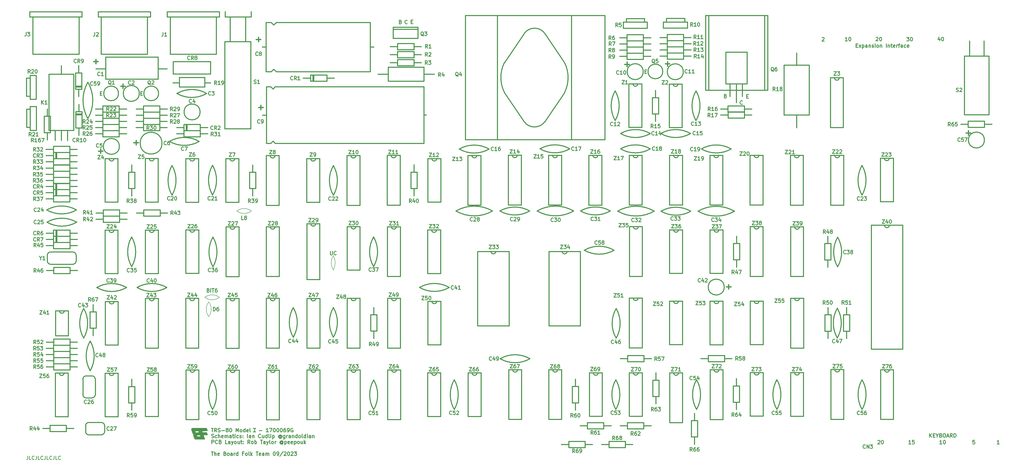
<source format=gbr>
%TF.GenerationSoftware,KiCad,Pcbnew,7.0.7*%
%TF.CreationDate,2023-09-25T12:36:18+01:00*%
%TF.ProjectId,TRS80IUS,54525338-3049-4555-932e-6b696361645f,rev?*%
%TF.SameCoordinates,Original*%
%TF.FileFunction,Legend,Top*%
%TF.FilePolarity,Positive*%
%FSLAX46Y46*%
G04 Gerber Fmt 4.6, Leading zero omitted, Abs format (unit mm)*
G04 Created by KiCad (PCBNEW 7.0.7) date 2023-09-25 12:36:18*
%MOMM*%
%LPD*%
G01*
G04 APERTURE LIST*
%ADD10C,0.300000*%
%ADD11C,0.280000*%
%ADD12C,0.400000*%
%ADD13C,0.175000*%
%ADD14C,0.500000*%
%ADD15C,0.200000*%
%ADD16C,0.800000*%
G04 APERTURE END LIST*
D10*
X224064510Y-182380828D02*
X224064510Y-183595114D01*
X224064510Y-183595114D02*
X224135939Y-183737971D01*
X224135939Y-183737971D02*
X224207368Y-183809400D01*
X224207368Y-183809400D02*
X224350225Y-183880828D01*
X224350225Y-183880828D02*
X224635939Y-183880828D01*
X224635939Y-183880828D02*
X224778796Y-183809400D01*
X224778796Y-183809400D02*
X224850225Y-183737971D01*
X224850225Y-183737971D02*
X224921653Y-183595114D01*
X224921653Y-183595114D02*
X224921653Y-182380828D01*
X226493082Y-183737971D02*
X226421654Y-183809400D01*
X226421654Y-183809400D02*
X226207368Y-183880828D01*
X226207368Y-183880828D02*
X226064511Y-183880828D01*
X226064511Y-183880828D02*
X225850225Y-183809400D01*
X225850225Y-183809400D02*
X225707368Y-183666542D01*
X225707368Y-183666542D02*
X225635939Y-183523685D01*
X225635939Y-183523685D02*
X225564511Y-183237971D01*
X225564511Y-183237971D02*
X225564511Y-183023685D01*
X225564511Y-183023685D02*
X225635939Y-182737971D01*
X225635939Y-182737971D02*
X225707368Y-182595114D01*
X225707368Y-182595114D02*
X225850225Y-182452257D01*
X225850225Y-182452257D02*
X226064511Y-182380828D01*
X226064511Y-182380828D02*
X226207368Y-182380828D01*
X226207368Y-182380828D02*
X226421654Y-182452257D01*
X226421654Y-182452257D02*
X226493082Y-182523685D01*
D11*
X99937543Y-266554106D02*
X99937543Y-267554106D01*
X99937543Y-267554106D02*
X99870876Y-267754106D01*
X99870876Y-267754106D02*
X99737543Y-267887440D01*
X99737543Y-267887440D02*
X99537543Y-267954106D01*
X99537543Y-267954106D02*
X99404210Y-267954106D01*
X101270877Y-267954106D02*
X100604210Y-267954106D01*
X100604210Y-267954106D02*
X100604210Y-266554106D01*
X102537543Y-267820773D02*
X102470876Y-267887440D01*
X102470876Y-267887440D02*
X102270876Y-267954106D01*
X102270876Y-267954106D02*
X102137543Y-267954106D01*
X102137543Y-267954106D02*
X101937543Y-267887440D01*
X101937543Y-267887440D02*
X101804210Y-267754106D01*
X101804210Y-267754106D02*
X101737543Y-267620773D01*
X101737543Y-267620773D02*
X101670876Y-267354106D01*
X101670876Y-267354106D02*
X101670876Y-267154106D01*
X101670876Y-267154106D02*
X101737543Y-266887440D01*
X101737543Y-266887440D02*
X101804210Y-266754106D01*
X101804210Y-266754106D02*
X101937543Y-266620773D01*
X101937543Y-266620773D02*
X102137543Y-266554106D01*
X102137543Y-266554106D02*
X102270876Y-266554106D01*
X102270876Y-266554106D02*
X102470876Y-266620773D01*
X102470876Y-266620773D02*
X102537543Y-266687440D01*
X103537543Y-266554106D02*
X103537543Y-267554106D01*
X103537543Y-267554106D02*
X103470876Y-267754106D01*
X103470876Y-267754106D02*
X103337543Y-267887440D01*
X103337543Y-267887440D02*
X103137543Y-267954106D01*
X103137543Y-267954106D02*
X103004210Y-267954106D01*
X104870877Y-267954106D02*
X104204210Y-267954106D01*
X104204210Y-267954106D02*
X104204210Y-266554106D01*
X106137543Y-267820773D02*
X106070876Y-267887440D01*
X106070876Y-267887440D02*
X105870876Y-267954106D01*
X105870876Y-267954106D02*
X105737543Y-267954106D01*
X105737543Y-267954106D02*
X105537543Y-267887440D01*
X105537543Y-267887440D02*
X105404210Y-267754106D01*
X105404210Y-267754106D02*
X105337543Y-267620773D01*
X105337543Y-267620773D02*
X105270876Y-267354106D01*
X105270876Y-267354106D02*
X105270876Y-267154106D01*
X105270876Y-267154106D02*
X105337543Y-266887440D01*
X105337543Y-266887440D02*
X105404210Y-266754106D01*
X105404210Y-266754106D02*
X105537543Y-266620773D01*
X105537543Y-266620773D02*
X105737543Y-266554106D01*
X105737543Y-266554106D02*
X105870876Y-266554106D01*
X105870876Y-266554106D02*
X106070876Y-266620773D01*
X106070876Y-266620773D02*
X106137543Y-266687440D01*
X107137543Y-266554106D02*
X107137543Y-267554106D01*
X107137543Y-267554106D02*
X107070876Y-267754106D01*
X107070876Y-267754106D02*
X106937543Y-267887440D01*
X106937543Y-267887440D02*
X106737543Y-267954106D01*
X106737543Y-267954106D02*
X106604210Y-267954106D01*
X108470877Y-267954106D02*
X107804210Y-267954106D01*
X107804210Y-267954106D02*
X107804210Y-266554106D01*
X109737543Y-267820773D02*
X109670876Y-267887440D01*
X109670876Y-267887440D02*
X109470876Y-267954106D01*
X109470876Y-267954106D02*
X109337543Y-267954106D01*
X109337543Y-267954106D02*
X109137543Y-267887440D01*
X109137543Y-267887440D02*
X109004210Y-267754106D01*
X109004210Y-267754106D02*
X108937543Y-267620773D01*
X108937543Y-267620773D02*
X108870876Y-267354106D01*
X108870876Y-267354106D02*
X108870876Y-267154106D01*
X108870876Y-267154106D02*
X108937543Y-266887440D01*
X108937543Y-266887440D02*
X109004210Y-266754106D01*
X109004210Y-266754106D02*
X109137543Y-266620773D01*
X109137543Y-266620773D02*
X109337543Y-266554106D01*
X109337543Y-266554106D02*
X109470876Y-266554106D01*
X109470876Y-266554106D02*
X109670876Y-266620773D01*
X109670876Y-266620773D02*
X109737543Y-266687440D01*
X110737543Y-266554106D02*
X110737543Y-267554106D01*
X110737543Y-267554106D02*
X110670876Y-267754106D01*
X110670876Y-267754106D02*
X110537543Y-267887440D01*
X110537543Y-267887440D02*
X110337543Y-267954106D01*
X110337543Y-267954106D02*
X110204210Y-267954106D01*
X112070877Y-267954106D02*
X111404210Y-267954106D01*
X111404210Y-267954106D02*
X111404210Y-266554106D01*
X113337543Y-267820773D02*
X113270876Y-267887440D01*
X113270876Y-267887440D02*
X113070876Y-267954106D01*
X113070876Y-267954106D02*
X112937543Y-267954106D01*
X112937543Y-267954106D02*
X112737543Y-267887440D01*
X112737543Y-267887440D02*
X112604210Y-267754106D01*
X112604210Y-267754106D02*
X112537543Y-267620773D01*
X112537543Y-267620773D02*
X112470876Y-267354106D01*
X112470876Y-267354106D02*
X112470876Y-267154106D01*
X112470876Y-267154106D02*
X112537543Y-266887440D01*
X112537543Y-266887440D02*
X112604210Y-266754106D01*
X112604210Y-266754106D02*
X112737543Y-266620773D01*
X112737543Y-266620773D02*
X112937543Y-266554106D01*
X112937543Y-266554106D02*
X113070876Y-266554106D01*
X113070876Y-266554106D02*
X113270876Y-266620773D01*
X113270876Y-266620773D02*
X113337543Y-266687440D01*
D10*
X192470000Y-256660000D02*
X193480000Y-256660000D01*
X192460000Y-255150000D02*
X193470000Y-255150000D01*
D12*
X189350000Y-85980000D02*
X191570000Y-85980000D01*
X180900000Y-85980000D02*
X180900000Y-83860000D01*
X262460000Y-109565000D02*
X266660000Y-109565000D01*
X162160000Y-110910000D02*
X172560000Y-110910000D01*
X172560000Y-114790000D01*
X162160000Y-114790000D01*
X162160000Y-110910000D01*
X378040000Y-85440000D02*
X403480000Y-85440000D01*
X403480000Y-116130000D01*
X378040000Y-116130000D01*
X378040000Y-85440000D01*
X415400000Y-105900000D02*
X415400000Y-105900000D01*
X159580000Y-104380000D02*
X174880000Y-104380000D01*
X174880000Y-109510000D01*
X159580000Y-109510000D01*
X159580000Y-104380000D01*
X492210000Y-102090000D02*
X492210000Y-95920000D01*
X131870000Y-102510000D02*
X153400000Y-102510000D01*
X153400000Y-111580000D01*
X131870000Y-111580000D01*
X131870000Y-102510000D01*
X292610000Y-85420000D02*
X323020000Y-85420000D01*
X323020000Y-136480000D01*
X292610000Y-136480000D01*
X292610000Y-85420000D01*
X127890000Y-107350000D02*
X131870000Y-107350000D01*
X393140000Y-118690000D02*
X393140000Y-113560000D01*
X247810000Y-106660000D02*
X262460000Y-106660000D01*
X262460000Y-112470000D01*
X247810000Y-112470000D01*
X247810000Y-106660000D01*
X180790000Y-96155000D02*
X191460000Y-96155000D01*
X191460000Y-131985000D01*
X180790000Y-131985000D01*
X180790000Y-96155000D01*
X390670000Y-121240000D02*
X390670000Y-113540000D01*
X157090000Y-107350000D02*
X153400000Y-107350000D01*
X486360000Y-102080000D02*
X486360000Y-102080000D01*
X379290000Y-85450000D02*
X402230000Y-85450000D01*
X402230000Y-116130000D01*
X379290000Y-116130000D01*
X379290000Y-85450000D01*
X484210000Y-102090000D02*
X494280000Y-102090000D01*
X494280000Y-126250000D01*
X484210000Y-126250000D01*
X484210000Y-102090000D01*
X191570000Y-85980000D02*
X191570000Y-83860000D01*
X249830000Y-91075000D02*
X260010000Y-91075000D01*
X260010000Y-94805000D01*
X249830000Y-94805000D01*
X249830000Y-91075000D01*
X415370000Y-126490000D02*
X415370000Y-131570000D01*
X410220000Y-105840000D02*
X420500000Y-105840000D01*
X420500000Y-126330000D01*
X410220000Y-126330000D01*
X410220000Y-105840000D01*
X249830000Y-90275000D02*
X260010000Y-90275000D01*
X260010000Y-91075000D01*
X249830000Y-91075000D01*
X249830000Y-90275000D01*
X388000000Y-118705000D02*
X388000000Y-113575000D01*
X279460000Y-85430000D02*
X336700000Y-85430000D01*
X336700000Y-136480000D01*
X279460000Y-136480000D01*
X279460000Y-85430000D01*
X247810000Y-109565000D02*
X243660000Y-109565000D01*
X182980000Y-85980000D02*
X180900000Y-85980000D01*
X415400000Y-100820000D02*
X415400000Y-105900000D01*
X386310000Y-100500000D02*
X395030000Y-100500000D01*
X395030000Y-113540000D01*
X386310000Y-113540000D01*
X386310000Y-100500000D01*
D13*
X153390000Y-107350000D02*
X153390000Y-107350000D01*
D12*
X174950000Y-113110000D02*
X172560000Y-113110000D01*
X486280000Y-102070000D02*
X486280000Y-95900000D01*
X182980000Y-85980000D02*
X189350000Y-85980000D01*
X189350000Y-96150000D01*
X182980000Y-96150000D01*
X182980000Y-85980000D01*
X159530000Y-113110000D02*
X162160000Y-113110000D01*
D10*
X394904510Y-118675114D02*
X395404510Y-118675114D01*
X395618796Y-119460828D02*
X394904510Y-119460828D01*
X394904510Y-119460828D02*
X394904510Y-117960828D01*
X394904510Y-117960828D02*
X395618796Y-117960828D01*
X146284510Y-117475114D02*
X146784510Y-117475114D01*
X146998796Y-118260828D02*
X146284510Y-118260828D01*
X146284510Y-118260828D02*
X146284510Y-116760828D01*
X146284510Y-116760828D02*
X146998796Y-116760828D01*
D14*
X194644185Y-123255666D02*
X196548947Y-123255666D01*
X195596566Y-124208047D02*
X195596566Y-122303285D01*
X484904185Y-133745666D02*
X486808947Y-133745666D01*
X485856566Y-134698047D02*
X485856566Y-132793285D01*
D10*
X255611653Y-88717971D02*
X255540225Y-88789400D01*
X255540225Y-88789400D02*
X255325939Y-88860828D01*
X255325939Y-88860828D02*
X255183082Y-88860828D01*
X255183082Y-88860828D02*
X254968796Y-88789400D01*
X254968796Y-88789400D02*
X254825939Y-88646542D01*
X254825939Y-88646542D02*
X254754510Y-88503685D01*
X254754510Y-88503685D02*
X254683082Y-88217971D01*
X254683082Y-88217971D02*
X254683082Y-88003685D01*
X254683082Y-88003685D02*
X254754510Y-87717971D01*
X254754510Y-87717971D02*
X254825939Y-87575114D01*
X254825939Y-87575114D02*
X254968796Y-87432257D01*
X254968796Y-87432257D02*
X255183082Y-87360828D01*
X255183082Y-87360828D02*
X255325939Y-87360828D01*
X255325939Y-87360828D02*
X255540225Y-87432257D01*
X255540225Y-87432257D02*
X255611653Y-87503685D01*
D14*
X138064185Y-114555666D02*
X139968947Y-114555666D01*
X139016566Y-115508047D02*
X139016566Y-113603285D01*
X126974185Y-104375666D02*
X128878947Y-104375666D01*
X127926566Y-105328047D02*
X127926566Y-103423285D01*
X193654185Y-95315666D02*
X195558947Y-95315666D01*
X194606566Y-96268047D02*
X194606566Y-94363285D01*
D10*
X425853082Y-94613685D02*
X425924510Y-94542257D01*
X425924510Y-94542257D02*
X426067368Y-94470828D01*
X426067368Y-94470828D02*
X426424510Y-94470828D01*
X426424510Y-94470828D02*
X426567368Y-94542257D01*
X426567368Y-94542257D02*
X426638796Y-94613685D01*
X426638796Y-94613685D02*
X426710225Y-94756542D01*
X426710225Y-94756542D02*
X426710225Y-94899400D01*
X426710225Y-94899400D02*
X426638796Y-95113685D01*
X426638796Y-95113685D02*
X425781653Y-95970828D01*
X425781653Y-95970828D02*
X426710225Y-95970828D01*
X448693082Y-260233685D02*
X448764510Y-260162257D01*
X448764510Y-260162257D02*
X448907368Y-260090828D01*
X448907368Y-260090828D02*
X449264510Y-260090828D01*
X449264510Y-260090828D02*
X449407368Y-260162257D01*
X449407368Y-260162257D02*
X449478796Y-260233685D01*
X449478796Y-260233685D02*
X449550225Y-260376542D01*
X449550225Y-260376542D02*
X449550225Y-260519400D01*
X449550225Y-260519400D02*
X449478796Y-260733685D01*
X449478796Y-260733685D02*
X448621653Y-261590828D01*
X448621653Y-261590828D02*
X449550225Y-261590828D01*
X450478796Y-260090828D02*
X450621653Y-260090828D01*
X450621653Y-260090828D02*
X450764510Y-260162257D01*
X450764510Y-260162257D02*
X450835939Y-260233685D01*
X450835939Y-260233685D02*
X450907367Y-260376542D01*
X450907367Y-260376542D02*
X450978796Y-260662257D01*
X450978796Y-260662257D02*
X450978796Y-261019400D01*
X450978796Y-261019400D02*
X450907367Y-261305114D01*
X450907367Y-261305114D02*
X450835939Y-261447971D01*
X450835939Y-261447971D02*
X450764510Y-261519400D01*
X450764510Y-261519400D02*
X450621653Y-261590828D01*
X450621653Y-261590828D02*
X450478796Y-261590828D01*
X450478796Y-261590828D02*
X450335939Y-261519400D01*
X450335939Y-261519400D02*
X450264510Y-261447971D01*
X450264510Y-261447971D02*
X450193081Y-261305114D01*
X450193081Y-261305114D02*
X450121653Y-261019400D01*
X450121653Y-261019400D02*
X450121653Y-260662257D01*
X450121653Y-260662257D02*
X450193081Y-260376542D01*
X450193081Y-260376542D02*
X450264510Y-260233685D01*
X450264510Y-260233685D02*
X450335939Y-260162257D01*
X450335939Y-260162257D02*
X450478796Y-260090828D01*
X257234510Y-88035114D02*
X257734510Y-88035114D01*
X257948796Y-88820828D02*
X257234510Y-88820828D01*
X257234510Y-88820828D02*
X257234510Y-87320828D01*
X257234510Y-87320828D02*
X257948796Y-87320828D01*
X175240225Y-255160828D02*
X176097368Y-255160828D01*
X175668796Y-256660828D02*
X175668796Y-255160828D01*
X177454510Y-256660828D02*
X176954510Y-255946542D01*
X176597367Y-256660828D02*
X176597367Y-255160828D01*
X176597367Y-255160828D02*
X177168796Y-255160828D01*
X177168796Y-255160828D02*
X177311653Y-255232257D01*
X177311653Y-255232257D02*
X177383082Y-255303685D01*
X177383082Y-255303685D02*
X177454510Y-255446542D01*
X177454510Y-255446542D02*
X177454510Y-255660828D01*
X177454510Y-255660828D02*
X177383082Y-255803685D01*
X177383082Y-255803685D02*
X177311653Y-255875114D01*
X177311653Y-255875114D02*
X177168796Y-255946542D01*
X177168796Y-255946542D02*
X176597367Y-255946542D01*
X178025939Y-256589400D02*
X178240225Y-256660828D01*
X178240225Y-256660828D02*
X178597367Y-256660828D01*
X178597367Y-256660828D02*
X178740225Y-256589400D01*
X178740225Y-256589400D02*
X178811653Y-256517971D01*
X178811653Y-256517971D02*
X178883082Y-256375114D01*
X178883082Y-256375114D02*
X178883082Y-256232257D01*
X178883082Y-256232257D02*
X178811653Y-256089400D01*
X178811653Y-256089400D02*
X178740225Y-256017971D01*
X178740225Y-256017971D02*
X178597367Y-255946542D01*
X178597367Y-255946542D02*
X178311653Y-255875114D01*
X178311653Y-255875114D02*
X178168796Y-255803685D01*
X178168796Y-255803685D02*
X178097367Y-255732257D01*
X178097367Y-255732257D02*
X178025939Y-255589400D01*
X178025939Y-255589400D02*
X178025939Y-255446542D01*
X178025939Y-255446542D02*
X178097367Y-255303685D01*
X178097367Y-255303685D02*
X178168796Y-255232257D01*
X178168796Y-255232257D02*
X178311653Y-255160828D01*
X178311653Y-255160828D02*
X178668796Y-255160828D01*
X178668796Y-255160828D02*
X178883082Y-255232257D01*
X179525938Y-256089400D02*
X180668796Y-256089400D01*
X181597367Y-255803685D02*
X181454510Y-255732257D01*
X181454510Y-255732257D02*
X181383081Y-255660828D01*
X181383081Y-255660828D02*
X181311653Y-255517971D01*
X181311653Y-255517971D02*
X181311653Y-255446542D01*
X181311653Y-255446542D02*
X181383081Y-255303685D01*
X181383081Y-255303685D02*
X181454510Y-255232257D01*
X181454510Y-255232257D02*
X181597367Y-255160828D01*
X181597367Y-255160828D02*
X181883081Y-255160828D01*
X181883081Y-255160828D02*
X182025939Y-255232257D01*
X182025939Y-255232257D02*
X182097367Y-255303685D01*
X182097367Y-255303685D02*
X182168796Y-255446542D01*
X182168796Y-255446542D02*
X182168796Y-255517971D01*
X182168796Y-255517971D02*
X182097367Y-255660828D01*
X182097367Y-255660828D02*
X182025939Y-255732257D01*
X182025939Y-255732257D02*
X181883081Y-255803685D01*
X181883081Y-255803685D02*
X181597367Y-255803685D01*
X181597367Y-255803685D02*
X181454510Y-255875114D01*
X181454510Y-255875114D02*
X181383081Y-255946542D01*
X181383081Y-255946542D02*
X181311653Y-256089400D01*
X181311653Y-256089400D02*
X181311653Y-256375114D01*
X181311653Y-256375114D02*
X181383081Y-256517971D01*
X181383081Y-256517971D02*
X181454510Y-256589400D01*
X181454510Y-256589400D02*
X181597367Y-256660828D01*
X181597367Y-256660828D02*
X181883081Y-256660828D01*
X181883081Y-256660828D02*
X182025939Y-256589400D01*
X182025939Y-256589400D02*
X182097367Y-256517971D01*
X182097367Y-256517971D02*
X182168796Y-256375114D01*
X182168796Y-256375114D02*
X182168796Y-256089400D01*
X182168796Y-256089400D02*
X182097367Y-255946542D01*
X182097367Y-255946542D02*
X182025939Y-255875114D01*
X182025939Y-255875114D02*
X181883081Y-255803685D01*
X183097367Y-255160828D02*
X183240224Y-255160828D01*
X183240224Y-255160828D02*
X183383081Y-255232257D01*
X183383081Y-255232257D02*
X183454510Y-255303685D01*
X183454510Y-255303685D02*
X183525938Y-255446542D01*
X183525938Y-255446542D02*
X183597367Y-255732257D01*
X183597367Y-255732257D02*
X183597367Y-256089400D01*
X183597367Y-256089400D02*
X183525938Y-256375114D01*
X183525938Y-256375114D02*
X183454510Y-256517971D01*
X183454510Y-256517971D02*
X183383081Y-256589400D01*
X183383081Y-256589400D02*
X183240224Y-256660828D01*
X183240224Y-256660828D02*
X183097367Y-256660828D01*
X183097367Y-256660828D02*
X182954510Y-256589400D01*
X182954510Y-256589400D02*
X182883081Y-256517971D01*
X182883081Y-256517971D02*
X182811652Y-256375114D01*
X182811652Y-256375114D02*
X182740224Y-256089400D01*
X182740224Y-256089400D02*
X182740224Y-255732257D01*
X182740224Y-255732257D02*
X182811652Y-255446542D01*
X182811652Y-255446542D02*
X182883081Y-255303685D01*
X182883081Y-255303685D02*
X182954510Y-255232257D01*
X182954510Y-255232257D02*
X183097367Y-255160828D01*
X185383080Y-256660828D02*
X185383080Y-255160828D01*
X185383080Y-255160828D02*
X185883080Y-256232257D01*
X185883080Y-256232257D02*
X186383080Y-255160828D01*
X186383080Y-255160828D02*
X186383080Y-256660828D01*
X187311652Y-256660828D02*
X187168795Y-256589400D01*
X187168795Y-256589400D02*
X187097366Y-256517971D01*
X187097366Y-256517971D02*
X187025938Y-256375114D01*
X187025938Y-256375114D02*
X187025938Y-255946542D01*
X187025938Y-255946542D02*
X187097366Y-255803685D01*
X187097366Y-255803685D02*
X187168795Y-255732257D01*
X187168795Y-255732257D02*
X187311652Y-255660828D01*
X187311652Y-255660828D02*
X187525938Y-255660828D01*
X187525938Y-255660828D02*
X187668795Y-255732257D01*
X187668795Y-255732257D02*
X187740224Y-255803685D01*
X187740224Y-255803685D02*
X187811652Y-255946542D01*
X187811652Y-255946542D02*
X187811652Y-256375114D01*
X187811652Y-256375114D02*
X187740224Y-256517971D01*
X187740224Y-256517971D02*
X187668795Y-256589400D01*
X187668795Y-256589400D02*
X187525938Y-256660828D01*
X187525938Y-256660828D02*
X187311652Y-256660828D01*
X189097367Y-256660828D02*
X189097367Y-255160828D01*
X189097367Y-256589400D02*
X188954509Y-256660828D01*
X188954509Y-256660828D02*
X188668795Y-256660828D01*
X188668795Y-256660828D02*
X188525938Y-256589400D01*
X188525938Y-256589400D02*
X188454509Y-256517971D01*
X188454509Y-256517971D02*
X188383081Y-256375114D01*
X188383081Y-256375114D02*
X188383081Y-255946542D01*
X188383081Y-255946542D02*
X188454509Y-255803685D01*
X188454509Y-255803685D02*
X188525938Y-255732257D01*
X188525938Y-255732257D02*
X188668795Y-255660828D01*
X188668795Y-255660828D02*
X188954509Y-255660828D01*
X188954509Y-255660828D02*
X189097367Y-255732257D01*
X190383081Y-256589400D02*
X190240224Y-256660828D01*
X190240224Y-256660828D02*
X189954510Y-256660828D01*
X189954510Y-256660828D02*
X189811652Y-256589400D01*
X189811652Y-256589400D02*
X189740224Y-256446542D01*
X189740224Y-256446542D02*
X189740224Y-255875114D01*
X189740224Y-255875114D02*
X189811652Y-255732257D01*
X189811652Y-255732257D02*
X189954510Y-255660828D01*
X189954510Y-255660828D02*
X190240224Y-255660828D01*
X190240224Y-255660828D02*
X190383081Y-255732257D01*
X190383081Y-255732257D02*
X190454510Y-255875114D01*
X190454510Y-255875114D02*
X190454510Y-256017971D01*
X190454510Y-256017971D02*
X189740224Y-256160828D01*
X191311652Y-256660828D02*
X191168795Y-256589400D01*
X191168795Y-256589400D02*
X191097366Y-256446542D01*
X191097366Y-256446542D02*
X191097366Y-255160828D01*
X193025937Y-256660828D02*
X193025937Y-255160828D01*
X194883080Y-256089400D02*
X196025938Y-256089400D01*
X198668795Y-256660828D02*
X197811652Y-256660828D01*
X198240223Y-256660828D02*
X198240223Y-255160828D01*
X198240223Y-255160828D02*
X198097366Y-255375114D01*
X198097366Y-255375114D02*
X197954509Y-255517971D01*
X197954509Y-255517971D02*
X197811652Y-255589400D01*
X199168794Y-255160828D02*
X200168794Y-255160828D01*
X200168794Y-255160828D02*
X199525937Y-256660828D01*
X201025937Y-255160828D02*
X201168794Y-255160828D01*
X201168794Y-255160828D02*
X201311651Y-255232257D01*
X201311651Y-255232257D02*
X201383080Y-255303685D01*
X201383080Y-255303685D02*
X201454508Y-255446542D01*
X201454508Y-255446542D02*
X201525937Y-255732257D01*
X201525937Y-255732257D02*
X201525937Y-256089400D01*
X201525937Y-256089400D02*
X201454508Y-256375114D01*
X201454508Y-256375114D02*
X201383080Y-256517971D01*
X201383080Y-256517971D02*
X201311651Y-256589400D01*
X201311651Y-256589400D02*
X201168794Y-256660828D01*
X201168794Y-256660828D02*
X201025937Y-256660828D01*
X201025937Y-256660828D02*
X200883080Y-256589400D01*
X200883080Y-256589400D02*
X200811651Y-256517971D01*
X200811651Y-256517971D02*
X200740222Y-256375114D01*
X200740222Y-256375114D02*
X200668794Y-256089400D01*
X200668794Y-256089400D02*
X200668794Y-255732257D01*
X200668794Y-255732257D02*
X200740222Y-255446542D01*
X200740222Y-255446542D02*
X200811651Y-255303685D01*
X200811651Y-255303685D02*
X200883080Y-255232257D01*
X200883080Y-255232257D02*
X201025937Y-255160828D01*
X202454508Y-255160828D02*
X202597365Y-255160828D01*
X202597365Y-255160828D02*
X202740222Y-255232257D01*
X202740222Y-255232257D02*
X202811651Y-255303685D01*
X202811651Y-255303685D02*
X202883079Y-255446542D01*
X202883079Y-255446542D02*
X202954508Y-255732257D01*
X202954508Y-255732257D02*
X202954508Y-256089400D01*
X202954508Y-256089400D02*
X202883079Y-256375114D01*
X202883079Y-256375114D02*
X202811651Y-256517971D01*
X202811651Y-256517971D02*
X202740222Y-256589400D01*
X202740222Y-256589400D02*
X202597365Y-256660828D01*
X202597365Y-256660828D02*
X202454508Y-256660828D01*
X202454508Y-256660828D02*
X202311651Y-256589400D01*
X202311651Y-256589400D02*
X202240222Y-256517971D01*
X202240222Y-256517971D02*
X202168793Y-256375114D01*
X202168793Y-256375114D02*
X202097365Y-256089400D01*
X202097365Y-256089400D02*
X202097365Y-255732257D01*
X202097365Y-255732257D02*
X202168793Y-255446542D01*
X202168793Y-255446542D02*
X202240222Y-255303685D01*
X202240222Y-255303685D02*
X202311651Y-255232257D01*
X202311651Y-255232257D02*
X202454508Y-255160828D01*
X203883079Y-255160828D02*
X204025936Y-255160828D01*
X204025936Y-255160828D02*
X204168793Y-255232257D01*
X204168793Y-255232257D02*
X204240222Y-255303685D01*
X204240222Y-255303685D02*
X204311650Y-255446542D01*
X204311650Y-255446542D02*
X204383079Y-255732257D01*
X204383079Y-255732257D02*
X204383079Y-256089400D01*
X204383079Y-256089400D02*
X204311650Y-256375114D01*
X204311650Y-256375114D02*
X204240222Y-256517971D01*
X204240222Y-256517971D02*
X204168793Y-256589400D01*
X204168793Y-256589400D02*
X204025936Y-256660828D01*
X204025936Y-256660828D02*
X203883079Y-256660828D01*
X203883079Y-256660828D02*
X203740222Y-256589400D01*
X203740222Y-256589400D02*
X203668793Y-256517971D01*
X203668793Y-256517971D02*
X203597364Y-256375114D01*
X203597364Y-256375114D02*
X203525936Y-256089400D01*
X203525936Y-256089400D02*
X203525936Y-255732257D01*
X203525936Y-255732257D02*
X203597364Y-255446542D01*
X203597364Y-255446542D02*
X203668793Y-255303685D01*
X203668793Y-255303685D02*
X203740222Y-255232257D01*
X203740222Y-255232257D02*
X203883079Y-255160828D01*
X205668793Y-255160828D02*
X205383078Y-255160828D01*
X205383078Y-255160828D02*
X205240221Y-255232257D01*
X205240221Y-255232257D02*
X205168793Y-255303685D01*
X205168793Y-255303685D02*
X205025935Y-255517971D01*
X205025935Y-255517971D02*
X204954507Y-255803685D01*
X204954507Y-255803685D02*
X204954507Y-256375114D01*
X204954507Y-256375114D02*
X205025935Y-256517971D01*
X205025935Y-256517971D02*
X205097364Y-256589400D01*
X205097364Y-256589400D02*
X205240221Y-256660828D01*
X205240221Y-256660828D02*
X205525935Y-256660828D01*
X205525935Y-256660828D02*
X205668793Y-256589400D01*
X205668793Y-256589400D02*
X205740221Y-256517971D01*
X205740221Y-256517971D02*
X205811650Y-256375114D01*
X205811650Y-256375114D02*
X205811650Y-256017971D01*
X205811650Y-256017971D02*
X205740221Y-255875114D01*
X205740221Y-255875114D02*
X205668793Y-255803685D01*
X205668793Y-255803685D02*
X205525935Y-255732257D01*
X205525935Y-255732257D02*
X205240221Y-255732257D01*
X205240221Y-255732257D02*
X205097364Y-255803685D01*
X205097364Y-255803685D02*
X205025935Y-255875114D01*
X205025935Y-255875114D02*
X204954507Y-256017971D01*
X206525935Y-256660828D02*
X206811649Y-256660828D01*
X206811649Y-256660828D02*
X206954506Y-256589400D01*
X206954506Y-256589400D02*
X207025935Y-256517971D01*
X207025935Y-256517971D02*
X207168792Y-256303685D01*
X207168792Y-256303685D02*
X207240221Y-256017971D01*
X207240221Y-256017971D02*
X207240221Y-255446542D01*
X207240221Y-255446542D02*
X207168792Y-255303685D01*
X207168792Y-255303685D02*
X207097364Y-255232257D01*
X207097364Y-255232257D02*
X206954506Y-255160828D01*
X206954506Y-255160828D02*
X206668792Y-255160828D01*
X206668792Y-255160828D02*
X206525935Y-255232257D01*
X206525935Y-255232257D02*
X206454506Y-255303685D01*
X206454506Y-255303685D02*
X206383078Y-255446542D01*
X206383078Y-255446542D02*
X206383078Y-255803685D01*
X206383078Y-255803685D02*
X206454506Y-255946542D01*
X206454506Y-255946542D02*
X206525935Y-256017971D01*
X206525935Y-256017971D02*
X206668792Y-256089400D01*
X206668792Y-256089400D02*
X206954506Y-256089400D01*
X206954506Y-256089400D02*
X207097364Y-256017971D01*
X207097364Y-256017971D02*
X207168792Y-255946542D01*
X207168792Y-255946542D02*
X207240221Y-255803685D01*
X208668792Y-255232257D02*
X208525935Y-255160828D01*
X208525935Y-255160828D02*
X208311649Y-255160828D01*
X208311649Y-255160828D02*
X208097363Y-255232257D01*
X208097363Y-255232257D02*
X207954506Y-255375114D01*
X207954506Y-255375114D02*
X207883077Y-255517971D01*
X207883077Y-255517971D02*
X207811649Y-255803685D01*
X207811649Y-255803685D02*
X207811649Y-256017971D01*
X207811649Y-256017971D02*
X207883077Y-256303685D01*
X207883077Y-256303685D02*
X207954506Y-256446542D01*
X207954506Y-256446542D02*
X208097363Y-256589400D01*
X208097363Y-256589400D02*
X208311649Y-256660828D01*
X208311649Y-256660828D02*
X208454506Y-256660828D01*
X208454506Y-256660828D02*
X208668792Y-256589400D01*
X208668792Y-256589400D02*
X208740220Y-256517971D01*
X208740220Y-256517971D02*
X208740220Y-256017971D01*
X208740220Y-256017971D02*
X208454506Y-256017971D01*
X175383082Y-259004400D02*
X175597368Y-259075828D01*
X175597368Y-259075828D02*
X175954510Y-259075828D01*
X175954510Y-259075828D02*
X176097368Y-259004400D01*
X176097368Y-259004400D02*
X176168796Y-258932971D01*
X176168796Y-258932971D02*
X176240225Y-258790114D01*
X176240225Y-258790114D02*
X176240225Y-258647257D01*
X176240225Y-258647257D02*
X176168796Y-258504400D01*
X176168796Y-258504400D02*
X176097368Y-258432971D01*
X176097368Y-258432971D02*
X175954510Y-258361542D01*
X175954510Y-258361542D02*
X175668796Y-258290114D01*
X175668796Y-258290114D02*
X175525939Y-258218685D01*
X175525939Y-258218685D02*
X175454510Y-258147257D01*
X175454510Y-258147257D02*
X175383082Y-258004400D01*
X175383082Y-258004400D02*
X175383082Y-257861542D01*
X175383082Y-257861542D02*
X175454510Y-257718685D01*
X175454510Y-257718685D02*
X175525939Y-257647257D01*
X175525939Y-257647257D02*
X175668796Y-257575828D01*
X175668796Y-257575828D02*
X176025939Y-257575828D01*
X176025939Y-257575828D02*
X176240225Y-257647257D01*
X177525939Y-259004400D02*
X177383081Y-259075828D01*
X177383081Y-259075828D02*
X177097367Y-259075828D01*
X177097367Y-259075828D02*
X176954510Y-259004400D01*
X176954510Y-259004400D02*
X176883081Y-258932971D01*
X176883081Y-258932971D02*
X176811653Y-258790114D01*
X176811653Y-258790114D02*
X176811653Y-258361542D01*
X176811653Y-258361542D02*
X176883081Y-258218685D01*
X176883081Y-258218685D02*
X176954510Y-258147257D01*
X176954510Y-258147257D02*
X177097367Y-258075828D01*
X177097367Y-258075828D02*
X177383081Y-258075828D01*
X177383081Y-258075828D02*
X177525939Y-258147257D01*
X178168795Y-259075828D02*
X178168795Y-257575828D01*
X178811653Y-259075828D02*
X178811653Y-258290114D01*
X178811653Y-258290114D02*
X178740224Y-258147257D01*
X178740224Y-258147257D02*
X178597367Y-258075828D01*
X178597367Y-258075828D02*
X178383081Y-258075828D01*
X178383081Y-258075828D02*
X178240224Y-258147257D01*
X178240224Y-258147257D02*
X178168795Y-258218685D01*
X180097367Y-259004400D02*
X179954510Y-259075828D01*
X179954510Y-259075828D02*
X179668796Y-259075828D01*
X179668796Y-259075828D02*
X179525938Y-259004400D01*
X179525938Y-259004400D02*
X179454510Y-258861542D01*
X179454510Y-258861542D02*
X179454510Y-258290114D01*
X179454510Y-258290114D02*
X179525938Y-258147257D01*
X179525938Y-258147257D02*
X179668796Y-258075828D01*
X179668796Y-258075828D02*
X179954510Y-258075828D01*
X179954510Y-258075828D02*
X180097367Y-258147257D01*
X180097367Y-258147257D02*
X180168796Y-258290114D01*
X180168796Y-258290114D02*
X180168796Y-258432971D01*
X180168796Y-258432971D02*
X179454510Y-258575828D01*
X180811652Y-259075828D02*
X180811652Y-258075828D01*
X180811652Y-258218685D02*
X180883081Y-258147257D01*
X180883081Y-258147257D02*
X181025938Y-258075828D01*
X181025938Y-258075828D02*
X181240224Y-258075828D01*
X181240224Y-258075828D02*
X181383081Y-258147257D01*
X181383081Y-258147257D02*
X181454510Y-258290114D01*
X181454510Y-258290114D02*
X181454510Y-259075828D01*
X181454510Y-258290114D02*
X181525938Y-258147257D01*
X181525938Y-258147257D02*
X181668795Y-258075828D01*
X181668795Y-258075828D02*
X181883081Y-258075828D01*
X181883081Y-258075828D02*
X182025938Y-258147257D01*
X182025938Y-258147257D02*
X182097367Y-258290114D01*
X182097367Y-258290114D02*
X182097367Y-259075828D01*
X183454510Y-259075828D02*
X183454510Y-258290114D01*
X183454510Y-258290114D02*
X183383081Y-258147257D01*
X183383081Y-258147257D02*
X183240224Y-258075828D01*
X183240224Y-258075828D02*
X182954510Y-258075828D01*
X182954510Y-258075828D02*
X182811652Y-258147257D01*
X183454510Y-259004400D02*
X183311652Y-259075828D01*
X183311652Y-259075828D02*
X182954510Y-259075828D01*
X182954510Y-259075828D02*
X182811652Y-259004400D01*
X182811652Y-259004400D02*
X182740224Y-258861542D01*
X182740224Y-258861542D02*
X182740224Y-258718685D01*
X182740224Y-258718685D02*
X182811652Y-258575828D01*
X182811652Y-258575828D02*
X182954510Y-258504400D01*
X182954510Y-258504400D02*
X183311652Y-258504400D01*
X183311652Y-258504400D02*
X183454510Y-258432971D01*
X183954510Y-258075828D02*
X184525938Y-258075828D01*
X184168795Y-257575828D02*
X184168795Y-258861542D01*
X184168795Y-258861542D02*
X184240224Y-259004400D01*
X184240224Y-259004400D02*
X184383081Y-259075828D01*
X184383081Y-259075828D02*
X184525938Y-259075828D01*
X185025938Y-259075828D02*
X185025938Y-258075828D01*
X185025938Y-257575828D02*
X184954510Y-257647257D01*
X184954510Y-257647257D02*
X185025938Y-257718685D01*
X185025938Y-257718685D02*
X185097367Y-257647257D01*
X185097367Y-257647257D02*
X185025938Y-257575828D01*
X185025938Y-257575828D02*
X185025938Y-257718685D01*
X186383082Y-259004400D02*
X186240224Y-259075828D01*
X186240224Y-259075828D02*
X185954510Y-259075828D01*
X185954510Y-259075828D02*
X185811653Y-259004400D01*
X185811653Y-259004400D02*
X185740224Y-258932971D01*
X185740224Y-258932971D02*
X185668796Y-258790114D01*
X185668796Y-258790114D02*
X185668796Y-258361542D01*
X185668796Y-258361542D02*
X185740224Y-258218685D01*
X185740224Y-258218685D02*
X185811653Y-258147257D01*
X185811653Y-258147257D02*
X185954510Y-258075828D01*
X185954510Y-258075828D02*
X186240224Y-258075828D01*
X186240224Y-258075828D02*
X186383082Y-258147257D01*
X186954510Y-259004400D02*
X187097367Y-259075828D01*
X187097367Y-259075828D02*
X187383081Y-259075828D01*
X187383081Y-259075828D02*
X187525938Y-259004400D01*
X187525938Y-259004400D02*
X187597367Y-258861542D01*
X187597367Y-258861542D02*
X187597367Y-258790114D01*
X187597367Y-258790114D02*
X187525938Y-258647257D01*
X187525938Y-258647257D02*
X187383081Y-258575828D01*
X187383081Y-258575828D02*
X187168796Y-258575828D01*
X187168796Y-258575828D02*
X187025938Y-258504400D01*
X187025938Y-258504400D02*
X186954510Y-258361542D01*
X186954510Y-258361542D02*
X186954510Y-258290114D01*
X186954510Y-258290114D02*
X187025938Y-258147257D01*
X187025938Y-258147257D02*
X187168796Y-258075828D01*
X187168796Y-258075828D02*
X187383081Y-258075828D01*
X187383081Y-258075828D02*
X187525938Y-258147257D01*
X188240224Y-258932971D02*
X188311653Y-259004400D01*
X188311653Y-259004400D02*
X188240224Y-259075828D01*
X188240224Y-259075828D02*
X188168796Y-259004400D01*
X188168796Y-259004400D02*
X188240224Y-258932971D01*
X188240224Y-258932971D02*
X188240224Y-259075828D01*
X188240224Y-258147257D02*
X188311653Y-258218685D01*
X188311653Y-258218685D02*
X188240224Y-258290114D01*
X188240224Y-258290114D02*
X188168796Y-258218685D01*
X188168796Y-258218685D02*
X188240224Y-258147257D01*
X188240224Y-258147257D02*
X188240224Y-258290114D01*
X190097367Y-259075828D02*
X190097367Y-257575828D01*
X191454511Y-259075828D02*
X191454511Y-258290114D01*
X191454511Y-258290114D02*
X191383082Y-258147257D01*
X191383082Y-258147257D02*
X191240225Y-258075828D01*
X191240225Y-258075828D02*
X190954511Y-258075828D01*
X190954511Y-258075828D02*
X190811653Y-258147257D01*
X191454511Y-259004400D02*
X191311653Y-259075828D01*
X191311653Y-259075828D02*
X190954511Y-259075828D01*
X190954511Y-259075828D02*
X190811653Y-259004400D01*
X190811653Y-259004400D02*
X190740225Y-258861542D01*
X190740225Y-258861542D02*
X190740225Y-258718685D01*
X190740225Y-258718685D02*
X190811653Y-258575828D01*
X190811653Y-258575828D02*
X190954511Y-258504400D01*
X190954511Y-258504400D02*
X191311653Y-258504400D01*
X191311653Y-258504400D02*
X191454511Y-258432971D01*
X192168796Y-258075828D02*
X192168796Y-259075828D01*
X192168796Y-258218685D02*
X192240225Y-258147257D01*
X192240225Y-258147257D02*
X192383082Y-258075828D01*
X192383082Y-258075828D02*
X192597368Y-258075828D01*
X192597368Y-258075828D02*
X192740225Y-258147257D01*
X192740225Y-258147257D02*
X192811654Y-258290114D01*
X192811654Y-258290114D02*
X192811654Y-259075828D01*
X195525939Y-258932971D02*
X195454511Y-259004400D01*
X195454511Y-259004400D02*
X195240225Y-259075828D01*
X195240225Y-259075828D02*
X195097368Y-259075828D01*
X195097368Y-259075828D02*
X194883082Y-259004400D01*
X194883082Y-259004400D02*
X194740225Y-258861542D01*
X194740225Y-258861542D02*
X194668796Y-258718685D01*
X194668796Y-258718685D02*
X194597368Y-258432971D01*
X194597368Y-258432971D02*
X194597368Y-258218685D01*
X194597368Y-258218685D02*
X194668796Y-257932971D01*
X194668796Y-257932971D02*
X194740225Y-257790114D01*
X194740225Y-257790114D02*
X194883082Y-257647257D01*
X194883082Y-257647257D02*
X195097368Y-257575828D01*
X195097368Y-257575828D02*
X195240225Y-257575828D01*
X195240225Y-257575828D02*
X195454511Y-257647257D01*
X195454511Y-257647257D02*
X195525939Y-257718685D01*
X196811654Y-258075828D02*
X196811654Y-259075828D01*
X196168796Y-258075828D02*
X196168796Y-258861542D01*
X196168796Y-258861542D02*
X196240225Y-259004400D01*
X196240225Y-259004400D02*
X196383082Y-259075828D01*
X196383082Y-259075828D02*
X196597368Y-259075828D01*
X196597368Y-259075828D02*
X196740225Y-259004400D01*
X196740225Y-259004400D02*
X196811654Y-258932971D01*
X198168797Y-259075828D02*
X198168797Y-257575828D01*
X198168797Y-259004400D02*
X198025939Y-259075828D01*
X198025939Y-259075828D02*
X197740225Y-259075828D01*
X197740225Y-259075828D02*
X197597368Y-259004400D01*
X197597368Y-259004400D02*
X197525939Y-258932971D01*
X197525939Y-258932971D02*
X197454511Y-258790114D01*
X197454511Y-258790114D02*
X197454511Y-258361542D01*
X197454511Y-258361542D02*
X197525939Y-258218685D01*
X197525939Y-258218685D02*
X197597368Y-258147257D01*
X197597368Y-258147257D02*
X197740225Y-258075828D01*
X197740225Y-258075828D02*
X198025939Y-258075828D01*
X198025939Y-258075828D02*
X198168797Y-258147257D01*
X199097368Y-259075828D02*
X198954511Y-259004400D01*
X198954511Y-259004400D02*
X198883082Y-258861542D01*
X198883082Y-258861542D02*
X198883082Y-257575828D01*
X199668796Y-259075828D02*
X199668796Y-258075828D01*
X199668796Y-257575828D02*
X199597368Y-257647257D01*
X199597368Y-257647257D02*
X199668796Y-257718685D01*
X199668796Y-257718685D02*
X199740225Y-257647257D01*
X199740225Y-257647257D02*
X199668796Y-257575828D01*
X199668796Y-257575828D02*
X199668796Y-257718685D01*
X200383082Y-258075828D02*
X200383082Y-259575828D01*
X200383082Y-258147257D02*
X200525940Y-258075828D01*
X200525940Y-258075828D02*
X200811654Y-258075828D01*
X200811654Y-258075828D02*
X200954511Y-258147257D01*
X200954511Y-258147257D02*
X201025940Y-258218685D01*
X201025940Y-258218685D02*
X201097368Y-258361542D01*
X201097368Y-258361542D02*
X201097368Y-258790114D01*
X201097368Y-258790114D02*
X201025940Y-258932971D01*
X201025940Y-258932971D02*
X200954511Y-259004400D01*
X200954511Y-259004400D02*
X200811654Y-259075828D01*
X200811654Y-259075828D02*
X200525940Y-259075828D01*
X200525940Y-259075828D02*
X200383082Y-259004400D01*
X203811654Y-258361542D02*
X203740225Y-258290114D01*
X203740225Y-258290114D02*
X203597368Y-258218685D01*
X203597368Y-258218685D02*
X203454511Y-258218685D01*
X203454511Y-258218685D02*
X203311654Y-258290114D01*
X203311654Y-258290114D02*
X203240225Y-258361542D01*
X203240225Y-258361542D02*
X203168797Y-258504400D01*
X203168797Y-258504400D02*
X203168797Y-258647257D01*
X203168797Y-258647257D02*
X203240225Y-258790114D01*
X203240225Y-258790114D02*
X203311654Y-258861542D01*
X203311654Y-258861542D02*
X203454511Y-258932971D01*
X203454511Y-258932971D02*
X203597368Y-258932971D01*
X203597368Y-258932971D02*
X203740225Y-258861542D01*
X203740225Y-258861542D02*
X203811654Y-258790114D01*
X203811654Y-258218685D02*
X203811654Y-258790114D01*
X203811654Y-258790114D02*
X203883082Y-258861542D01*
X203883082Y-258861542D02*
X203954511Y-258861542D01*
X203954511Y-258861542D02*
X204097368Y-258790114D01*
X204097368Y-258790114D02*
X204168797Y-258647257D01*
X204168797Y-258647257D02*
X204168797Y-258290114D01*
X204168797Y-258290114D02*
X204025940Y-258075828D01*
X204025940Y-258075828D02*
X203811654Y-257932971D01*
X203811654Y-257932971D02*
X203525940Y-257861542D01*
X203525940Y-257861542D02*
X203240225Y-257932971D01*
X203240225Y-257932971D02*
X203025940Y-258075828D01*
X203025940Y-258075828D02*
X202883082Y-258290114D01*
X202883082Y-258290114D02*
X202811654Y-258575828D01*
X202811654Y-258575828D02*
X202883082Y-258861542D01*
X202883082Y-258861542D02*
X203025940Y-259075828D01*
X203025940Y-259075828D02*
X203240225Y-259218685D01*
X203240225Y-259218685D02*
X203525940Y-259290114D01*
X203525940Y-259290114D02*
X203811654Y-259218685D01*
X203811654Y-259218685D02*
X204025940Y-259075828D01*
X205454511Y-258075828D02*
X205454511Y-259290114D01*
X205454511Y-259290114D02*
X205383082Y-259432971D01*
X205383082Y-259432971D02*
X205311653Y-259504400D01*
X205311653Y-259504400D02*
X205168796Y-259575828D01*
X205168796Y-259575828D02*
X204954511Y-259575828D01*
X204954511Y-259575828D02*
X204811653Y-259504400D01*
X205454511Y-259004400D02*
X205311653Y-259075828D01*
X205311653Y-259075828D02*
X205025939Y-259075828D01*
X205025939Y-259075828D02*
X204883082Y-259004400D01*
X204883082Y-259004400D02*
X204811653Y-258932971D01*
X204811653Y-258932971D02*
X204740225Y-258790114D01*
X204740225Y-258790114D02*
X204740225Y-258361542D01*
X204740225Y-258361542D02*
X204811653Y-258218685D01*
X204811653Y-258218685D02*
X204883082Y-258147257D01*
X204883082Y-258147257D02*
X205025939Y-258075828D01*
X205025939Y-258075828D02*
X205311653Y-258075828D01*
X205311653Y-258075828D02*
X205454511Y-258147257D01*
X206168796Y-259075828D02*
X206168796Y-258075828D01*
X206168796Y-258361542D02*
X206240225Y-258218685D01*
X206240225Y-258218685D02*
X206311654Y-258147257D01*
X206311654Y-258147257D02*
X206454511Y-258075828D01*
X206454511Y-258075828D02*
X206597368Y-258075828D01*
X207740225Y-259075828D02*
X207740225Y-258290114D01*
X207740225Y-258290114D02*
X207668796Y-258147257D01*
X207668796Y-258147257D02*
X207525939Y-258075828D01*
X207525939Y-258075828D02*
X207240225Y-258075828D01*
X207240225Y-258075828D02*
X207097367Y-258147257D01*
X207740225Y-259004400D02*
X207597367Y-259075828D01*
X207597367Y-259075828D02*
X207240225Y-259075828D01*
X207240225Y-259075828D02*
X207097367Y-259004400D01*
X207097367Y-259004400D02*
X207025939Y-258861542D01*
X207025939Y-258861542D02*
X207025939Y-258718685D01*
X207025939Y-258718685D02*
X207097367Y-258575828D01*
X207097367Y-258575828D02*
X207240225Y-258504400D01*
X207240225Y-258504400D02*
X207597367Y-258504400D01*
X207597367Y-258504400D02*
X207740225Y-258432971D01*
X208454510Y-258075828D02*
X208454510Y-259075828D01*
X208454510Y-258218685D02*
X208525939Y-258147257D01*
X208525939Y-258147257D02*
X208668796Y-258075828D01*
X208668796Y-258075828D02*
X208883082Y-258075828D01*
X208883082Y-258075828D02*
X209025939Y-258147257D01*
X209025939Y-258147257D02*
X209097368Y-258290114D01*
X209097368Y-258290114D02*
X209097368Y-259075828D01*
X210454511Y-259075828D02*
X210454511Y-257575828D01*
X210454511Y-259004400D02*
X210311653Y-259075828D01*
X210311653Y-259075828D02*
X210025939Y-259075828D01*
X210025939Y-259075828D02*
X209883082Y-259004400D01*
X209883082Y-259004400D02*
X209811653Y-258932971D01*
X209811653Y-258932971D02*
X209740225Y-258790114D01*
X209740225Y-258790114D02*
X209740225Y-258361542D01*
X209740225Y-258361542D02*
X209811653Y-258218685D01*
X209811653Y-258218685D02*
X209883082Y-258147257D01*
X209883082Y-258147257D02*
X210025939Y-258075828D01*
X210025939Y-258075828D02*
X210311653Y-258075828D01*
X210311653Y-258075828D02*
X210454511Y-258147257D01*
X211383082Y-259075828D02*
X211240225Y-259004400D01*
X211240225Y-259004400D02*
X211168796Y-258932971D01*
X211168796Y-258932971D02*
X211097368Y-258790114D01*
X211097368Y-258790114D02*
X211097368Y-258361542D01*
X211097368Y-258361542D02*
X211168796Y-258218685D01*
X211168796Y-258218685D02*
X211240225Y-258147257D01*
X211240225Y-258147257D02*
X211383082Y-258075828D01*
X211383082Y-258075828D02*
X211597368Y-258075828D01*
X211597368Y-258075828D02*
X211740225Y-258147257D01*
X211740225Y-258147257D02*
X211811654Y-258218685D01*
X211811654Y-258218685D02*
X211883082Y-258361542D01*
X211883082Y-258361542D02*
X211883082Y-258790114D01*
X211883082Y-258790114D02*
X211811654Y-258932971D01*
X211811654Y-258932971D02*
X211740225Y-259004400D01*
X211740225Y-259004400D02*
X211597368Y-259075828D01*
X211597368Y-259075828D02*
X211383082Y-259075828D01*
X212740225Y-259075828D02*
X212597368Y-259004400D01*
X212597368Y-259004400D02*
X212525939Y-258861542D01*
X212525939Y-258861542D02*
X212525939Y-257575828D01*
X213954511Y-259075828D02*
X213954511Y-257575828D01*
X213954511Y-259004400D02*
X213811653Y-259075828D01*
X213811653Y-259075828D02*
X213525939Y-259075828D01*
X213525939Y-259075828D02*
X213383082Y-259004400D01*
X213383082Y-259004400D02*
X213311653Y-258932971D01*
X213311653Y-258932971D02*
X213240225Y-258790114D01*
X213240225Y-258790114D02*
X213240225Y-258361542D01*
X213240225Y-258361542D02*
X213311653Y-258218685D01*
X213311653Y-258218685D02*
X213383082Y-258147257D01*
X213383082Y-258147257D02*
X213525939Y-258075828D01*
X213525939Y-258075828D02*
X213811653Y-258075828D01*
X213811653Y-258075828D02*
X213954511Y-258147257D01*
X214668796Y-259075828D02*
X214668796Y-258075828D01*
X214668796Y-257575828D02*
X214597368Y-257647257D01*
X214597368Y-257647257D02*
X214668796Y-257718685D01*
X214668796Y-257718685D02*
X214740225Y-257647257D01*
X214740225Y-257647257D02*
X214668796Y-257575828D01*
X214668796Y-257575828D02*
X214668796Y-257718685D01*
X216025940Y-259075828D02*
X216025940Y-258290114D01*
X216025940Y-258290114D02*
X215954511Y-258147257D01*
X215954511Y-258147257D02*
X215811654Y-258075828D01*
X215811654Y-258075828D02*
X215525940Y-258075828D01*
X215525940Y-258075828D02*
X215383082Y-258147257D01*
X216025940Y-259004400D02*
X215883082Y-259075828D01*
X215883082Y-259075828D02*
X215525940Y-259075828D01*
X215525940Y-259075828D02*
X215383082Y-259004400D01*
X215383082Y-259004400D02*
X215311654Y-258861542D01*
X215311654Y-258861542D02*
X215311654Y-258718685D01*
X215311654Y-258718685D02*
X215383082Y-258575828D01*
X215383082Y-258575828D02*
X215525940Y-258504400D01*
X215525940Y-258504400D02*
X215883082Y-258504400D01*
X215883082Y-258504400D02*
X216025940Y-258432971D01*
X216740225Y-258075828D02*
X216740225Y-259075828D01*
X216740225Y-258218685D02*
X216811654Y-258147257D01*
X216811654Y-258147257D02*
X216954511Y-258075828D01*
X216954511Y-258075828D02*
X217168797Y-258075828D01*
X217168797Y-258075828D02*
X217311654Y-258147257D01*
X217311654Y-258147257D02*
X217383083Y-258290114D01*
X217383083Y-258290114D02*
X217383083Y-259075828D01*
X175454510Y-261490828D02*
X175454510Y-259990828D01*
X175454510Y-259990828D02*
X176025939Y-259990828D01*
X176025939Y-259990828D02*
X176168796Y-260062257D01*
X176168796Y-260062257D02*
X176240225Y-260133685D01*
X176240225Y-260133685D02*
X176311653Y-260276542D01*
X176311653Y-260276542D02*
X176311653Y-260490828D01*
X176311653Y-260490828D02*
X176240225Y-260633685D01*
X176240225Y-260633685D02*
X176168796Y-260705114D01*
X176168796Y-260705114D02*
X176025939Y-260776542D01*
X176025939Y-260776542D02*
X175454510Y-260776542D01*
X177811653Y-261347971D02*
X177740225Y-261419400D01*
X177740225Y-261419400D02*
X177525939Y-261490828D01*
X177525939Y-261490828D02*
X177383082Y-261490828D01*
X177383082Y-261490828D02*
X177168796Y-261419400D01*
X177168796Y-261419400D02*
X177025939Y-261276542D01*
X177025939Y-261276542D02*
X176954510Y-261133685D01*
X176954510Y-261133685D02*
X176883082Y-260847971D01*
X176883082Y-260847971D02*
X176883082Y-260633685D01*
X176883082Y-260633685D02*
X176954510Y-260347971D01*
X176954510Y-260347971D02*
X177025939Y-260205114D01*
X177025939Y-260205114D02*
X177168796Y-260062257D01*
X177168796Y-260062257D02*
X177383082Y-259990828D01*
X177383082Y-259990828D02*
X177525939Y-259990828D01*
X177525939Y-259990828D02*
X177740225Y-260062257D01*
X177740225Y-260062257D02*
X177811653Y-260133685D01*
X178954510Y-260705114D02*
X179168796Y-260776542D01*
X179168796Y-260776542D02*
X179240225Y-260847971D01*
X179240225Y-260847971D02*
X179311653Y-260990828D01*
X179311653Y-260990828D02*
X179311653Y-261205114D01*
X179311653Y-261205114D02*
X179240225Y-261347971D01*
X179240225Y-261347971D02*
X179168796Y-261419400D01*
X179168796Y-261419400D02*
X179025939Y-261490828D01*
X179025939Y-261490828D02*
X178454510Y-261490828D01*
X178454510Y-261490828D02*
X178454510Y-259990828D01*
X178454510Y-259990828D02*
X178954510Y-259990828D01*
X178954510Y-259990828D02*
X179097368Y-260062257D01*
X179097368Y-260062257D02*
X179168796Y-260133685D01*
X179168796Y-260133685D02*
X179240225Y-260276542D01*
X179240225Y-260276542D02*
X179240225Y-260419400D01*
X179240225Y-260419400D02*
X179168796Y-260562257D01*
X179168796Y-260562257D02*
X179097368Y-260633685D01*
X179097368Y-260633685D02*
X178954510Y-260705114D01*
X178954510Y-260705114D02*
X178454510Y-260705114D01*
X181811653Y-261490828D02*
X181097367Y-261490828D01*
X181097367Y-261490828D02*
X181097367Y-259990828D01*
X182954511Y-261490828D02*
X182954511Y-260705114D01*
X182954511Y-260705114D02*
X182883082Y-260562257D01*
X182883082Y-260562257D02*
X182740225Y-260490828D01*
X182740225Y-260490828D02*
X182454511Y-260490828D01*
X182454511Y-260490828D02*
X182311653Y-260562257D01*
X182954511Y-261419400D02*
X182811653Y-261490828D01*
X182811653Y-261490828D02*
X182454511Y-261490828D01*
X182454511Y-261490828D02*
X182311653Y-261419400D01*
X182311653Y-261419400D02*
X182240225Y-261276542D01*
X182240225Y-261276542D02*
X182240225Y-261133685D01*
X182240225Y-261133685D02*
X182311653Y-260990828D01*
X182311653Y-260990828D02*
X182454511Y-260919400D01*
X182454511Y-260919400D02*
X182811653Y-260919400D01*
X182811653Y-260919400D02*
X182954511Y-260847971D01*
X183525939Y-260490828D02*
X183883082Y-261490828D01*
X184240225Y-260490828D02*
X183883082Y-261490828D01*
X183883082Y-261490828D02*
X183740225Y-261847971D01*
X183740225Y-261847971D02*
X183668796Y-261919400D01*
X183668796Y-261919400D02*
X183525939Y-261990828D01*
X185025939Y-261490828D02*
X184883082Y-261419400D01*
X184883082Y-261419400D02*
X184811653Y-261347971D01*
X184811653Y-261347971D02*
X184740225Y-261205114D01*
X184740225Y-261205114D02*
X184740225Y-260776542D01*
X184740225Y-260776542D02*
X184811653Y-260633685D01*
X184811653Y-260633685D02*
X184883082Y-260562257D01*
X184883082Y-260562257D02*
X185025939Y-260490828D01*
X185025939Y-260490828D02*
X185240225Y-260490828D01*
X185240225Y-260490828D02*
X185383082Y-260562257D01*
X185383082Y-260562257D02*
X185454511Y-260633685D01*
X185454511Y-260633685D02*
X185525939Y-260776542D01*
X185525939Y-260776542D02*
X185525939Y-261205114D01*
X185525939Y-261205114D02*
X185454511Y-261347971D01*
X185454511Y-261347971D02*
X185383082Y-261419400D01*
X185383082Y-261419400D02*
X185240225Y-261490828D01*
X185240225Y-261490828D02*
X185025939Y-261490828D01*
X186811654Y-260490828D02*
X186811654Y-261490828D01*
X186168796Y-260490828D02*
X186168796Y-261276542D01*
X186168796Y-261276542D02*
X186240225Y-261419400D01*
X186240225Y-261419400D02*
X186383082Y-261490828D01*
X186383082Y-261490828D02*
X186597368Y-261490828D01*
X186597368Y-261490828D02*
X186740225Y-261419400D01*
X186740225Y-261419400D02*
X186811654Y-261347971D01*
X187311654Y-260490828D02*
X187883082Y-260490828D01*
X187525939Y-259990828D02*
X187525939Y-261276542D01*
X187525939Y-261276542D02*
X187597368Y-261419400D01*
X187597368Y-261419400D02*
X187740225Y-261490828D01*
X187740225Y-261490828D02*
X187883082Y-261490828D01*
X188383082Y-261347971D02*
X188454511Y-261419400D01*
X188454511Y-261419400D02*
X188383082Y-261490828D01*
X188383082Y-261490828D02*
X188311654Y-261419400D01*
X188311654Y-261419400D02*
X188383082Y-261347971D01*
X188383082Y-261347971D02*
X188383082Y-261490828D01*
X188383082Y-260562257D02*
X188454511Y-260633685D01*
X188454511Y-260633685D02*
X188383082Y-260705114D01*
X188383082Y-260705114D02*
X188311654Y-260633685D01*
X188311654Y-260633685D02*
X188383082Y-260562257D01*
X188383082Y-260562257D02*
X188383082Y-260705114D01*
X191097368Y-261490828D02*
X190597368Y-260776542D01*
X190240225Y-261490828D02*
X190240225Y-259990828D01*
X190240225Y-259990828D02*
X190811654Y-259990828D01*
X190811654Y-259990828D02*
X190954511Y-260062257D01*
X190954511Y-260062257D02*
X191025940Y-260133685D01*
X191025940Y-260133685D02*
X191097368Y-260276542D01*
X191097368Y-260276542D02*
X191097368Y-260490828D01*
X191097368Y-260490828D02*
X191025940Y-260633685D01*
X191025940Y-260633685D02*
X190954511Y-260705114D01*
X190954511Y-260705114D02*
X190811654Y-260776542D01*
X190811654Y-260776542D02*
X190240225Y-260776542D01*
X191954511Y-261490828D02*
X191811654Y-261419400D01*
X191811654Y-261419400D02*
X191740225Y-261347971D01*
X191740225Y-261347971D02*
X191668797Y-261205114D01*
X191668797Y-261205114D02*
X191668797Y-260776542D01*
X191668797Y-260776542D02*
X191740225Y-260633685D01*
X191740225Y-260633685D02*
X191811654Y-260562257D01*
X191811654Y-260562257D02*
X191954511Y-260490828D01*
X191954511Y-260490828D02*
X192168797Y-260490828D01*
X192168797Y-260490828D02*
X192311654Y-260562257D01*
X192311654Y-260562257D02*
X192383083Y-260633685D01*
X192383083Y-260633685D02*
X192454511Y-260776542D01*
X192454511Y-260776542D02*
X192454511Y-261205114D01*
X192454511Y-261205114D02*
X192383083Y-261347971D01*
X192383083Y-261347971D02*
X192311654Y-261419400D01*
X192311654Y-261419400D02*
X192168797Y-261490828D01*
X192168797Y-261490828D02*
X191954511Y-261490828D01*
X193097368Y-261490828D02*
X193097368Y-259990828D01*
X193097368Y-260562257D02*
X193240226Y-260490828D01*
X193240226Y-260490828D02*
X193525940Y-260490828D01*
X193525940Y-260490828D02*
X193668797Y-260562257D01*
X193668797Y-260562257D02*
X193740226Y-260633685D01*
X193740226Y-260633685D02*
X193811654Y-260776542D01*
X193811654Y-260776542D02*
X193811654Y-261205114D01*
X193811654Y-261205114D02*
X193740226Y-261347971D01*
X193740226Y-261347971D02*
X193668797Y-261419400D01*
X193668797Y-261419400D02*
X193525940Y-261490828D01*
X193525940Y-261490828D02*
X193240226Y-261490828D01*
X193240226Y-261490828D02*
X193097368Y-261419400D01*
X195383083Y-259990828D02*
X196240226Y-259990828D01*
X195811654Y-261490828D02*
X195811654Y-259990828D01*
X197383083Y-261490828D02*
X197383083Y-260705114D01*
X197383083Y-260705114D02*
X197311654Y-260562257D01*
X197311654Y-260562257D02*
X197168797Y-260490828D01*
X197168797Y-260490828D02*
X196883083Y-260490828D01*
X196883083Y-260490828D02*
X196740225Y-260562257D01*
X197383083Y-261419400D02*
X197240225Y-261490828D01*
X197240225Y-261490828D02*
X196883083Y-261490828D01*
X196883083Y-261490828D02*
X196740225Y-261419400D01*
X196740225Y-261419400D02*
X196668797Y-261276542D01*
X196668797Y-261276542D02*
X196668797Y-261133685D01*
X196668797Y-261133685D02*
X196740225Y-260990828D01*
X196740225Y-260990828D02*
X196883083Y-260919400D01*
X196883083Y-260919400D02*
X197240225Y-260919400D01*
X197240225Y-260919400D02*
X197383083Y-260847971D01*
X197954511Y-260490828D02*
X198311654Y-261490828D01*
X198668797Y-260490828D02*
X198311654Y-261490828D01*
X198311654Y-261490828D02*
X198168797Y-261847971D01*
X198168797Y-261847971D02*
X198097368Y-261919400D01*
X198097368Y-261919400D02*
X197954511Y-261990828D01*
X199454511Y-261490828D02*
X199311654Y-261419400D01*
X199311654Y-261419400D02*
X199240225Y-261276542D01*
X199240225Y-261276542D02*
X199240225Y-259990828D01*
X200240225Y-261490828D02*
X200097368Y-261419400D01*
X200097368Y-261419400D02*
X200025939Y-261347971D01*
X200025939Y-261347971D02*
X199954511Y-261205114D01*
X199954511Y-261205114D02*
X199954511Y-260776542D01*
X199954511Y-260776542D02*
X200025939Y-260633685D01*
X200025939Y-260633685D02*
X200097368Y-260562257D01*
X200097368Y-260562257D02*
X200240225Y-260490828D01*
X200240225Y-260490828D02*
X200454511Y-260490828D01*
X200454511Y-260490828D02*
X200597368Y-260562257D01*
X200597368Y-260562257D02*
X200668797Y-260633685D01*
X200668797Y-260633685D02*
X200740225Y-260776542D01*
X200740225Y-260776542D02*
X200740225Y-261205114D01*
X200740225Y-261205114D02*
X200668797Y-261347971D01*
X200668797Y-261347971D02*
X200597368Y-261419400D01*
X200597368Y-261419400D02*
X200454511Y-261490828D01*
X200454511Y-261490828D02*
X200240225Y-261490828D01*
X201383082Y-261490828D02*
X201383082Y-260490828D01*
X201383082Y-260776542D02*
X201454511Y-260633685D01*
X201454511Y-260633685D02*
X201525940Y-260562257D01*
X201525940Y-260562257D02*
X201668797Y-260490828D01*
X201668797Y-260490828D02*
X201811654Y-260490828D01*
X204383082Y-260776542D02*
X204311653Y-260705114D01*
X204311653Y-260705114D02*
X204168796Y-260633685D01*
X204168796Y-260633685D02*
X204025939Y-260633685D01*
X204025939Y-260633685D02*
X203883082Y-260705114D01*
X203883082Y-260705114D02*
X203811653Y-260776542D01*
X203811653Y-260776542D02*
X203740225Y-260919400D01*
X203740225Y-260919400D02*
X203740225Y-261062257D01*
X203740225Y-261062257D02*
X203811653Y-261205114D01*
X203811653Y-261205114D02*
X203883082Y-261276542D01*
X203883082Y-261276542D02*
X204025939Y-261347971D01*
X204025939Y-261347971D02*
X204168796Y-261347971D01*
X204168796Y-261347971D02*
X204311653Y-261276542D01*
X204311653Y-261276542D02*
X204383082Y-261205114D01*
X204383082Y-260633685D02*
X204383082Y-261205114D01*
X204383082Y-261205114D02*
X204454510Y-261276542D01*
X204454510Y-261276542D02*
X204525939Y-261276542D01*
X204525939Y-261276542D02*
X204668796Y-261205114D01*
X204668796Y-261205114D02*
X204740225Y-261062257D01*
X204740225Y-261062257D02*
X204740225Y-260705114D01*
X204740225Y-260705114D02*
X204597368Y-260490828D01*
X204597368Y-260490828D02*
X204383082Y-260347971D01*
X204383082Y-260347971D02*
X204097368Y-260276542D01*
X204097368Y-260276542D02*
X203811653Y-260347971D01*
X203811653Y-260347971D02*
X203597368Y-260490828D01*
X203597368Y-260490828D02*
X203454510Y-260705114D01*
X203454510Y-260705114D02*
X203383082Y-260990828D01*
X203383082Y-260990828D02*
X203454510Y-261276542D01*
X203454510Y-261276542D02*
X203597368Y-261490828D01*
X203597368Y-261490828D02*
X203811653Y-261633685D01*
X203811653Y-261633685D02*
X204097368Y-261705114D01*
X204097368Y-261705114D02*
X204383082Y-261633685D01*
X204383082Y-261633685D02*
X204597368Y-261490828D01*
X205383081Y-260490828D02*
X205383081Y-261990828D01*
X205383081Y-260562257D02*
X205525939Y-260490828D01*
X205525939Y-260490828D02*
X205811653Y-260490828D01*
X205811653Y-260490828D02*
X205954510Y-260562257D01*
X205954510Y-260562257D02*
X206025939Y-260633685D01*
X206025939Y-260633685D02*
X206097367Y-260776542D01*
X206097367Y-260776542D02*
X206097367Y-261205114D01*
X206097367Y-261205114D02*
X206025939Y-261347971D01*
X206025939Y-261347971D02*
X205954510Y-261419400D01*
X205954510Y-261419400D02*
X205811653Y-261490828D01*
X205811653Y-261490828D02*
X205525939Y-261490828D01*
X205525939Y-261490828D02*
X205383081Y-261419400D01*
X207311653Y-261419400D02*
X207168796Y-261490828D01*
X207168796Y-261490828D02*
X206883082Y-261490828D01*
X206883082Y-261490828D02*
X206740224Y-261419400D01*
X206740224Y-261419400D02*
X206668796Y-261276542D01*
X206668796Y-261276542D02*
X206668796Y-260705114D01*
X206668796Y-260705114D02*
X206740224Y-260562257D01*
X206740224Y-260562257D02*
X206883082Y-260490828D01*
X206883082Y-260490828D02*
X207168796Y-260490828D01*
X207168796Y-260490828D02*
X207311653Y-260562257D01*
X207311653Y-260562257D02*
X207383082Y-260705114D01*
X207383082Y-260705114D02*
X207383082Y-260847971D01*
X207383082Y-260847971D02*
X206668796Y-260990828D01*
X208597367Y-261419400D02*
X208454510Y-261490828D01*
X208454510Y-261490828D02*
X208168796Y-261490828D01*
X208168796Y-261490828D02*
X208025938Y-261419400D01*
X208025938Y-261419400D02*
X207954510Y-261276542D01*
X207954510Y-261276542D02*
X207954510Y-260705114D01*
X207954510Y-260705114D02*
X208025938Y-260562257D01*
X208025938Y-260562257D02*
X208168796Y-260490828D01*
X208168796Y-260490828D02*
X208454510Y-260490828D01*
X208454510Y-260490828D02*
X208597367Y-260562257D01*
X208597367Y-260562257D02*
X208668796Y-260705114D01*
X208668796Y-260705114D02*
X208668796Y-260847971D01*
X208668796Y-260847971D02*
X207954510Y-260990828D01*
X209311652Y-260490828D02*
X209311652Y-261990828D01*
X209311652Y-260562257D02*
X209454510Y-260490828D01*
X209454510Y-260490828D02*
X209740224Y-260490828D01*
X209740224Y-260490828D02*
X209883081Y-260562257D01*
X209883081Y-260562257D02*
X209954510Y-260633685D01*
X209954510Y-260633685D02*
X210025938Y-260776542D01*
X210025938Y-260776542D02*
X210025938Y-261205114D01*
X210025938Y-261205114D02*
X209954510Y-261347971D01*
X209954510Y-261347971D02*
X209883081Y-261419400D01*
X209883081Y-261419400D02*
X209740224Y-261490828D01*
X209740224Y-261490828D02*
X209454510Y-261490828D01*
X209454510Y-261490828D02*
X209311652Y-261419400D01*
X210883081Y-261490828D02*
X210740224Y-261419400D01*
X210740224Y-261419400D02*
X210668795Y-261347971D01*
X210668795Y-261347971D02*
X210597367Y-261205114D01*
X210597367Y-261205114D02*
X210597367Y-260776542D01*
X210597367Y-260776542D02*
X210668795Y-260633685D01*
X210668795Y-260633685D02*
X210740224Y-260562257D01*
X210740224Y-260562257D02*
X210883081Y-260490828D01*
X210883081Y-260490828D02*
X211097367Y-260490828D01*
X211097367Y-260490828D02*
X211240224Y-260562257D01*
X211240224Y-260562257D02*
X211311653Y-260633685D01*
X211311653Y-260633685D02*
X211383081Y-260776542D01*
X211383081Y-260776542D02*
X211383081Y-261205114D01*
X211383081Y-261205114D02*
X211311653Y-261347971D01*
X211311653Y-261347971D02*
X211240224Y-261419400D01*
X211240224Y-261419400D02*
X211097367Y-261490828D01*
X211097367Y-261490828D02*
X210883081Y-261490828D01*
X212668796Y-260490828D02*
X212668796Y-261490828D01*
X212025938Y-260490828D02*
X212025938Y-261276542D01*
X212025938Y-261276542D02*
X212097367Y-261419400D01*
X212097367Y-261419400D02*
X212240224Y-261490828D01*
X212240224Y-261490828D02*
X212454510Y-261490828D01*
X212454510Y-261490828D02*
X212597367Y-261419400D01*
X212597367Y-261419400D02*
X212668796Y-261347971D01*
X213383081Y-261490828D02*
X213383081Y-259990828D01*
X213525939Y-260919400D02*
X213954510Y-261490828D01*
X213954510Y-260490828D02*
X213383081Y-261062257D01*
X175240225Y-264820828D02*
X176097368Y-264820828D01*
X175668796Y-266320828D02*
X175668796Y-264820828D01*
X176597367Y-266320828D02*
X176597367Y-264820828D01*
X177240225Y-266320828D02*
X177240225Y-265535114D01*
X177240225Y-265535114D02*
X177168796Y-265392257D01*
X177168796Y-265392257D02*
X177025939Y-265320828D01*
X177025939Y-265320828D02*
X176811653Y-265320828D01*
X176811653Y-265320828D02*
X176668796Y-265392257D01*
X176668796Y-265392257D02*
X176597367Y-265463685D01*
X178525939Y-266249400D02*
X178383082Y-266320828D01*
X178383082Y-266320828D02*
X178097368Y-266320828D01*
X178097368Y-266320828D02*
X177954510Y-266249400D01*
X177954510Y-266249400D02*
X177883082Y-266106542D01*
X177883082Y-266106542D02*
X177883082Y-265535114D01*
X177883082Y-265535114D02*
X177954510Y-265392257D01*
X177954510Y-265392257D02*
X178097368Y-265320828D01*
X178097368Y-265320828D02*
X178383082Y-265320828D01*
X178383082Y-265320828D02*
X178525939Y-265392257D01*
X178525939Y-265392257D02*
X178597368Y-265535114D01*
X178597368Y-265535114D02*
X178597368Y-265677971D01*
X178597368Y-265677971D02*
X177883082Y-265820828D01*
X180883081Y-265535114D02*
X181097367Y-265606542D01*
X181097367Y-265606542D02*
X181168796Y-265677971D01*
X181168796Y-265677971D02*
X181240224Y-265820828D01*
X181240224Y-265820828D02*
X181240224Y-266035114D01*
X181240224Y-266035114D02*
X181168796Y-266177971D01*
X181168796Y-266177971D02*
X181097367Y-266249400D01*
X181097367Y-266249400D02*
X180954510Y-266320828D01*
X180954510Y-266320828D02*
X180383081Y-266320828D01*
X180383081Y-266320828D02*
X180383081Y-264820828D01*
X180383081Y-264820828D02*
X180883081Y-264820828D01*
X180883081Y-264820828D02*
X181025939Y-264892257D01*
X181025939Y-264892257D02*
X181097367Y-264963685D01*
X181097367Y-264963685D02*
X181168796Y-265106542D01*
X181168796Y-265106542D02*
X181168796Y-265249400D01*
X181168796Y-265249400D02*
X181097367Y-265392257D01*
X181097367Y-265392257D02*
X181025939Y-265463685D01*
X181025939Y-265463685D02*
X180883081Y-265535114D01*
X180883081Y-265535114D02*
X180383081Y-265535114D01*
X182097367Y-266320828D02*
X181954510Y-266249400D01*
X181954510Y-266249400D02*
X181883081Y-266177971D01*
X181883081Y-266177971D02*
X181811653Y-266035114D01*
X181811653Y-266035114D02*
X181811653Y-265606542D01*
X181811653Y-265606542D02*
X181883081Y-265463685D01*
X181883081Y-265463685D02*
X181954510Y-265392257D01*
X181954510Y-265392257D02*
X182097367Y-265320828D01*
X182097367Y-265320828D02*
X182311653Y-265320828D01*
X182311653Y-265320828D02*
X182454510Y-265392257D01*
X182454510Y-265392257D02*
X182525939Y-265463685D01*
X182525939Y-265463685D02*
X182597367Y-265606542D01*
X182597367Y-265606542D02*
X182597367Y-266035114D01*
X182597367Y-266035114D02*
X182525939Y-266177971D01*
X182525939Y-266177971D02*
X182454510Y-266249400D01*
X182454510Y-266249400D02*
X182311653Y-266320828D01*
X182311653Y-266320828D02*
X182097367Y-266320828D01*
X183883082Y-266320828D02*
X183883082Y-265535114D01*
X183883082Y-265535114D02*
X183811653Y-265392257D01*
X183811653Y-265392257D02*
X183668796Y-265320828D01*
X183668796Y-265320828D02*
X183383082Y-265320828D01*
X183383082Y-265320828D02*
X183240224Y-265392257D01*
X183883082Y-266249400D02*
X183740224Y-266320828D01*
X183740224Y-266320828D02*
X183383082Y-266320828D01*
X183383082Y-266320828D02*
X183240224Y-266249400D01*
X183240224Y-266249400D02*
X183168796Y-266106542D01*
X183168796Y-266106542D02*
X183168796Y-265963685D01*
X183168796Y-265963685D02*
X183240224Y-265820828D01*
X183240224Y-265820828D02*
X183383082Y-265749400D01*
X183383082Y-265749400D02*
X183740224Y-265749400D01*
X183740224Y-265749400D02*
X183883082Y-265677971D01*
X184597367Y-266320828D02*
X184597367Y-265320828D01*
X184597367Y-265606542D02*
X184668796Y-265463685D01*
X184668796Y-265463685D02*
X184740225Y-265392257D01*
X184740225Y-265392257D02*
X184883082Y-265320828D01*
X184883082Y-265320828D02*
X185025939Y-265320828D01*
X186168796Y-266320828D02*
X186168796Y-264820828D01*
X186168796Y-266249400D02*
X186025938Y-266320828D01*
X186025938Y-266320828D02*
X185740224Y-266320828D01*
X185740224Y-266320828D02*
X185597367Y-266249400D01*
X185597367Y-266249400D02*
X185525938Y-266177971D01*
X185525938Y-266177971D02*
X185454510Y-266035114D01*
X185454510Y-266035114D02*
X185454510Y-265606542D01*
X185454510Y-265606542D02*
X185525938Y-265463685D01*
X185525938Y-265463685D02*
X185597367Y-265392257D01*
X185597367Y-265392257D02*
X185740224Y-265320828D01*
X185740224Y-265320828D02*
X186025938Y-265320828D01*
X186025938Y-265320828D02*
X186168796Y-265392257D01*
X188525938Y-265535114D02*
X188025938Y-265535114D01*
X188025938Y-266320828D02*
X188025938Y-264820828D01*
X188025938Y-264820828D02*
X188740224Y-264820828D01*
X189525938Y-266320828D02*
X189383081Y-266249400D01*
X189383081Y-266249400D02*
X189311652Y-266177971D01*
X189311652Y-266177971D02*
X189240224Y-266035114D01*
X189240224Y-266035114D02*
X189240224Y-265606542D01*
X189240224Y-265606542D02*
X189311652Y-265463685D01*
X189311652Y-265463685D02*
X189383081Y-265392257D01*
X189383081Y-265392257D02*
X189525938Y-265320828D01*
X189525938Y-265320828D02*
X189740224Y-265320828D01*
X189740224Y-265320828D02*
X189883081Y-265392257D01*
X189883081Y-265392257D02*
X189954510Y-265463685D01*
X189954510Y-265463685D02*
X190025938Y-265606542D01*
X190025938Y-265606542D02*
X190025938Y-266035114D01*
X190025938Y-266035114D02*
X189954510Y-266177971D01*
X189954510Y-266177971D02*
X189883081Y-266249400D01*
X189883081Y-266249400D02*
X189740224Y-266320828D01*
X189740224Y-266320828D02*
X189525938Y-266320828D01*
X190883081Y-266320828D02*
X190740224Y-266249400D01*
X190740224Y-266249400D02*
X190668795Y-266106542D01*
X190668795Y-266106542D02*
X190668795Y-264820828D01*
X191454509Y-266320828D02*
X191454509Y-264820828D01*
X191597367Y-265749400D02*
X192025938Y-266320828D01*
X192025938Y-265320828D02*
X191454509Y-265892257D01*
X193597367Y-264820828D02*
X194454510Y-264820828D01*
X194025938Y-266320828D02*
X194025938Y-264820828D01*
X195525938Y-266249400D02*
X195383081Y-266320828D01*
X195383081Y-266320828D02*
X195097367Y-266320828D01*
X195097367Y-266320828D02*
X194954509Y-266249400D01*
X194954509Y-266249400D02*
X194883081Y-266106542D01*
X194883081Y-266106542D02*
X194883081Y-265535114D01*
X194883081Y-265535114D02*
X194954509Y-265392257D01*
X194954509Y-265392257D02*
X195097367Y-265320828D01*
X195097367Y-265320828D02*
X195383081Y-265320828D01*
X195383081Y-265320828D02*
X195525938Y-265392257D01*
X195525938Y-265392257D02*
X195597367Y-265535114D01*
X195597367Y-265535114D02*
X195597367Y-265677971D01*
X195597367Y-265677971D02*
X194883081Y-265820828D01*
X196883081Y-266320828D02*
X196883081Y-265535114D01*
X196883081Y-265535114D02*
X196811652Y-265392257D01*
X196811652Y-265392257D02*
X196668795Y-265320828D01*
X196668795Y-265320828D02*
X196383081Y-265320828D01*
X196383081Y-265320828D02*
X196240223Y-265392257D01*
X196883081Y-266249400D02*
X196740223Y-266320828D01*
X196740223Y-266320828D02*
X196383081Y-266320828D01*
X196383081Y-266320828D02*
X196240223Y-266249400D01*
X196240223Y-266249400D02*
X196168795Y-266106542D01*
X196168795Y-266106542D02*
X196168795Y-265963685D01*
X196168795Y-265963685D02*
X196240223Y-265820828D01*
X196240223Y-265820828D02*
X196383081Y-265749400D01*
X196383081Y-265749400D02*
X196740223Y-265749400D01*
X196740223Y-265749400D02*
X196883081Y-265677971D01*
X197597366Y-266320828D02*
X197597366Y-265320828D01*
X197597366Y-265463685D02*
X197668795Y-265392257D01*
X197668795Y-265392257D02*
X197811652Y-265320828D01*
X197811652Y-265320828D02*
X198025938Y-265320828D01*
X198025938Y-265320828D02*
X198168795Y-265392257D01*
X198168795Y-265392257D02*
X198240224Y-265535114D01*
X198240224Y-265535114D02*
X198240224Y-266320828D01*
X198240224Y-265535114D02*
X198311652Y-265392257D01*
X198311652Y-265392257D02*
X198454509Y-265320828D01*
X198454509Y-265320828D02*
X198668795Y-265320828D01*
X198668795Y-265320828D02*
X198811652Y-265392257D01*
X198811652Y-265392257D02*
X198883081Y-265535114D01*
X198883081Y-265535114D02*
X198883081Y-266320828D01*
X201025938Y-264820828D02*
X201168795Y-264820828D01*
X201168795Y-264820828D02*
X201311652Y-264892257D01*
X201311652Y-264892257D02*
X201383081Y-264963685D01*
X201383081Y-264963685D02*
X201454509Y-265106542D01*
X201454509Y-265106542D02*
X201525938Y-265392257D01*
X201525938Y-265392257D02*
X201525938Y-265749400D01*
X201525938Y-265749400D02*
X201454509Y-266035114D01*
X201454509Y-266035114D02*
X201383081Y-266177971D01*
X201383081Y-266177971D02*
X201311652Y-266249400D01*
X201311652Y-266249400D02*
X201168795Y-266320828D01*
X201168795Y-266320828D02*
X201025938Y-266320828D01*
X201025938Y-266320828D02*
X200883081Y-266249400D01*
X200883081Y-266249400D02*
X200811652Y-266177971D01*
X200811652Y-266177971D02*
X200740223Y-266035114D01*
X200740223Y-266035114D02*
X200668795Y-265749400D01*
X200668795Y-265749400D02*
X200668795Y-265392257D01*
X200668795Y-265392257D02*
X200740223Y-265106542D01*
X200740223Y-265106542D02*
X200811652Y-264963685D01*
X200811652Y-264963685D02*
X200883081Y-264892257D01*
X200883081Y-264892257D02*
X201025938Y-264820828D01*
X202240223Y-266320828D02*
X202525937Y-266320828D01*
X202525937Y-266320828D02*
X202668794Y-266249400D01*
X202668794Y-266249400D02*
X202740223Y-266177971D01*
X202740223Y-266177971D02*
X202883080Y-265963685D01*
X202883080Y-265963685D02*
X202954509Y-265677971D01*
X202954509Y-265677971D02*
X202954509Y-265106542D01*
X202954509Y-265106542D02*
X202883080Y-264963685D01*
X202883080Y-264963685D02*
X202811652Y-264892257D01*
X202811652Y-264892257D02*
X202668794Y-264820828D01*
X202668794Y-264820828D02*
X202383080Y-264820828D01*
X202383080Y-264820828D02*
X202240223Y-264892257D01*
X202240223Y-264892257D02*
X202168794Y-264963685D01*
X202168794Y-264963685D02*
X202097366Y-265106542D01*
X202097366Y-265106542D02*
X202097366Y-265463685D01*
X202097366Y-265463685D02*
X202168794Y-265606542D01*
X202168794Y-265606542D02*
X202240223Y-265677971D01*
X202240223Y-265677971D02*
X202383080Y-265749400D01*
X202383080Y-265749400D02*
X202668794Y-265749400D01*
X202668794Y-265749400D02*
X202811652Y-265677971D01*
X202811652Y-265677971D02*
X202883080Y-265606542D01*
X202883080Y-265606542D02*
X202954509Y-265463685D01*
X204668794Y-264749400D02*
X203383080Y-266677971D01*
X205097366Y-264963685D02*
X205168794Y-264892257D01*
X205168794Y-264892257D02*
X205311652Y-264820828D01*
X205311652Y-264820828D02*
X205668794Y-264820828D01*
X205668794Y-264820828D02*
X205811652Y-264892257D01*
X205811652Y-264892257D02*
X205883080Y-264963685D01*
X205883080Y-264963685D02*
X205954509Y-265106542D01*
X205954509Y-265106542D02*
X205954509Y-265249400D01*
X205954509Y-265249400D02*
X205883080Y-265463685D01*
X205883080Y-265463685D02*
X205025937Y-266320828D01*
X205025937Y-266320828D02*
X205954509Y-266320828D01*
X206883080Y-264820828D02*
X207025937Y-264820828D01*
X207025937Y-264820828D02*
X207168794Y-264892257D01*
X207168794Y-264892257D02*
X207240223Y-264963685D01*
X207240223Y-264963685D02*
X207311651Y-265106542D01*
X207311651Y-265106542D02*
X207383080Y-265392257D01*
X207383080Y-265392257D02*
X207383080Y-265749400D01*
X207383080Y-265749400D02*
X207311651Y-266035114D01*
X207311651Y-266035114D02*
X207240223Y-266177971D01*
X207240223Y-266177971D02*
X207168794Y-266249400D01*
X207168794Y-266249400D02*
X207025937Y-266320828D01*
X207025937Y-266320828D02*
X206883080Y-266320828D01*
X206883080Y-266320828D02*
X206740223Y-266249400D01*
X206740223Y-266249400D02*
X206668794Y-266177971D01*
X206668794Y-266177971D02*
X206597365Y-266035114D01*
X206597365Y-266035114D02*
X206525937Y-265749400D01*
X206525937Y-265749400D02*
X206525937Y-265392257D01*
X206525937Y-265392257D02*
X206597365Y-265106542D01*
X206597365Y-265106542D02*
X206668794Y-264963685D01*
X206668794Y-264963685D02*
X206740223Y-264892257D01*
X206740223Y-264892257D02*
X206883080Y-264820828D01*
X207954508Y-264963685D02*
X208025936Y-264892257D01*
X208025936Y-264892257D02*
X208168794Y-264820828D01*
X208168794Y-264820828D02*
X208525936Y-264820828D01*
X208525936Y-264820828D02*
X208668794Y-264892257D01*
X208668794Y-264892257D02*
X208740222Y-264963685D01*
X208740222Y-264963685D02*
X208811651Y-265106542D01*
X208811651Y-265106542D02*
X208811651Y-265249400D01*
X208811651Y-265249400D02*
X208740222Y-265463685D01*
X208740222Y-265463685D02*
X207883079Y-266320828D01*
X207883079Y-266320828D02*
X208811651Y-266320828D01*
X209311650Y-264820828D02*
X210240222Y-264820828D01*
X210240222Y-264820828D02*
X209740222Y-265392257D01*
X209740222Y-265392257D02*
X209954507Y-265392257D01*
X209954507Y-265392257D02*
X210097365Y-265463685D01*
X210097365Y-265463685D02*
X210168793Y-265535114D01*
X210168793Y-265535114D02*
X210240222Y-265677971D01*
X210240222Y-265677971D02*
X210240222Y-266035114D01*
X210240222Y-266035114D02*
X210168793Y-266177971D01*
X210168793Y-266177971D02*
X210097365Y-266249400D01*
X210097365Y-266249400D02*
X209954507Y-266320828D01*
X209954507Y-266320828D02*
X209525936Y-266320828D01*
X209525936Y-266320828D02*
X209383079Y-266249400D01*
X209383079Y-266249400D02*
X209311650Y-266177971D01*
X436210225Y-95910828D02*
X435353082Y-95910828D01*
X435781653Y-95910828D02*
X435781653Y-94410828D01*
X435781653Y-94410828D02*
X435638796Y-94625114D01*
X435638796Y-94625114D02*
X435495939Y-94767971D01*
X435495939Y-94767971D02*
X435353082Y-94839400D01*
X437138796Y-94410828D02*
X437281653Y-94410828D01*
X437281653Y-94410828D02*
X437424510Y-94482257D01*
X437424510Y-94482257D02*
X437495939Y-94553685D01*
X437495939Y-94553685D02*
X437567367Y-94696542D01*
X437567367Y-94696542D02*
X437638796Y-94982257D01*
X437638796Y-94982257D02*
X437638796Y-95339400D01*
X437638796Y-95339400D02*
X437567367Y-95625114D01*
X437567367Y-95625114D02*
X437495939Y-95767971D01*
X437495939Y-95767971D02*
X437424510Y-95839400D01*
X437424510Y-95839400D02*
X437281653Y-95910828D01*
X437281653Y-95910828D02*
X437138796Y-95910828D01*
X437138796Y-95910828D02*
X436995939Y-95839400D01*
X436995939Y-95839400D02*
X436924510Y-95767971D01*
X436924510Y-95767971D02*
X436853081Y-95625114D01*
X436853081Y-95625114D02*
X436781653Y-95339400D01*
X436781653Y-95339400D02*
X436781653Y-94982257D01*
X436781653Y-94982257D02*
X436853081Y-94696542D01*
X436853081Y-94696542D02*
X436924510Y-94553685D01*
X436924510Y-94553685D02*
X436995939Y-94482257D01*
X436995939Y-94482257D02*
X437138796Y-94410828D01*
X386224510Y-118555114D02*
X386438796Y-118626542D01*
X386438796Y-118626542D02*
X386510225Y-118697971D01*
X386510225Y-118697971D02*
X386581653Y-118840828D01*
X386581653Y-118840828D02*
X386581653Y-119055114D01*
X386581653Y-119055114D02*
X386510225Y-119197971D01*
X386510225Y-119197971D02*
X386438796Y-119269400D01*
X386438796Y-119269400D02*
X386295939Y-119340828D01*
X386295939Y-119340828D02*
X385724510Y-119340828D01*
X385724510Y-119340828D02*
X385724510Y-117840828D01*
X385724510Y-117840828D02*
X386224510Y-117840828D01*
X386224510Y-117840828D02*
X386367368Y-117912257D01*
X386367368Y-117912257D02*
X386438796Y-117983685D01*
X386438796Y-117983685D02*
X386510225Y-118126542D01*
X386510225Y-118126542D02*
X386510225Y-118269400D01*
X386510225Y-118269400D02*
X386438796Y-118412257D01*
X386438796Y-118412257D02*
X386367368Y-118483685D01*
X386367368Y-118483685D02*
X386224510Y-118555114D01*
X386224510Y-118555114D02*
X385724510Y-118555114D01*
D14*
X344864185Y-105535666D02*
X346768947Y-105535666D01*
X345816566Y-106488047D02*
X345816566Y-104583285D01*
X128934185Y-141185666D02*
X130838947Y-141185666D01*
X129886566Y-142138047D02*
X129886566Y-140233285D01*
D10*
X252844510Y-88075114D02*
X253058796Y-88146542D01*
X253058796Y-88146542D02*
X253130225Y-88217971D01*
X253130225Y-88217971D02*
X253201653Y-88360828D01*
X253201653Y-88360828D02*
X253201653Y-88575114D01*
X253201653Y-88575114D02*
X253130225Y-88717971D01*
X253130225Y-88717971D02*
X253058796Y-88789400D01*
X253058796Y-88789400D02*
X252915939Y-88860828D01*
X252915939Y-88860828D02*
X252344510Y-88860828D01*
X252344510Y-88860828D02*
X252344510Y-87360828D01*
X252344510Y-87360828D02*
X252844510Y-87360828D01*
X252844510Y-87360828D02*
X252987368Y-87432257D01*
X252987368Y-87432257D02*
X253058796Y-87503685D01*
X253058796Y-87503685D02*
X253130225Y-87646542D01*
X253130225Y-87646542D02*
X253130225Y-87789400D01*
X253130225Y-87789400D02*
X253058796Y-87932257D01*
X253058796Y-87932257D02*
X252987368Y-88003685D01*
X252987368Y-88003685D02*
X252844510Y-88075114D01*
X252844510Y-88075114D02*
X252344510Y-88075114D01*
X129704510Y-117505114D02*
X130204510Y-117505114D01*
X130418796Y-118290828D02*
X129704510Y-118290828D01*
X129704510Y-118290828D02*
X129704510Y-116790828D01*
X129704510Y-116790828D02*
X130418796Y-116790828D01*
X498540225Y-261600828D02*
X497683082Y-261600828D01*
X498111653Y-261600828D02*
X498111653Y-260100828D01*
X498111653Y-260100828D02*
X497968796Y-260315114D01*
X497968796Y-260315114D02*
X497825939Y-260457971D01*
X497825939Y-260457971D02*
X497683082Y-260529400D01*
X475010225Y-261580828D02*
X474153082Y-261580828D01*
X474581653Y-261580828D02*
X474581653Y-260080828D01*
X474581653Y-260080828D02*
X474438796Y-260295114D01*
X474438796Y-260295114D02*
X474295939Y-260437971D01*
X474295939Y-260437971D02*
X474153082Y-260509400D01*
X475938796Y-260080828D02*
X476081653Y-260080828D01*
X476081653Y-260080828D02*
X476224510Y-260152257D01*
X476224510Y-260152257D02*
X476295939Y-260223685D01*
X476295939Y-260223685D02*
X476367367Y-260366542D01*
X476367367Y-260366542D02*
X476438796Y-260652257D01*
X476438796Y-260652257D02*
X476438796Y-261009400D01*
X476438796Y-261009400D02*
X476367367Y-261295114D01*
X476367367Y-261295114D02*
X476295939Y-261437971D01*
X476295939Y-261437971D02*
X476224510Y-261509400D01*
X476224510Y-261509400D02*
X476081653Y-261580828D01*
X476081653Y-261580828D02*
X475938796Y-261580828D01*
X475938796Y-261580828D02*
X475795939Y-261509400D01*
X475795939Y-261509400D02*
X475724510Y-261437971D01*
X475724510Y-261437971D02*
X475653081Y-261295114D01*
X475653081Y-261295114D02*
X475581653Y-261009400D01*
X475581653Y-261009400D02*
X475581653Y-260652257D01*
X475581653Y-260652257D02*
X475653081Y-260366542D01*
X475653081Y-260366542D02*
X475724510Y-260223685D01*
X475724510Y-260223685D02*
X475795939Y-260152257D01*
X475795939Y-260152257D02*
X475938796Y-260080828D01*
X460561653Y-94440828D02*
X461490225Y-94440828D01*
X461490225Y-94440828D02*
X460990225Y-95012257D01*
X460990225Y-95012257D02*
X461204510Y-95012257D01*
X461204510Y-95012257D02*
X461347368Y-95083685D01*
X461347368Y-95083685D02*
X461418796Y-95155114D01*
X461418796Y-95155114D02*
X461490225Y-95297971D01*
X461490225Y-95297971D02*
X461490225Y-95655114D01*
X461490225Y-95655114D02*
X461418796Y-95797971D01*
X461418796Y-95797971D02*
X461347368Y-95869400D01*
X461347368Y-95869400D02*
X461204510Y-95940828D01*
X461204510Y-95940828D02*
X460775939Y-95940828D01*
X460775939Y-95940828D02*
X460633082Y-95869400D01*
X460633082Y-95869400D02*
X460561653Y-95797971D01*
X462418796Y-94440828D02*
X462561653Y-94440828D01*
X462561653Y-94440828D02*
X462704510Y-94512257D01*
X462704510Y-94512257D02*
X462775939Y-94583685D01*
X462775939Y-94583685D02*
X462847367Y-94726542D01*
X462847367Y-94726542D02*
X462918796Y-95012257D01*
X462918796Y-95012257D02*
X462918796Y-95369400D01*
X462918796Y-95369400D02*
X462847367Y-95655114D01*
X462847367Y-95655114D02*
X462775939Y-95797971D01*
X462775939Y-95797971D02*
X462704510Y-95869400D01*
X462704510Y-95869400D02*
X462561653Y-95940828D01*
X462561653Y-95940828D02*
X462418796Y-95940828D01*
X462418796Y-95940828D02*
X462275939Y-95869400D01*
X462275939Y-95869400D02*
X462204510Y-95797971D01*
X462204510Y-95797971D02*
X462133081Y-95655114D01*
X462133081Y-95655114D02*
X462061653Y-95369400D01*
X462061653Y-95369400D02*
X462061653Y-95012257D01*
X462061653Y-95012257D02*
X462133081Y-94726542D01*
X462133081Y-94726542D02*
X462204510Y-94583685D01*
X462204510Y-94583685D02*
X462275939Y-94512257D01*
X462275939Y-94512257D02*
X462418796Y-94440828D01*
X469924510Y-258840828D02*
X469924510Y-257340828D01*
X470781653Y-258840828D02*
X470138796Y-257983685D01*
X470781653Y-257340828D02*
X469924510Y-258197971D01*
X471424510Y-258055114D02*
X471924510Y-258055114D01*
X472138796Y-258840828D02*
X471424510Y-258840828D01*
X471424510Y-258840828D02*
X471424510Y-257340828D01*
X471424510Y-257340828D02*
X472138796Y-257340828D01*
X473067368Y-258126542D02*
X473067368Y-258840828D01*
X472567368Y-257340828D02*
X473067368Y-258126542D01*
X473067368Y-258126542D02*
X473567368Y-257340828D01*
X474567367Y-258055114D02*
X474781653Y-258126542D01*
X474781653Y-258126542D02*
X474853082Y-258197971D01*
X474853082Y-258197971D02*
X474924510Y-258340828D01*
X474924510Y-258340828D02*
X474924510Y-258555114D01*
X474924510Y-258555114D02*
X474853082Y-258697971D01*
X474853082Y-258697971D02*
X474781653Y-258769400D01*
X474781653Y-258769400D02*
X474638796Y-258840828D01*
X474638796Y-258840828D02*
X474067367Y-258840828D01*
X474067367Y-258840828D02*
X474067367Y-257340828D01*
X474067367Y-257340828D02*
X474567367Y-257340828D01*
X474567367Y-257340828D02*
X474710225Y-257412257D01*
X474710225Y-257412257D02*
X474781653Y-257483685D01*
X474781653Y-257483685D02*
X474853082Y-257626542D01*
X474853082Y-257626542D02*
X474853082Y-257769400D01*
X474853082Y-257769400D02*
X474781653Y-257912257D01*
X474781653Y-257912257D02*
X474710225Y-257983685D01*
X474710225Y-257983685D02*
X474567367Y-258055114D01*
X474567367Y-258055114D02*
X474067367Y-258055114D01*
X475853082Y-257340828D02*
X476138796Y-257340828D01*
X476138796Y-257340828D02*
X476281653Y-257412257D01*
X476281653Y-257412257D02*
X476424510Y-257555114D01*
X476424510Y-257555114D02*
X476495939Y-257840828D01*
X476495939Y-257840828D02*
X476495939Y-258340828D01*
X476495939Y-258340828D02*
X476424510Y-258626542D01*
X476424510Y-258626542D02*
X476281653Y-258769400D01*
X476281653Y-258769400D02*
X476138796Y-258840828D01*
X476138796Y-258840828D02*
X475853082Y-258840828D01*
X475853082Y-258840828D02*
X475710225Y-258769400D01*
X475710225Y-258769400D02*
X475567367Y-258626542D01*
X475567367Y-258626542D02*
X475495939Y-258340828D01*
X475495939Y-258340828D02*
X475495939Y-257840828D01*
X475495939Y-257840828D02*
X475567367Y-257555114D01*
X475567367Y-257555114D02*
X475710225Y-257412257D01*
X475710225Y-257412257D02*
X475853082Y-257340828D01*
X477067368Y-258412257D02*
X477781654Y-258412257D01*
X476924511Y-258840828D02*
X477424511Y-257340828D01*
X477424511Y-257340828D02*
X477924511Y-258840828D01*
X479281653Y-258840828D02*
X478781653Y-258126542D01*
X478424510Y-258840828D02*
X478424510Y-257340828D01*
X478424510Y-257340828D02*
X478995939Y-257340828D01*
X478995939Y-257340828D02*
X479138796Y-257412257D01*
X479138796Y-257412257D02*
X479210225Y-257483685D01*
X479210225Y-257483685D02*
X479281653Y-257626542D01*
X479281653Y-257626542D02*
X479281653Y-257840828D01*
X479281653Y-257840828D02*
X479210225Y-257983685D01*
X479210225Y-257983685D02*
X479138796Y-258055114D01*
X479138796Y-258055114D02*
X478995939Y-258126542D01*
X478995939Y-258126542D02*
X478424510Y-258126542D01*
X479924510Y-258840828D02*
X479924510Y-257340828D01*
X479924510Y-257340828D02*
X480281653Y-257340828D01*
X480281653Y-257340828D02*
X480495939Y-257412257D01*
X480495939Y-257412257D02*
X480638796Y-257555114D01*
X480638796Y-257555114D02*
X480710225Y-257697971D01*
X480710225Y-257697971D02*
X480781653Y-257983685D01*
X480781653Y-257983685D02*
X480781653Y-258197971D01*
X480781653Y-258197971D02*
X480710225Y-258483685D01*
X480710225Y-258483685D02*
X480638796Y-258626542D01*
X480638796Y-258626542D02*
X480495939Y-258769400D01*
X480495939Y-258769400D02*
X480281653Y-258840828D01*
X480281653Y-258840828D02*
X479924510Y-258840828D01*
X462260225Y-261580828D02*
X461403082Y-261580828D01*
X461831653Y-261580828D02*
X461831653Y-260080828D01*
X461831653Y-260080828D02*
X461688796Y-260295114D01*
X461688796Y-260295114D02*
X461545939Y-260437971D01*
X461545939Y-260437971D02*
X461403082Y-260509400D01*
X463617367Y-260080828D02*
X462903081Y-260080828D01*
X462903081Y-260080828D02*
X462831653Y-260795114D01*
X462831653Y-260795114D02*
X462903081Y-260723685D01*
X462903081Y-260723685D02*
X463045939Y-260652257D01*
X463045939Y-260652257D02*
X463403081Y-260652257D01*
X463403081Y-260652257D02*
X463545939Y-260723685D01*
X463545939Y-260723685D02*
X463617367Y-260795114D01*
X463617367Y-260795114D02*
X463688796Y-260937971D01*
X463688796Y-260937971D02*
X463688796Y-261295114D01*
X463688796Y-261295114D02*
X463617367Y-261437971D01*
X463617367Y-261437971D02*
X463545939Y-261509400D01*
X463545939Y-261509400D02*
X463403081Y-261580828D01*
X463403081Y-261580828D02*
X463045939Y-261580828D01*
X463045939Y-261580828D02*
X462903081Y-261509400D01*
X462903081Y-261509400D02*
X462831653Y-261437971D01*
D14*
X361494185Y-105345666D02*
X363398947Y-105345666D01*
X362446566Y-106298047D02*
X362446566Y-104393285D01*
D10*
X488408796Y-260100828D02*
X487694510Y-260100828D01*
X487694510Y-260100828D02*
X487623082Y-260815114D01*
X487623082Y-260815114D02*
X487694510Y-260743685D01*
X487694510Y-260743685D02*
X487837368Y-260672257D01*
X487837368Y-260672257D02*
X488194510Y-260672257D01*
X488194510Y-260672257D02*
X488337368Y-260743685D01*
X488337368Y-260743685D02*
X488408796Y-260815114D01*
X488408796Y-260815114D02*
X488480225Y-260957971D01*
X488480225Y-260957971D02*
X488480225Y-261315114D01*
X488480225Y-261315114D02*
X488408796Y-261457971D01*
X488408796Y-261457971D02*
X488337368Y-261529400D01*
X488337368Y-261529400D02*
X488194510Y-261600828D01*
X488194510Y-261600828D02*
X487837368Y-261600828D01*
X487837368Y-261600828D02*
X487694510Y-261529400D01*
X487694510Y-261529400D02*
X487623082Y-261457971D01*
D14*
X386584185Y-197005666D02*
X388488947Y-197005666D01*
X387536566Y-197958047D02*
X387536566Y-196053285D01*
D10*
X353104510Y-108495114D02*
X353604510Y-108495114D01*
X353818796Y-109280828D02*
X353104510Y-109280828D01*
X353104510Y-109280828D02*
X353104510Y-107780828D01*
X353104510Y-107780828D02*
X353818796Y-107780828D01*
X474117368Y-94870828D02*
X474117368Y-95870828D01*
X473760225Y-94299400D02*
X473403082Y-95370828D01*
X473403082Y-95370828D02*
X474331653Y-95370828D01*
X475188796Y-94370828D02*
X475331653Y-94370828D01*
X475331653Y-94370828D02*
X475474510Y-94442257D01*
X475474510Y-94442257D02*
X475545939Y-94513685D01*
X475545939Y-94513685D02*
X475617367Y-94656542D01*
X475617367Y-94656542D02*
X475688796Y-94942257D01*
X475688796Y-94942257D02*
X475688796Y-95299400D01*
X475688796Y-95299400D02*
X475617367Y-95585114D01*
X475617367Y-95585114D02*
X475545939Y-95727971D01*
X475545939Y-95727971D02*
X475474510Y-95799400D01*
X475474510Y-95799400D02*
X475331653Y-95870828D01*
X475331653Y-95870828D02*
X475188796Y-95870828D01*
X475188796Y-95870828D02*
X475045939Y-95799400D01*
X475045939Y-95799400D02*
X474974510Y-95727971D01*
X474974510Y-95727971D02*
X474903081Y-95585114D01*
X474903081Y-95585114D02*
X474831653Y-95299400D01*
X474831653Y-95299400D02*
X474831653Y-94942257D01*
X474831653Y-94942257D02*
X474903081Y-94656542D01*
X474903081Y-94656542D02*
X474974510Y-94513685D01*
X474974510Y-94513685D02*
X475045939Y-94442257D01*
X475045939Y-94442257D02*
X475188796Y-94370828D01*
X447973082Y-94513685D02*
X448044510Y-94442257D01*
X448044510Y-94442257D02*
X448187368Y-94370828D01*
X448187368Y-94370828D02*
X448544510Y-94370828D01*
X448544510Y-94370828D02*
X448687368Y-94442257D01*
X448687368Y-94442257D02*
X448758796Y-94513685D01*
X448758796Y-94513685D02*
X448830225Y-94656542D01*
X448830225Y-94656542D02*
X448830225Y-94799400D01*
X448830225Y-94799400D02*
X448758796Y-95013685D01*
X448758796Y-95013685D02*
X447901653Y-95870828D01*
X447901653Y-95870828D02*
X448830225Y-95870828D01*
X449758796Y-94370828D02*
X449901653Y-94370828D01*
X449901653Y-94370828D02*
X450044510Y-94442257D01*
X450044510Y-94442257D02*
X450115939Y-94513685D01*
X450115939Y-94513685D02*
X450187367Y-94656542D01*
X450187367Y-94656542D02*
X450258796Y-94942257D01*
X450258796Y-94942257D02*
X450258796Y-95299400D01*
X450258796Y-95299400D02*
X450187367Y-95585114D01*
X450187367Y-95585114D02*
X450115939Y-95727971D01*
X450115939Y-95727971D02*
X450044510Y-95799400D01*
X450044510Y-95799400D02*
X449901653Y-95870828D01*
X449901653Y-95870828D02*
X449758796Y-95870828D01*
X449758796Y-95870828D02*
X449615939Y-95799400D01*
X449615939Y-95799400D02*
X449544510Y-95727971D01*
X449544510Y-95727971D02*
X449473081Y-95585114D01*
X449473081Y-95585114D02*
X449401653Y-95299400D01*
X449401653Y-95299400D02*
X449401653Y-94942257D01*
X449401653Y-94942257D02*
X449473081Y-94656542D01*
X449473081Y-94656542D02*
X449544510Y-94513685D01*
X449544510Y-94513685D02*
X449615939Y-94442257D01*
X449615939Y-94442257D02*
X449758796Y-94370828D01*
X393131653Y-121837971D02*
X393060225Y-121909400D01*
X393060225Y-121909400D02*
X392845939Y-121980828D01*
X392845939Y-121980828D02*
X392703082Y-121980828D01*
X392703082Y-121980828D02*
X392488796Y-121909400D01*
X392488796Y-121909400D02*
X392345939Y-121766542D01*
X392345939Y-121766542D02*
X392274510Y-121623685D01*
X392274510Y-121623685D02*
X392203082Y-121337971D01*
X392203082Y-121337971D02*
X392203082Y-121123685D01*
X392203082Y-121123685D02*
X392274510Y-120837971D01*
X392274510Y-120837971D02*
X392345939Y-120695114D01*
X392345939Y-120695114D02*
X392488796Y-120552257D01*
X392488796Y-120552257D02*
X392703082Y-120480828D01*
X392703082Y-120480828D02*
X392845939Y-120480828D01*
X392845939Y-120480828D02*
X393060225Y-120552257D01*
X393060225Y-120552257D02*
X393131653Y-120623685D01*
D14*
X143454185Y-137735666D02*
X145358947Y-137735666D01*
X144406566Y-138688047D02*
X144406566Y-136783285D01*
D10*
X480907143Y-116716900D02*
X481121429Y-116788328D01*
X481121429Y-116788328D02*
X481478571Y-116788328D01*
X481478571Y-116788328D02*
X481621429Y-116716900D01*
X481621429Y-116716900D02*
X481692857Y-116645471D01*
X481692857Y-116645471D02*
X481764286Y-116502614D01*
X481764286Y-116502614D02*
X481764286Y-116359757D01*
X481764286Y-116359757D02*
X481692857Y-116216900D01*
X481692857Y-116216900D02*
X481621429Y-116145471D01*
X481621429Y-116145471D02*
X481478571Y-116074042D01*
X481478571Y-116074042D02*
X481192857Y-116002614D01*
X481192857Y-116002614D02*
X481050000Y-115931185D01*
X481050000Y-115931185D02*
X480978571Y-115859757D01*
X480978571Y-115859757D02*
X480907143Y-115716900D01*
X480907143Y-115716900D02*
X480907143Y-115574042D01*
X480907143Y-115574042D02*
X480978571Y-115431185D01*
X480978571Y-115431185D02*
X481050000Y-115359757D01*
X481050000Y-115359757D02*
X481192857Y-115288328D01*
X481192857Y-115288328D02*
X481550000Y-115288328D01*
X481550000Y-115288328D02*
X481764286Y-115359757D01*
X482335714Y-115431185D02*
X482407142Y-115359757D01*
X482407142Y-115359757D02*
X482550000Y-115288328D01*
X482550000Y-115288328D02*
X482907142Y-115288328D01*
X482907142Y-115288328D02*
X483050000Y-115359757D01*
X483050000Y-115359757D02*
X483121428Y-115431185D01*
X483121428Y-115431185D02*
X483192857Y-115574042D01*
X483192857Y-115574042D02*
X483192857Y-115716900D01*
X483192857Y-115716900D02*
X483121428Y-115931185D01*
X483121428Y-115931185D02*
X482264285Y-116788328D01*
X482264285Y-116788328D02*
X483192857Y-116788328D01*
X290205714Y-227115471D02*
X290134286Y-227186900D01*
X290134286Y-227186900D02*
X289920000Y-227258328D01*
X289920000Y-227258328D02*
X289777143Y-227258328D01*
X289777143Y-227258328D02*
X289562857Y-227186900D01*
X289562857Y-227186900D02*
X289420000Y-227044042D01*
X289420000Y-227044042D02*
X289348571Y-226901185D01*
X289348571Y-226901185D02*
X289277143Y-226615471D01*
X289277143Y-226615471D02*
X289277143Y-226401185D01*
X289277143Y-226401185D02*
X289348571Y-226115471D01*
X289348571Y-226115471D02*
X289420000Y-225972614D01*
X289420000Y-225972614D02*
X289562857Y-225829757D01*
X289562857Y-225829757D02*
X289777143Y-225758328D01*
X289777143Y-225758328D02*
X289920000Y-225758328D01*
X289920000Y-225758328D02*
X290134286Y-225829757D01*
X290134286Y-225829757D02*
X290205714Y-225901185D01*
X291491429Y-226258328D02*
X291491429Y-227258328D01*
X291134286Y-225686900D02*
X290777143Y-226758328D01*
X290777143Y-226758328D02*
X291705714Y-226758328D01*
X292348571Y-227258328D02*
X292634285Y-227258328D01*
X292634285Y-227258328D02*
X292777142Y-227186900D01*
X292777142Y-227186900D02*
X292848571Y-227115471D01*
X292848571Y-227115471D02*
X292991428Y-226901185D01*
X292991428Y-226901185D02*
X293062857Y-226615471D01*
X293062857Y-226615471D02*
X293062857Y-226044042D01*
X293062857Y-226044042D02*
X292991428Y-225901185D01*
X292991428Y-225901185D02*
X292920000Y-225829757D01*
X292920000Y-225829757D02*
X292777142Y-225758328D01*
X292777142Y-225758328D02*
X292491428Y-225758328D01*
X292491428Y-225758328D02*
X292348571Y-225829757D01*
X292348571Y-225829757D02*
X292277142Y-225901185D01*
X292277142Y-225901185D02*
X292205714Y-226044042D01*
X292205714Y-226044042D02*
X292205714Y-226401185D01*
X292205714Y-226401185D02*
X292277142Y-226544042D01*
X292277142Y-226544042D02*
X292348571Y-226615471D01*
X292348571Y-226615471D02*
X292491428Y-226686900D01*
X292491428Y-226686900D02*
X292777142Y-226686900D01*
X292777142Y-226686900D02*
X292920000Y-226615471D01*
X292920000Y-226615471D02*
X292991428Y-226544042D01*
X292991428Y-226544042D02*
X293062857Y-226401185D01*
X340421429Y-199718328D02*
X341421429Y-199718328D01*
X341421429Y-199718328D02*
X340421429Y-201218328D01*
X340421429Y-201218328D02*
X341421429Y-201218328D01*
X342707143Y-199718328D02*
X341992857Y-199718328D01*
X341992857Y-199718328D02*
X341921429Y-200432614D01*
X341921429Y-200432614D02*
X341992857Y-200361185D01*
X341992857Y-200361185D02*
X342135715Y-200289757D01*
X342135715Y-200289757D02*
X342492857Y-200289757D01*
X342492857Y-200289757D02*
X342635715Y-200361185D01*
X342635715Y-200361185D02*
X342707143Y-200432614D01*
X342707143Y-200432614D02*
X342778572Y-200575471D01*
X342778572Y-200575471D02*
X342778572Y-200932614D01*
X342778572Y-200932614D02*
X342707143Y-201075471D01*
X342707143Y-201075471D02*
X342635715Y-201146900D01*
X342635715Y-201146900D02*
X342492857Y-201218328D01*
X342492857Y-201218328D02*
X342135715Y-201218328D01*
X342135715Y-201218328D02*
X341992857Y-201146900D01*
X341992857Y-201146900D02*
X341921429Y-201075471D01*
X344207143Y-201218328D02*
X343350000Y-201218328D01*
X343778571Y-201218328D02*
X343778571Y-199718328D01*
X343778571Y-199718328D02*
X343635714Y-199932614D01*
X343635714Y-199932614D02*
X343492857Y-200075471D01*
X343492857Y-200075471D02*
X343350000Y-200146900D01*
X175010000Y-118065471D02*
X174938572Y-118136900D01*
X174938572Y-118136900D02*
X174724286Y-118208328D01*
X174724286Y-118208328D02*
X174581429Y-118208328D01*
X174581429Y-118208328D02*
X174367143Y-118136900D01*
X174367143Y-118136900D02*
X174224286Y-117994042D01*
X174224286Y-117994042D02*
X174152857Y-117851185D01*
X174152857Y-117851185D02*
X174081429Y-117565471D01*
X174081429Y-117565471D02*
X174081429Y-117351185D01*
X174081429Y-117351185D02*
X174152857Y-117065471D01*
X174152857Y-117065471D02*
X174224286Y-116922614D01*
X174224286Y-116922614D02*
X174367143Y-116779757D01*
X174367143Y-116779757D02*
X174581429Y-116708328D01*
X174581429Y-116708328D02*
X174724286Y-116708328D01*
X174724286Y-116708328D02*
X174938572Y-116779757D01*
X174938572Y-116779757D02*
X175010000Y-116851185D01*
X175510000Y-116708328D02*
X176438572Y-116708328D01*
X176438572Y-116708328D02*
X175938572Y-117279757D01*
X175938572Y-117279757D02*
X176152857Y-117279757D01*
X176152857Y-117279757D02*
X176295715Y-117351185D01*
X176295715Y-117351185D02*
X176367143Y-117422614D01*
X176367143Y-117422614D02*
X176438572Y-117565471D01*
X176438572Y-117565471D02*
X176438572Y-117922614D01*
X176438572Y-117922614D02*
X176367143Y-118065471D01*
X176367143Y-118065471D02*
X176295715Y-118136900D01*
X176295715Y-118136900D02*
X176152857Y-118208328D01*
X176152857Y-118208328D02*
X175724286Y-118208328D01*
X175724286Y-118208328D02*
X175581429Y-118136900D01*
X175581429Y-118136900D02*
X175510000Y-118065471D01*
X148871429Y-171468328D02*
X149871429Y-171468328D01*
X149871429Y-171468328D02*
X148871429Y-172968328D01*
X148871429Y-172968328D02*
X149871429Y-172968328D01*
X150371429Y-171611185D02*
X150442857Y-171539757D01*
X150442857Y-171539757D02*
X150585715Y-171468328D01*
X150585715Y-171468328D02*
X150942857Y-171468328D01*
X150942857Y-171468328D02*
X151085715Y-171539757D01*
X151085715Y-171539757D02*
X151157143Y-171611185D01*
X151157143Y-171611185D02*
X151228572Y-171754042D01*
X151228572Y-171754042D02*
X151228572Y-171896900D01*
X151228572Y-171896900D02*
X151157143Y-172111185D01*
X151157143Y-172111185D02*
X150300000Y-172968328D01*
X150300000Y-172968328D02*
X151228572Y-172968328D01*
X152585714Y-171468328D02*
X151871428Y-171468328D01*
X151871428Y-171468328D02*
X151800000Y-172182614D01*
X151800000Y-172182614D02*
X151871428Y-172111185D01*
X151871428Y-172111185D02*
X152014286Y-172039757D01*
X152014286Y-172039757D02*
X152371428Y-172039757D01*
X152371428Y-172039757D02*
X152514286Y-172111185D01*
X152514286Y-172111185D02*
X152585714Y-172182614D01*
X152585714Y-172182614D02*
X152657143Y-172325471D01*
X152657143Y-172325471D02*
X152657143Y-172682614D01*
X152657143Y-172682614D02*
X152585714Y-172825471D01*
X152585714Y-172825471D02*
X152514286Y-172896900D01*
X152514286Y-172896900D02*
X152371428Y-172968328D01*
X152371428Y-172968328D02*
X152014286Y-172968328D01*
X152014286Y-172968328D02*
X151871428Y-172896900D01*
X151871428Y-172896900D02*
X151800000Y-172825471D01*
X174925714Y-190665471D02*
X174854286Y-190736900D01*
X174854286Y-190736900D02*
X174640000Y-190808328D01*
X174640000Y-190808328D02*
X174497143Y-190808328D01*
X174497143Y-190808328D02*
X174282857Y-190736900D01*
X174282857Y-190736900D02*
X174140000Y-190594042D01*
X174140000Y-190594042D02*
X174068571Y-190451185D01*
X174068571Y-190451185D02*
X173997143Y-190165471D01*
X173997143Y-190165471D02*
X173997143Y-189951185D01*
X173997143Y-189951185D02*
X174068571Y-189665471D01*
X174068571Y-189665471D02*
X174140000Y-189522614D01*
X174140000Y-189522614D02*
X174282857Y-189379757D01*
X174282857Y-189379757D02*
X174497143Y-189308328D01*
X174497143Y-189308328D02*
X174640000Y-189308328D01*
X174640000Y-189308328D02*
X174854286Y-189379757D01*
X174854286Y-189379757D02*
X174925714Y-189451185D01*
X175425714Y-189308328D02*
X176354286Y-189308328D01*
X176354286Y-189308328D02*
X175854286Y-189879757D01*
X175854286Y-189879757D02*
X176068571Y-189879757D01*
X176068571Y-189879757D02*
X176211429Y-189951185D01*
X176211429Y-189951185D02*
X176282857Y-190022614D01*
X176282857Y-190022614D02*
X176354286Y-190165471D01*
X176354286Y-190165471D02*
X176354286Y-190522614D01*
X176354286Y-190522614D02*
X176282857Y-190665471D01*
X176282857Y-190665471D02*
X176211429Y-190736900D01*
X176211429Y-190736900D02*
X176068571Y-190808328D01*
X176068571Y-190808328D02*
X175640000Y-190808328D01*
X175640000Y-190808328D02*
X175497143Y-190736900D01*
X175497143Y-190736900D02*
X175425714Y-190665471D01*
X177640000Y-189308328D02*
X177354285Y-189308328D01*
X177354285Y-189308328D02*
X177211428Y-189379757D01*
X177211428Y-189379757D02*
X177140000Y-189451185D01*
X177140000Y-189451185D02*
X176997142Y-189665471D01*
X176997142Y-189665471D02*
X176925714Y-189951185D01*
X176925714Y-189951185D02*
X176925714Y-190522614D01*
X176925714Y-190522614D02*
X176997142Y-190665471D01*
X176997142Y-190665471D02*
X177068571Y-190736900D01*
X177068571Y-190736900D02*
X177211428Y-190808328D01*
X177211428Y-190808328D02*
X177497142Y-190808328D01*
X177497142Y-190808328D02*
X177640000Y-190736900D01*
X177640000Y-190736900D02*
X177711428Y-190665471D01*
X177711428Y-190665471D02*
X177782857Y-190522614D01*
X177782857Y-190522614D02*
X177782857Y-190165471D01*
X177782857Y-190165471D02*
X177711428Y-190022614D01*
X177711428Y-190022614D02*
X177640000Y-189951185D01*
X177640000Y-189951185D02*
X177497142Y-189879757D01*
X177497142Y-189879757D02*
X177211428Y-189879757D01*
X177211428Y-189879757D02*
X177068571Y-189951185D01*
X177068571Y-189951185D02*
X176997142Y-190022614D01*
X176997142Y-190022614D02*
X176925714Y-190165471D01*
X297841429Y-228898328D02*
X298841429Y-228898328D01*
X298841429Y-228898328D02*
X297841429Y-230398328D01*
X297841429Y-230398328D02*
X298841429Y-230398328D01*
X300055715Y-228898328D02*
X299770000Y-228898328D01*
X299770000Y-228898328D02*
X299627143Y-228969757D01*
X299627143Y-228969757D02*
X299555715Y-229041185D01*
X299555715Y-229041185D02*
X299412857Y-229255471D01*
X299412857Y-229255471D02*
X299341429Y-229541185D01*
X299341429Y-229541185D02*
X299341429Y-230112614D01*
X299341429Y-230112614D02*
X299412857Y-230255471D01*
X299412857Y-230255471D02*
X299484286Y-230326900D01*
X299484286Y-230326900D02*
X299627143Y-230398328D01*
X299627143Y-230398328D02*
X299912857Y-230398328D01*
X299912857Y-230398328D02*
X300055715Y-230326900D01*
X300055715Y-230326900D02*
X300127143Y-230255471D01*
X300127143Y-230255471D02*
X300198572Y-230112614D01*
X300198572Y-230112614D02*
X300198572Y-229755471D01*
X300198572Y-229755471D02*
X300127143Y-229612614D01*
X300127143Y-229612614D02*
X300055715Y-229541185D01*
X300055715Y-229541185D02*
X299912857Y-229469757D01*
X299912857Y-229469757D02*
X299627143Y-229469757D01*
X299627143Y-229469757D02*
X299484286Y-229541185D01*
X299484286Y-229541185D02*
X299412857Y-229612614D01*
X299412857Y-229612614D02*
X299341429Y-229755471D01*
X300698571Y-228898328D02*
X301698571Y-228898328D01*
X301698571Y-228898328D02*
X301055714Y-230398328D01*
X373401429Y-143418328D02*
X374401429Y-143418328D01*
X374401429Y-143418328D02*
X373401429Y-144918328D01*
X373401429Y-144918328D02*
X374401429Y-144918328D01*
X375758572Y-144918328D02*
X374901429Y-144918328D01*
X375330000Y-144918328D02*
X375330000Y-143418328D01*
X375330000Y-143418328D02*
X375187143Y-143632614D01*
X375187143Y-143632614D02*
X375044286Y-143775471D01*
X375044286Y-143775471D02*
X374901429Y-143846900D01*
X376472857Y-144918328D02*
X376758571Y-144918328D01*
X376758571Y-144918328D02*
X376901428Y-144846900D01*
X376901428Y-144846900D02*
X376972857Y-144775471D01*
X376972857Y-144775471D02*
X377115714Y-144561185D01*
X377115714Y-144561185D02*
X377187143Y-144275471D01*
X377187143Y-144275471D02*
X377187143Y-143704042D01*
X377187143Y-143704042D02*
X377115714Y-143561185D01*
X377115714Y-143561185D02*
X377044286Y-143489757D01*
X377044286Y-143489757D02*
X376901428Y-143418328D01*
X376901428Y-143418328D02*
X376615714Y-143418328D01*
X376615714Y-143418328D02*
X376472857Y-143489757D01*
X376472857Y-143489757D02*
X376401428Y-143561185D01*
X376401428Y-143561185D02*
X376330000Y-143704042D01*
X376330000Y-143704042D02*
X376330000Y-144061185D01*
X376330000Y-144061185D02*
X376401428Y-144204042D01*
X376401428Y-144204042D02*
X376472857Y-144275471D01*
X376472857Y-144275471D02*
X376615714Y-144346900D01*
X376615714Y-144346900D02*
X376901428Y-144346900D01*
X376901428Y-144346900D02*
X377044286Y-144275471D01*
X377044286Y-144275471D02*
X377115714Y-144204042D01*
X377115714Y-144204042D02*
X377187143Y-144061185D01*
X381465714Y-169995471D02*
X381394286Y-170066900D01*
X381394286Y-170066900D02*
X381180000Y-170138328D01*
X381180000Y-170138328D02*
X381037143Y-170138328D01*
X381037143Y-170138328D02*
X380822857Y-170066900D01*
X380822857Y-170066900D02*
X380680000Y-169924042D01*
X380680000Y-169924042D02*
X380608571Y-169781185D01*
X380608571Y-169781185D02*
X380537143Y-169495471D01*
X380537143Y-169495471D02*
X380537143Y-169281185D01*
X380537143Y-169281185D02*
X380608571Y-168995471D01*
X380608571Y-168995471D02*
X380680000Y-168852614D01*
X380680000Y-168852614D02*
X380822857Y-168709757D01*
X380822857Y-168709757D02*
X381037143Y-168638328D01*
X381037143Y-168638328D02*
X381180000Y-168638328D01*
X381180000Y-168638328D02*
X381394286Y-168709757D01*
X381394286Y-168709757D02*
X381465714Y-168781185D01*
X381965714Y-168638328D02*
X382894286Y-168638328D01*
X382894286Y-168638328D02*
X382394286Y-169209757D01*
X382394286Y-169209757D02*
X382608571Y-169209757D01*
X382608571Y-169209757D02*
X382751429Y-169281185D01*
X382751429Y-169281185D02*
X382822857Y-169352614D01*
X382822857Y-169352614D02*
X382894286Y-169495471D01*
X382894286Y-169495471D02*
X382894286Y-169852614D01*
X382894286Y-169852614D02*
X382822857Y-169995471D01*
X382822857Y-169995471D02*
X382751429Y-170066900D01*
X382751429Y-170066900D02*
X382608571Y-170138328D01*
X382608571Y-170138328D02*
X382180000Y-170138328D01*
X382180000Y-170138328D02*
X382037143Y-170066900D01*
X382037143Y-170066900D02*
X381965714Y-169995471D01*
X384180000Y-169138328D02*
X384180000Y-170138328D01*
X383822857Y-168566900D02*
X383465714Y-169638328D01*
X383465714Y-169638328D02*
X384394285Y-169638328D01*
X315545714Y-170035471D02*
X315474286Y-170106900D01*
X315474286Y-170106900D02*
X315260000Y-170178328D01*
X315260000Y-170178328D02*
X315117143Y-170178328D01*
X315117143Y-170178328D02*
X314902857Y-170106900D01*
X314902857Y-170106900D02*
X314760000Y-169964042D01*
X314760000Y-169964042D02*
X314688571Y-169821185D01*
X314688571Y-169821185D02*
X314617143Y-169535471D01*
X314617143Y-169535471D02*
X314617143Y-169321185D01*
X314617143Y-169321185D02*
X314688571Y-169035471D01*
X314688571Y-169035471D02*
X314760000Y-168892614D01*
X314760000Y-168892614D02*
X314902857Y-168749757D01*
X314902857Y-168749757D02*
X315117143Y-168678328D01*
X315117143Y-168678328D02*
X315260000Y-168678328D01*
X315260000Y-168678328D02*
X315474286Y-168749757D01*
X315474286Y-168749757D02*
X315545714Y-168821185D01*
X316045714Y-168678328D02*
X316974286Y-168678328D01*
X316974286Y-168678328D02*
X316474286Y-169249757D01*
X316474286Y-169249757D02*
X316688571Y-169249757D01*
X316688571Y-169249757D02*
X316831429Y-169321185D01*
X316831429Y-169321185D02*
X316902857Y-169392614D01*
X316902857Y-169392614D02*
X316974286Y-169535471D01*
X316974286Y-169535471D02*
X316974286Y-169892614D01*
X316974286Y-169892614D02*
X316902857Y-170035471D01*
X316902857Y-170035471D02*
X316831429Y-170106900D01*
X316831429Y-170106900D02*
X316688571Y-170178328D01*
X316688571Y-170178328D02*
X316260000Y-170178328D01*
X316260000Y-170178328D02*
X316117143Y-170106900D01*
X316117143Y-170106900D02*
X316045714Y-170035471D01*
X317902857Y-168678328D02*
X318045714Y-168678328D01*
X318045714Y-168678328D02*
X318188571Y-168749757D01*
X318188571Y-168749757D02*
X318260000Y-168821185D01*
X318260000Y-168821185D02*
X318331428Y-168964042D01*
X318331428Y-168964042D02*
X318402857Y-169249757D01*
X318402857Y-169249757D02*
X318402857Y-169606900D01*
X318402857Y-169606900D02*
X318331428Y-169892614D01*
X318331428Y-169892614D02*
X318260000Y-170035471D01*
X318260000Y-170035471D02*
X318188571Y-170106900D01*
X318188571Y-170106900D02*
X318045714Y-170178328D01*
X318045714Y-170178328D02*
X317902857Y-170178328D01*
X317902857Y-170178328D02*
X317760000Y-170106900D01*
X317760000Y-170106900D02*
X317688571Y-170035471D01*
X317688571Y-170035471D02*
X317617142Y-169892614D01*
X317617142Y-169892614D02*
X317545714Y-169606900D01*
X317545714Y-169606900D02*
X317545714Y-169249757D01*
X317545714Y-169249757D02*
X317617142Y-168964042D01*
X317617142Y-168964042D02*
X317688571Y-168821185D01*
X317688571Y-168821185D02*
X317760000Y-168749757D01*
X317760000Y-168749757D02*
X317902857Y-168678328D01*
X282365714Y-169845471D02*
X282294286Y-169916900D01*
X282294286Y-169916900D02*
X282080000Y-169988328D01*
X282080000Y-169988328D02*
X281937143Y-169988328D01*
X281937143Y-169988328D02*
X281722857Y-169916900D01*
X281722857Y-169916900D02*
X281580000Y-169774042D01*
X281580000Y-169774042D02*
X281508571Y-169631185D01*
X281508571Y-169631185D02*
X281437143Y-169345471D01*
X281437143Y-169345471D02*
X281437143Y-169131185D01*
X281437143Y-169131185D02*
X281508571Y-168845471D01*
X281508571Y-168845471D02*
X281580000Y-168702614D01*
X281580000Y-168702614D02*
X281722857Y-168559757D01*
X281722857Y-168559757D02*
X281937143Y-168488328D01*
X281937143Y-168488328D02*
X282080000Y-168488328D01*
X282080000Y-168488328D02*
X282294286Y-168559757D01*
X282294286Y-168559757D02*
X282365714Y-168631185D01*
X282937143Y-168631185D02*
X283008571Y-168559757D01*
X283008571Y-168559757D02*
X283151429Y-168488328D01*
X283151429Y-168488328D02*
X283508571Y-168488328D01*
X283508571Y-168488328D02*
X283651429Y-168559757D01*
X283651429Y-168559757D02*
X283722857Y-168631185D01*
X283722857Y-168631185D02*
X283794286Y-168774042D01*
X283794286Y-168774042D02*
X283794286Y-168916900D01*
X283794286Y-168916900D02*
X283722857Y-169131185D01*
X283722857Y-169131185D02*
X282865714Y-169988328D01*
X282865714Y-169988328D02*
X283794286Y-169988328D01*
X284651428Y-169131185D02*
X284508571Y-169059757D01*
X284508571Y-169059757D02*
X284437142Y-168988328D01*
X284437142Y-168988328D02*
X284365714Y-168845471D01*
X284365714Y-168845471D02*
X284365714Y-168774042D01*
X284365714Y-168774042D02*
X284437142Y-168631185D01*
X284437142Y-168631185D02*
X284508571Y-168559757D01*
X284508571Y-168559757D02*
X284651428Y-168488328D01*
X284651428Y-168488328D02*
X284937142Y-168488328D01*
X284937142Y-168488328D02*
X285080000Y-168559757D01*
X285080000Y-168559757D02*
X285151428Y-168631185D01*
X285151428Y-168631185D02*
X285222857Y-168774042D01*
X285222857Y-168774042D02*
X285222857Y-168845471D01*
X285222857Y-168845471D02*
X285151428Y-168988328D01*
X285151428Y-168988328D02*
X285080000Y-169059757D01*
X285080000Y-169059757D02*
X284937142Y-169131185D01*
X284937142Y-169131185D02*
X284651428Y-169131185D01*
X284651428Y-169131185D02*
X284508571Y-169202614D01*
X284508571Y-169202614D02*
X284437142Y-169274042D01*
X284437142Y-169274042D02*
X284365714Y-169416900D01*
X284365714Y-169416900D02*
X284365714Y-169702614D01*
X284365714Y-169702614D02*
X284437142Y-169845471D01*
X284437142Y-169845471D02*
X284508571Y-169916900D01*
X284508571Y-169916900D02*
X284651428Y-169988328D01*
X284651428Y-169988328D02*
X284937142Y-169988328D01*
X284937142Y-169988328D02*
X285080000Y-169916900D01*
X285080000Y-169916900D02*
X285151428Y-169845471D01*
X285151428Y-169845471D02*
X285222857Y-169702614D01*
X285222857Y-169702614D02*
X285222857Y-169416900D01*
X285222857Y-169416900D02*
X285151428Y-169274042D01*
X285151428Y-169274042D02*
X285080000Y-169202614D01*
X285080000Y-169202614D02*
X284937142Y-169131185D01*
X166175714Y-141818328D02*
X167175714Y-141818328D01*
X167175714Y-141818328D02*
X166175714Y-143318328D01*
X166175714Y-143318328D02*
X167175714Y-143318328D01*
X168390000Y-141818328D02*
X168104285Y-141818328D01*
X168104285Y-141818328D02*
X167961428Y-141889757D01*
X167961428Y-141889757D02*
X167890000Y-141961185D01*
X167890000Y-141961185D02*
X167747142Y-142175471D01*
X167747142Y-142175471D02*
X167675714Y-142461185D01*
X167675714Y-142461185D02*
X167675714Y-143032614D01*
X167675714Y-143032614D02*
X167747142Y-143175471D01*
X167747142Y-143175471D02*
X167818571Y-143246900D01*
X167818571Y-143246900D02*
X167961428Y-143318328D01*
X167961428Y-143318328D02*
X168247142Y-143318328D01*
X168247142Y-143318328D02*
X168390000Y-143246900D01*
X168390000Y-143246900D02*
X168461428Y-143175471D01*
X168461428Y-143175471D02*
X168532857Y-143032614D01*
X168532857Y-143032614D02*
X168532857Y-142675471D01*
X168532857Y-142675471D02*
X168461428Y-142532614D01*
X168461428Y-142532614D02*
X168390000Y-142461185D01*
X168390000Y-142461185D02*
X168247142Y-142389757D01*
X168247142Y-142389757D02*
X167961428Y-142389757D01*
X167961428Y-142389757D02*
X167818571Y-142461185D01*
X167818571Y-142461185D02*
X167747142Y-142532614D01*
X167747142Y-142532614D02*
X167675714Y-142675471D01*
X330861429Y-140638328D02*
X331861429Y-140638328D01*
X331861429Y-140638328D02*
X330861429Y-142138328D01*
X330861429Y-142138328D02*
X331861429Y-142138328D01*
X333218572Y-142138328D02*
X332361429Y-142138328D01*
X332790000Y-142138328D02*
X332790000Y-140638328D01*
X332790000Y-140638328D02*
X332647143Y-140852614D01*
X332647143Y-140852614D02*
X332504286Y-140995471D01*
X332504286Y-140995471D02*
X332361429Y-141066900D01*
X334504286Y-140638328D02*
X334218571Y-140638328D01*
X334218571Y-140638328D02*
X334075714Y-140709757D01*
X334075714Y-140709757D02*
X334004286Y-140781185D01*
X334004286Y-140781185D02*
X333861428Y-140995471D01*
X333861428Y-140995471D02*
X333790000Y-141281185D01*
X333790000Y-141281185D02*
X333790000Y-141852614D01*
X333790000Y-141852614D02*
X333861428Y-141995471D01*
X333861428Y-141995471D02*
X333932857Y-142066900D01*
X333932857Y-142066900D02*
X334075714Y-142138328D01*
X334075714Y-142138328D02*
X334361428Y-142138328D01*
X334361428Y-142138328D02*
X334504286Y-142066900D01*
X334504286Y-142066900D02*
X334575714Y-141995471D01*
X334575714Y-141995471D02*
X334647143Y-141852614D01*
X334647143Y-141852614D02*
X334647143Y-141495471D01*
X334647143Y-141495471D02*
X334575714Y-141352614D01*
X334575714Y-141352614D02*
X334504286Y-141281185D01*
X334504286Y-141281185D02*
X334361428Y-141209757D01*
X334361428Y-141209757D02*
X334075714Y-141209757D01*
X334075714Y-141209757D02*
X333932857Y-141281185D01*
X333932857Y-141281185D02*
X333861428Y-141352614D01*
X333861428Y-141352614D02*
X333790000Y-141495471D01*
X215271429Y-229008328D02*
X216271429Y-229008328D01*
X216271429Y-229008328D02*
X215271429Y-230508328D01*
X215271429Y-230508328D02*
X216271429Y-230508328D01*
X217485715Y-229008328D02*
X217200000Y-229008328D01*
X217200000Y-229008328D02*
X217057143Y-229079757D01*
X217057143Y-229079757D02*
X216985715Y-229151185D01*
X216985715Y-229151185D02*
X216842857Y-229365471D01*
X216842857Y-229365471D02*
X216771429Y-229651185D01*
X216771429Y-229651185D02*
X216771429Y-230222614D01*
X216771429Y-230222614D02*
X216842857Y-230365471D01*
X216842857Y-230365471D02*
X216914286Y-230436900D01*
X216914286Y-230436900D02*
X217057143Y-230508328D01*
X217057143Y-230508328D02*
X217342857Y-230508328D01*
X217342857Y-230508328D02*
X217485715Y-230436900D01*
X217485715Y-230436900D02*
X217557143Y-230365471D01*
X217557143Y-230365471D02*
X217628572Y-230222614D01*
X217628572Y-230222614D02*
X217628572Y-229865471D01*
X217628572Y-229865471D02*
X217557143Y-229722614D01*
X217557143Y-229722614D02*
X217485715Y-229651185D01*
X217485715Y-229651185D02*
X217342857Y-229579757D01*
X217342857Y-229579757D02*
X217057143Y-229579757D01*
X217057143Y-229579757D02*
X216914286Y-229651185D01*
X216914286Y-229651185D02*
X216842857Y-229722614D01*
X216842857Y-229722614D02*
X216771429Y-229865471D01*
X218200000Y-229151185D02*
X218271428Y-229079757D01*
X218271428Y-229079757D02*
X218414286Y-229008328D01*
X218414286Y-229008328D02*
X218771428Y-229008328D01*
X218771428Y-229008328D02*
X218914286Y-229079757D01*
X218914286Y-229079757D02*
X218985714Y-229151185D01*
X218985714Y-229151185D02*
X219057143Y-229294042D01*
X219057143Y-229294042D02*
X219057143Y-229436900D01*
X219057143Y-229436900D02*
X218985714Y-229651185D01*
X218985714Y-229651185D02*
X218128571Y-230508328D01*
X218128571Y-230508328D02*
X219057143Y-230508328D01*
X159555714Y-167318328D02*
X159055714Y-166604042D01*
X158698571Y-167318328D02*
X158698571Y-165818328D01*
X158698571Y-165818328D02*
X159270000Y-165818328D01*
X159270000Y-165818328D02*
X159412857Y-165889757D01*
X159412857Y-165889757D02*
X159484286Y-165961185D01*
X159484286Y-165961185D02*
X159555714Y-166104042D01*
X159555714Y-166104042D02*
X159555714Y-166318328D01*
X159555714Y-166318328D02*
X159484286Y-166461185D01*
X159484286Y-166461185D02*
X159412857Y-166532614D01*
X159412857Y-166532614D02*
X159270000Y-166604042D01*
X159270000Y-166604042D02*
X158698571Y-166604042D01*
X160841429Y-166318328D02*
X160841429Y-167318328D01*
X160484286Y-165746900D02*
X160127143Y-166818328D01*
X160127143Y-166818328D02*
X161055714Y-166818328D01*
X161484285Y-165818328D02*
X162412857Y-165818328D01*
X162412857Y-165818328D02*
X161912857Y-166389757D01*
X161912857Y-166389757D02*
X162127142Y-166389757D01*
X162127142Y-166389757D02*
X162270000Y-166461185D01*
X162270000Y-166461185D02*
X162341428Y-166532614D01*
X162341428Y-166532614D02*
X162412857Y-166675471D01*
X162412857Y-166675471D02*
X162412857Y-167032614D01*
X162412857Y-167032614D02*
X162341428Y-167175471D01*
X162341428Y-167175471D02*
X162270000Y-167246900D01*
X162270000Y-167246900D02*
X162127142Y-167318328D01*
X162127142Y-167318328D02*
X161698571Y-167318328D01*
X161698571Y-167318328D02*
X161555714Y-167246900D01*
X161555714Y-167246900D02*
X161484285Y-167175471D01*
X105592857Y-121928328D02*
X105592857Y-120428328D01*
X106450000Y-121928328D02*
X105807143Y-121071185D01*
X106450000Y-120428328D02*
X105592857Y-121285471D01*
X107878572Y-121928328D02*
X107021429Y-121928328D01*
X107450000Y-121928328D02*
X107450000Y-120428328D01*
X107450000Y-120428328D02*
X107307143Y-120642614D01*
X107307143Y-120642614D02*
X107164286Y-120785471D01*
X107164286Y-120785471D02*
X107021429Y-120856900D01*
X443554285Y-263275471D02*
X443482857Y-263346900D01*
X443482857Y-263346900D02*
X443268571Y-263418328D01*
X443268571Y-263418328D02*
X443125714Y-263418328D01*
X443125714Y-263418328D02*
X442911428Y-263346900D01*
X442911428Y-263346900D02*
X442768571Y-263204042D01*
X442768571Y-263204042D02*
X442697142Y-263061185D01*
X442697142Y-263061185D02*
X442625714Y-262775471D01*
X442625714Y-262775471D02*
X442625714Y-262561185D01*
X442625714Y-262561185D02*
X442697142Y-262275471D01*
X442697142Y-262275471D02*
X442768571Y-262132614D01*
X442768571Y-262132614D02*
X442911428Y-261989757D01*
X442911428Y-261989757D02*
X443125714Y-261918328D01*
X443125714Y-261918328D02*
X443268571Y-261918328D01*
X443268571Y-261918328D02*
X443482857Y-261989757D01*
X443482857Y-261989757D02*
X443554285Y-262061185D01*
X444197142Y-263418328D02*
X444197142Y-261918328D01*
X444197142Y-261918328D02*
X445054285Y-263418328D01*
X445054285Y-263418328D02*
X445054285Y-261918328D01*
X445625714Y-261918328D02*
X446554286Y-261918328D01*
X446554286Y-261918328D02*
X446054286Y-262489757D01*
X446054286Y-262489757D02*
X446268571Y-262489757D01*
X446268571Y-262489757D02*
X446411429Y-262561185D01*
X446411429Y-262561185D02*
X446482857Y-262632614D01*
X446482857Y-262632614D02*
X446554286Y-262775471D01*
X446554286Y-262775471D02*
X446554286Y-263132614D01*
X446554286Y-263132614D02*
X446482857Y-263275471D01*
X446482857Y-263275471D02*
X446411429Y-263346900D01*
X446411429Y-263346900D02*
X446268571Y-263418328D01*
X446268571Y-263418328D02*
X445840000Y-263418328D01*
X445840000Y-263418328D02*
X445697143Y-263346900D01*
X445697143Y-263346900D02*
X445625714Y-263275471D01*
X103165714Y-151498328D02*
X102665714Y-150784042D01*
X102308571Y-151498328D02*
X102308571Y-149998328D01*
X102308571Y-149998328D02*
X102880000Y-149998328D01*
X102880000Y-149998328D02*
X103022857Y-150069757D01*
X103022857Y-150069757D02*
X103094286Y-150141185D01*
X103094286Y-150141185D02*
X103165714Y-150284042D01*
X103165714Y-150284042D02*
X103165714Y-150498328D01*
X103165714Y-150498328D02*
X103094286Y-150641185D01*
X103094286Y-150641185D02*
X103022857Y-150712614D01*
X103022857Y-150712614D02*
X102880000Y-150784042D01*
X102880000Y-150784042D02*
X102308571Y-150784042D01*
X103665714Y-149998328D02*
X104594286Y-149998328D01*
X104594286Y-149998328D02*
X104094286Y-150569757D01*
X104094286Y-150569757D02*
X104308571Y-150569757D01*
X104308571Y-150569757D02*
X104451429Y-150641185D01*
X104451429Y-150641185D02*
X104522857Y-150712614D01*
X104522857Y-150712614D02*
X104594286Y-150855471D01*
X104594286Y-150855471D02*
X104594286Y-151212614D01*
X104594286Y-151212614D02*
X104522857Y-151355471D01*
X104522857Y-151355471D02*
X104451429Y-151426900D01*
X104451429Y-151426900D02*
X104308571Y-151498328D01*
X104308571Y-151498328D02*
X103880000Y-151498328D01*
X103880000Y-151498328D02*
X103737143Y-151426900D01*
X103737143Y-151426900D02*
X103665714Y-151355471D01*
X105951428Y-149998328D02*
X105237142Y-149998328D01*
X105237142Y-149998328D02*
X105165714Y-150712614D01*
X105165714Y-150712614D02*
X105237142Y-150641185D01*
X105237142Y-150641185D02*
X105380000Y-150569757D01*
X105380000Y-150569757D02*
X105737142Y-150569757D01*
X105737142Y-150569757D02*
X105880000Y-150641185D01*
X105880000Y-150641185D02*
X105951428Y-150712614D01*
X105951428Y-150712614D02*
X106022857Y-150855471D01*
X106022857Y-150855471D02*
X106022857Y-151212614D01*
X106022857Y-151212614D02*
X105951428Y-151355471D01*
X105951428Y-151355471D02*
X105880000Y-151426900D01*
X105880000Y-151426900D02*
X105737142Y-151498328D01*
X105737142Y-151498328D02*
X105380000Y-151498328D01*
X105380000Y-151498328D02*
X105237142Y-151426900D01*
X105237142Y-151426900D02*
X105165714Y-151355471D01*
X103345714Y-180548328D02*
X102845714Y-179834042D01*
X102488571Y-180548328D02*
X102488571Y-179048328D01*
X102488571Y-179048328D02*
X103060000Y-179048328D01*
X103060000Y-179048328D02*
X103202857Y-179119757D01*
X103202857Y-179119757D02*
X103274286Y-179191185D01*
X103274286Y-179191185D02*
X103345714Y-179334042D01*
X103345714Y-179334042D02*
X103345714Y-179548328D01*
X103345714Y-179548328D02*
X103274286Y-179691185D01*
X103274286Y-179691185D02*
X103202857Y-179762614D01*
X103202857Y-179762614D02*
X103060000Y-179834042D01*
X103060000Y-179834042D02*
X102488571Y-179834042D01*
X104631429Y-179548328D02*
X104631429Y-180548328D01*
X104274286Y-178976900D02*
X103917143Y-180048328D01*
X103917143Y-180048328D02*
X104845714Y-180048328D01*
X106131428Y-179048328D02*
X105417142Y-179048328D01*
X105417142Y-179048328D02*
X105345714Y-179762614D01*
X105345714Y-179762614D02*
X105417142Y-179691185D01*
X105417142Y-179691185D02*
X105560000Y-179619757D01*
X105560000Y-179619757D02*
X105917142Y-179619757D01*
X105917142Y-179619757D02*
X106060000Y-179691185D01*
X106060000Y-179691185D02*
X106131428Y-179762614D01*
X106131428Y-179762614D02*
X106202857Y-179905471D01*
X106202857Y-179905471D02*
X106202857Y-180262614D01*
X106202857Y-180262614D02*
X106131428Y-180405471D01*
X106131428Y-180405471D02*
X106060000Y-180476900D01*
X106060000Y-180476900D02*
X105917142Y-180548328D01*
X105917142Y-180548328D02*
X105560000Y-180548328D01*
X105560000Y-180548328D02*
X105417142Y-180476900D01*
X105417142Y-180476900D02*
X105345714Y-180405471D01*
X375875714Y-194905471D02*
X375804286Y-194976900D01*
X375804286Y-194976900D02*
X375590000Y-195048328D01*
X375590000Y-195048328D02*
X375447143Y-195048328D01*
X375447143Y-195048328D02*
X375232857Y-194976900D01*
X375232857Y-194976900D02*
X375090000Y-194834042D01*
X375090000Y-194834042D02*
X375018571Y-194691185D01*
X375018571Y-194691185D02*
X374947143Y-194405471D01*
X374947143Y-194405471D02*
X374947143Y-194191185D01*
X374947143Y-194191185D02*
X375018571Y-193905471D01*
X375018571Y-193905471D02*
X375090000Y-193762614D01*
X375090000Y-193762614D02*
X375232857Y-193619757D01*
X375232857Y-193619757D02*
X375447143Y-193548328D01*
X375447143Y-193548328D02*
X375590000Y-193548328D01*
X375590000Y-193548328D02*
X375804286Y-193619757D01*
X375804286Y-193619757D02*
X375875714Y-193691185D01*
X377161429Y-194048328D02*
X377161429Y-195048328D01*
X376804286Y-193476900D02*
X376447143Y-194548328D01*
X376447143Y-194548328D02*
X377375714Y-194548328D01*
X377875714Y-193691185D02*
X377947142Y-193619757D01*
X377947142Y-193619757D02*
X378090000Y-193548328D01*
X378090000Y-193548328D02*
X378447142Y-193548328D01*
X378447142Y-193548328D02*
X378590000Y-193619757D01*
X378590000Y-193619757D02*
X378661428Y-193691185D01*
X378661428Y-193691185D02*
X378732857Y-193834042D01*
X378732857Y-193834042D02*
X378732857Y-193976900D01*
X378732857Y-193976900D02*
X378661428Y-194191185D01*
X378661428Y-194191185D02*
X377804285Y-195048328D01*
X377804285Y-195048328D02*
X378732857Y-195048328D01*
X397031429Y-230088328D02*
X398031429Y-230088328D01*
X398031429Y-230088328D02*
X397031429Y-231588328D01*
X397031429Y-231588328D02*
X398031429Y-231588328D01*
X398460000Y-230088328D02*
X399460000Y-230088328D01*
X399460000Y-230088328D02*
X398817143Y-231588328D01*
X399888571Y-230088328D02*
X400817143Y-230088328D01*
X400817143Y-230088328D02*
X400317143Y-230659757D01*
X400317143Y-230659757D02*
X400531428Y-230659757D01*
X400531428Y-230659757D02*
X400674286Y-230731185D01*
X400674286Y-230731185D02*
X400745714Y-230802614D01*
X400745714Y-230802614D02*
X400817143Y-230945471D01*
X400817143Y-230945471D02*
X400817143Y-231302614D01*
X400817143Y-231302614D02*
X400745714Y-231445471D01*
X400745714Y-231445471D02*
X400674286Y-231516900D01*
X400674286Y-231516900D02*
X400531428Y-231588328D01*
X400531428Y-231588328D02*
X400102857Y-231588328D01*
X400102857Y-231588328D02*
X399960000Y-231516900D01*
X399960000Y-231516900D02*
X399888571Y-231445471D01*
X339945714Y-130645471D02*
X339874286Y-130716900D01*
X339874286Y-130716900D02*
X339660000Y-130788328D01*
X339660000Y-130788328D02*
X339517143Y-130788328D01*
X339517143Y-130788328D02*
X339302857Y-130716900D01*
X339302857Y-130716900D02*
X339160000Y-130574042D01*
X339160000Y-130574042D02*
X339088571Y-130431185D01*
X339088571Y-130431185D02*
X339017143Y-130145471D01*
X339017143Y-130145471D02*
X339017143Y-129931185D01*
X339017143Y-129931185D02*
X339088571Y-129645471D01*
X339088571Y-129645471D02*
X339160000Y-129502614D01*
X339160000Y-129502614D02*
X339302857Y-129359757D01*
X339302857Y-129359757D02*
X339517143Y-129288328D01*
X339517143Y-129288328D02*
X339660000Y-129288328D01*
X339660000Y-129288328D02*
X339874286Y-129359757D01*
X339874286Y-129359757D02*
X339945714Y-129431185D01*
X341374286Y-130788328D02*
X340517143Y-130788328D01*
X340945714Y-130788328D02*
X340945714Y-129288328D01*
X340945714Y-129288328D02*
X340802857Y-129502614D01*
X340802857Y-129502614D02*
X340660000Y-129645471D01*
X340660000Y-129645471D02*
X340517143Y-129716900D01*
X341945714Y-129431185D02*
X342017142Y-129359757D01*
X342017142Y-129359757D02*
X342160000Y-129288328D01*
X342160000Y-129288328D02*
X342517142Y-129288328D01*
X342517142Y-129288328D02*
X342660000Y-129359757D01*
X342660000Y-129359757D02*
X342731428Y-129431185D01*
X342731428Y-129431185D02*
X342802857Y-129574042D01*
X342802857Y-129574042D02*
X342802857Y-129716900D01*
X342802857Y-129716900D02*
X342731428Y-129931185D01*
X342731428Y-129931185D02*
X341874285Y-130788328D01*
X341874285Y-130788328D02*
X342802857Y-130788328D01*
X289246429Y-179823328D02*
X290246429Y-179823328D01*
X290246429Y-179823328D02*
X289246429Y-181323328D01*
X289246429Y-181323328D02*
X290246429Y-181323328D01*
X290675000Y-179823328D02*
X291603572Y-179823328D01*
X291603572Y-179823328D02*
X291103572Y-180394757D01*
X291103572Y-180394757D02*
X291317857Y-180394757D01*
X291317857Y-180394757D02*
X291460715Y-180466185D01*
X291460715Y-180466185D02*
X291532143Y-180537614D01*
X291532143Y-180537614D02*
X291603572Y-180680471D01*
X291603572Y-180680471D02*
X291603572Y-181037614D01*
X291603572Y-181037614D02*
X291532143Y-181180471D01*
X291532143Y-181180471D02*
X291460715Y-181251900D01*
X291460715Y-181251900D02*
X291317857Y-181323328D01*
X291317857Y-181323328D02*
X290889286Y-181323328D01*
X290889286Y-181323328D02*
X290746429Y-181251900D01*
X290746429Y-181251900D02*
X290675000Y-181180471D01*
X292103571Y-179823328D02*
X293032143Y-179823328D01*
X293032143Y-179823328D02*
X292532143Y-180394757D01*
X292532143Y-180394757D02*
X292746428Y-180394757D01*
X292746428Y-180394757D02*
X292889286Y-180466185D01*
X292889286Y-180466185D02*
X292960714Y-180537614D01*
X292960714Y-180537614D02*
X293032143Y-180680471D01*
X293032143Y-180680471D02*
X293032143Y-181037614D01*
X293032143Y-181037614D02*
X292960714Y-181180471D01*
X292960714Y-181180471D02*
X292889286Y-181251900D01*
X292889286Y-181251900D02*
X292746428Y-181323328D01*
X292746428Y-181323328D02*
X292317857Y-181323328D01*
X292317857Y-181323328D02*
X292175000Y-181251900D01*
X292175000Y-181251900D02*
X292103571Y-181180471D01*
X163910000Y-140815471D02*
X163838572Y-140886900D01*
X163838572Y-140886900D02*
X163624286Y-140958328D01*
X163624286Y-140958328D02*
X163481429Y-140958328D01*
X163481429Y-140958328D02*
X163267143Y-140886900D01*
X163267143Y-140886900D02*
X163124286Y-140744042D01*
X163124286Y-140744042D02*
X163052857Y-140601185D01*
X163052857Y-140601185D02*
X162981429Y-140315471D01*
X162981429Y-140315471D02*
X162981429Y-140101185D01*
X162981429Y-140101185D02*
X163052857Y-139815471D01*
X163052857Y-139815471D02*
X163124286Y-139672614D01*
X163124286Y-139672614D02*
X163267143Y-139529757D01*
X163267143Y-139529757D02*
X163481429Y-139458328D01*
X163481429Y-139458328D02*
X163624286Y-139458328D01*
X163624286Y-139458328D02*
X163838572Y-139529757D01*
X163838572Y-139529757D02*
X163910000Y-139601185D01*
X164410000Y-139458328D02*
X165410000Y-139458328D01*
X165410000Y-139458328D02*
X164767143Y-140958328D01*
X248331429Y-170088328D02*
X249331429Y-170088328D01*
X249331429Y-170088328D02*
X248331429Y-171588328D01*
X248331429Y-171588328D02*
X249331429Y-171588328D01*
X249760000Y-170088328D02*
X250688572Y-170088328D01*
X250688572Y-170088328D02*
X250188572Y-170659757D01*
X250188572Y-170659757D02*
X250402857Y-170659757D01*
X250402857Y-170659757D02*
X250545715Y-170731185D01*
X250545715Y-170731185D02*
X250617143Y-170802614D01*
X250617143Y-170802614D02*
X250688572Y-170945471D01*
X250688572Y-170945471D02*
X250688572Y-171302614D01*
X250688572Y-171302614D02*
X250617143Y-171445471D01*
X250617143Y-171445471D02*
X250545715Y-171516900D01*
X250545715Y-171516900D02*
X250402857Y-171588328D01*
X250402857Y-171588328D02*
X249974286Y-171588328D01*
X249974286Y-171588328D02*
X249831429Y-171516900D01*
X249831429Y-171516900D02*
X249760000Y-171445471D01*
X252117143Y-171588328D02*
X251260000Y-171588328D01*
X251688571Y-171588328D02*
X251688571Y-170088328D01*
X251688571Y-170088328D02*
X251545714Y-170302614D01*
X251545714Y-170302614D02*
X251402857Y-170445471D01*
X251402857Y-170445471D02*
X251260000Y-170516900D01*
X274565714Y-197855471D02*
X274494286Y-197926900D01*
X274494286Y-197926900D02*
X274280000Y-197998328D01*
X274280000Y-197998328D02*
X274137143Y-197998328D01*
X274137143Y-197998328D02*
X273922857Y-197926900D01*
X273922857Y-197926900D02*
X273780000Y-197784042D01*
X273780000Y-197784042D02*
X273708571Y-197641185D01*
X273708571Y-197641185D02*
X273637143Y-197355471D01*
X273637143Y-197355471D02*
X273637143Y-197141185D01*
X273637143Y-197141185D02*
X273708571Y-196855471D01*
X273708571Y-196855471D02*
X273780000Y-196712614D01*
X273780000Y-196712614D02*
X273922857Y-196569757D01*
X273922857Y-196569757D02*
X274137143Y-196498328D01*
X274137143Y-196498328D02*
X274280000Y-196498328D01*
X274280000Y-196498328D02*
X274494286Y-196569757D01*
X274494286Y-196569757D02*
X274565714Y-196641185D01*
X275851429Y-196998328D02*
X275851429Y-197998328D01*
X275494286Y-196426900D02*
X275137143Y-197498328D01*
X275137143Y-197498328D02*
X276065714Y-197498328D01*
X277422857Y-197998328D02*
X276565714Y-197998328D01*
X276994285Y-197998328D02*
X276994285Y-196498328D01*
X276994285Y-196498328D02*
X276851428Y-196712614D01*
X276851428Y-196712614D02*
X276708571Y-196855471D01*
X276708571Y-196855471D02*
X276565714Y-196926900D01*
X188440000Y-169393328D02*
X187725714Y-169393328D01*
X187725714Y-169393328D02*
X187725714Y-167893328D01*
X189154286Y-168536185D02*
X189011429Y-168464757D01*
X189011429Y-168464757D02*
X188940000Y-168393328D01*
X188940000Y-168393328D02*
X188868572Y-168250471D01*
X188868572Y-168250471D02*
X188868572Y-168179042D01*
X188868572Y-168179042D02*
X188940000Y-168036185D01*
X188940000Y-168036185D02*
X189011429Y-167964757D01*
X189011429Y-167964757D02*
X189154286Y-167893328D01*
X189154286Y-167893328D02*
X189440000Y-167893328D01*
X189440000Y-167893328D02*
X189582858Y-167964757D01*
X189582858Y-167964757D02*
X189654286Y-168036185D01*
X189654286Y-168036185D02*
X189725715Y-168179042D01*
X189725715Y-168179042D02*
X189725715Y-168250471D01*
X189725715Y-168250471D02*
X189654286Y-168393328D01*
X189654286Y-168393328D02*
X189582858Y-168464757D01*
X189582858Y-168464757D02*
X189440000Y-168536185D01*
X189440000Y-168536185D02*
X189154286Y-168536185D01*
X189154286Y-168536185D02*
X189011429Y-168607614D01*
X189011429Y-168607614D02*
X188940000Y-168679042D01*
X188940000Y-168679042D02*
X188868572Y-168821900D01*
X188868572Y-168821900D02*
X188868572Y-169107614D01*
X188868572Y-169107614D02*
X188940000Y-169250471D01*
X188940000Y-169250471D02*
X189011429Y-169321900D01*
X189011429Y-169321900D02*
X189154286Y-169393328D01*
X189154286Y-169393328D02*
X189440000Y-169393328D01*
X189440000Y-169393328D02*
X189582858Y-169321900D01*
X189582858Y-169321900D02*
X189654286Y-169250471D01*
X189654286Y-169250471D02*
X189725715Y-169107614D01*
X189725715Y-169107614D02*
X189725715Y-168821900D01*
X189725715Y-168821900D02*
X189654286Y-168679042D01*
X189654286Y-168679042D02*
X189582858Y-168607614D01*
X189582858Y-168607614D02*
X189440000Y-168536185D01*
X134137142Y-113841185D02*
X133994285Y-113769757D01*
X133994285Y-113769757D02*
X133851428Y-113626900D01*
X133851428Y-113626900D02*
X133637142Y-113412614D01*
X133637142Y-113412614D02*
X133494285Y-113341185D01*
X133494285Y-113341185D02*
X133351428Y-113341185D01*
X133422857Y-113698328D02*
X133280000Y-113626900D01*
X133280000Y-113626900D02*
X133137142Y-113484042D01*
X133137142Y-113484042D02*
X133065714Y-113198328D01*
X133065714Y-113198328D02*
X133065714Y-112698328D01*
X133065714Y-112698328D02*
X133137142Y-112412614D01*
X133137142Y-112412614D02*
X133280000Y-112269757D01*
X133280000Y-112269757D02*
X133422857Y-112198328D01*
X133422857Y-112198328D02*
X133708571Y-112198328D01*
X133708571Y-112198328D02*
X133851428Y-112269757D01*
X133851428Y-112269757D02*
X133994285Y-112412614D01*
X133994285Y-112412614D02*
X134065714Y-112698328D01*
X134065714Y-112698328D02*
X134065714Y-113198328D01*
X134065714Y-113198328D02*
X133994285Y-113484042D01*
X133994285Y-113484042D02*
X133851428Y-113626900D01*
X133851428Y-113626900D02*
X133708571Y-113698328D01*
X133708571Y-113698328D02*
X133422857Y-113698328D01*
X135494286Y-113698328D02*
X134637143Y-113698328D01*
X135065714Y-113698328D02*
X135065714Y-112198328D01*
X135065714Y-112198328D02*
X134922857Y-112412614D01*
X134922857Y-112412614D02*
X134780000Y-112555471D01*
X134780000Y-112555471D02*
X134637143Y-112626900D01*
X123665714Y-167098328D02*
X123165714Y-166384042D01*
X122808571Y-167098328D02*
X122808571Y-165598328D01*
X122808571Y-165598328D02*
X123380000Y-165598328D01*
X123380000Y-165598328D02*
X123522857Y-165669757D01*
X123522857Y-165669757D02*
X123594286Y-165741185D01*
X123594286Y-165741185D02*
X123665714Y-165884042D01*
X123665714Y-165884042D02*
X123665714Y-166098328D01*
X123665714Y-166098328D02*
X123594286Y-166241185D01*
X123594286Y-166241185D02*
X123522857Y-166312614D01*
X123522857Y-166312614D02*
X123380000Y-166384042D01*
X123380000Y-166384042D02*
X122808571Y-166384042D01*
X124951429Y-166098328D02*
X124951429Y-167098328D01*
X124594286Y-165526900D02*
X124237143Y-166598328D01*
X124237143Y-166598328D02*
X125165714Y-166598328D01*
X126522857Y-167098328D02*
X125665714Y-167098328D01*
X126094285Y-167098328D02*
X126094285Y-165598328D01*
X126094285Y-165598328D02*
X125951428Y-165812614D01*
X125951428Y-165812614D02*
X125808571Y-165955471D01*
X125808571Y-165955471D02*
X125665714Y-166026900D01*
X119840000Y-104725471D02*
X119768572Y-104796900D01*
X119768572Y-104796900D02*
X119554286Y-104868328D01*
X119554286Y-104868328D02*
X119411429Y-104868328D01*
X119411429Y-104868328D02*
X119197143Y-104796900D01*
X119197143Y-104796900D02*
X119054286Y-104654042D01*
X119054286Y-104654042D02*
X118982857Y-104511185D01*
X118982857Y-104511185D02*
X118911429Y-104225471D01*
X118911429Y-104225471D02*
X118911429Y-104011185D01*
X118911429Y-104011185D02*
X118982857Y-103725471D01*
X118982857Y-103725471D02*
X119054286Y-103582614D01*
X119054286Y-103582614D02*
X119197143Y-103439757D01*
X119197143Y-103439757D02*
X119411429Y-103368328D01*
X119411429Y-103368328D02*
X119554286Y-103368328D01*
X119554286Y-103368328D02*
X119768572Y-103439757D01*
X119768572Y-103439757D02*
X119840000Y-103511185D01*
X121340000Y-104868328D02*
X120840000Y-104154042D01*
X120482857Y-104868328D02*
X120482857Y-103368328D01*
X120482857Y-103368328D02*
X121054286Y-103368328D01*
X121054286Y-103368328D02*
X121197143Y-103439757D01*
X121197143Y-103439757D02*
X121268572Y-103511185D01*
X121268572Y-103511185D02*
X121340000Y-103654042D01*
X121340000Y-103654042D02*
X121340000Y-103868328D01*
X121340000Y-103868328D02*
X121268572Y-104011185D01*
X121268572Y-104011185D02*
X121197143Y-104082614D01*
X121197143Y-104082614D02*
X121054286Y-104154042D01*
X121054286Y-104154042D02*
X120482857Y-104154042D01*
X122054286Y-104868328D02*
X122340000Y-104868328D01*
X122340000Y-104868328D02*
X122482857Y-104796900D01*
X122482857Y-104796900D02*
X122554286Y-104725471D01*
X122554286Y-104725471D02*
X122697143Y-104511185D01*
X122697143Y-104511185D02*
X122768572Y-104225471D01*
X122768572Y-104225471D02*
X122768572Y-103654042D01*
X122768572Y-103654042D02*
X122697143Y-103511185D01*
X122697143Y-103511185D02*
X122625715Y-103439757D01*
X122625715Y-103439757D02*
X122482857Y-103368328D01*
X122482857Y-103368328D02*
X122197143Y-103368328D01*
X122197143Y-103368328D02*
X122054286Y-103439757D01*
X122054286Y-103439757D02*
X121982857Y-103511185D01*
X121982857Y-103511185D02*
X121911429Y-103654042D01*
X121911429Y-103654042D02*
X121911429Y-104011185D01*
X121911429Y-104011185D02*
X121982857Y-104154042D01*
X121982857Y-104154042D02*
X122054286Y-104225471D01*
X122054286Y-104225471D02*
X122197143Y-104296900D01*
X122197143Y-104296900D02*
X122482857Y-104296900D01*
X122482857Y-104296900D02*
X122625715Y-104225471D01*
X122625715Y-104225471D02*
X122697143Y-104154042D01*
X122697143Y-104154042D02*
X122768572Y-104011185D01*
X389735714Y-250298328D02*
X389235714Y-249584042D01*
X388878571Y-250298328D02*
X388878571Y-248798328D01*
X388878571Y-248798328D02*
X389450000Y-248798328D01*
X389450000Y-248798328D02*
X389592857Y-248869757D01*
X389592857Y-248869757D02*
X389664286Y-248941185D01*
X389664286Y-248941185D02*
X389735714Y-249084042D01*
X389735714Y-249084042D02*
X389735714Y-249298328D01*
X389735714Y-249298328D02*
X389664286Y-249441185D01*
X389664286Y-249441185D02*
X389592857Y-249512614D01*
X389592857Y-249512614D02*
X389450000Y-249584042D01*
X389450000Y-249584042D02*
X388878571Y-249584042D01*
X391021429Y-248798328D02*
X390735714Y-248798328D01*
X390735714Y-248798328D02*
X390592857Y-248869757D01*
X390592857Y-248869757D02*
X390521429Y-248941185D01*
X390521429Y-248941185D02*
X390378571Y-249155471D01*
X390378571Y-249155471D02*
X390307143Y-249441185D01*
X390307143Y-249441185D02*
X390307143Y-250012614D01*
X390307143Y-250012614D02*
X390378571Y-250155471D01*
X390378571Y-250155471D02*
X390450000Y-250226900D01*
X390450000Y-250226900D02*
X390592857Y-250298328D01*
X390592857Y-250298328D02*
X390878571Y-250298328D01*
X390878571Y-250298328D02*
X391021429Y-250226900D01*
X391021429Y-250226900D02*
X391092857Y-250155471D01*
X391092857Y-250155471D02*
X391164286Y-250012614D01*
X391164286Y-250012614D02*
X391164286Y-249655471D01*
X391164286Y-249655471D02*
X391092857Y-249512614D01*
X391092857Y-249512614D02*
X391021429Y-249441185D01*
X391021429Y-249441185D02*
X390878571Y-249369757D01*
X390878571Y-249369757D02*
X390592857Y-249369757D01*
X390592857Y-249369757D02*
X390450000Y-249441185D01*
X390450000Y-249441185D02*
X390378571Y-249512614D01*
X390378571Y-249512614D02*
X390307143Y-249655471D01*
X392450000Y-249298328D02*
X392450000Y-250298328D01*
X392092857Y-248726900D02*
X391735714Y-249798328D01*
X391735714Y-249798328D02*
X392664285Y-249798328D01*
X264701429Y-230138328D02*
X265701429Y-230138328D01*
X265701429Y-230138328D02*
X264701429Y-231638328D01*
X264701429Y-231638328D02*
X265701429Y-231638328D01*
X266915715Y-230138328D02*
X266630000Y-230138328D01*
X266630000Y-230138328D02*
X266487143Y-230209757D01*
X266487143Y-230209757D02*
X266415715Y-230281185D01*
X266415715Y-230281185D02*
X266272857Y-230495471D01*
X266272857Y-230495471D02*
X266201429Y-230781185D01*
X266201429Y-230781185D02*
X266201429Y-231352614D01*
X266201429Y-231352614D02*
X266272857Y-231495471D01*
X266272857Y-231495471D02*
X266344286Y-231566900D01*
X266344286Y-231566900D02*
X266487143Y-231638328D01*
X266487143Y-231638328D02*
X266772857Y-231638328D01*
X266772857Y-231638328D02*
X266915715Y-231566900D01*
X266915715Y-231566900D02*
X266987143Y-231495471D01*
X266987143Y-231495471D02*
X267058572Y-231352614D01*
X267058572Y-231352614D02*
X267058572Y-230995471D01*
X267058572Y-230995471D02*
X266987143Y-230852614D01*
X266987143Y-230852614D02*
X266915715Y-230781185D01*
X266915715Y-230781185D02*
X266772857Y-230709757D01*
X266772857Y-230709757D02*
X266487143Y-230709757D01*
X266487143Y-230709757D02*
X266344286Y-230781185D01*
X266344286Y-230781185D02*
X266272857Y-230852614D01*
X266272857Y-230852614D02*
X266201429Y-230995471D01*
X268415714Y-230138328D02*
X267701428Y-230138328D01*
X267701428Y-230138328D02*
X267630000Y-230852614D01*
X267630000Y-230852614D02*
X267701428Y-230781185D01*
X267701428Y-230781185D02*
X267844286Y-230709757D01*
X267844286Y-230709757D02*
X268201428Y-230709757D01*
X268201428Y-230709757D02*
X268344286Y-230781185D01*
X268344286Y-230781185D02*
X268415714Y-230852614D01*
X268415714Y-230852614D02*
X268487143Y-230995471D01*
X268487143Y-230995471D02*
X268487143Y-231352614D01*
X268487143Y-231352614D02*
X268415714Y-231495471D01*
X268415714Y-231495471D02*
X268344286Y-231566900D01*
X268344286Y-231566900D02*
X268201428Y-231638328D01*
X268201428Y-231638328D02*
X267844286Y-231638328D01*
X267844286Y-231638328D02*
X267701428Y-231566900D01*
X267701428Y-231566900D02*
X267630000Y-231495471D01*
X356651429Y-203208328D02*
X357651429Y-203208328D01*
X357651429Y-203208328D02*
X356651429Y-204708328D01*
X356651429Y-204708328D02*
X357651429Y-204708328D01*
X358937143Y-203208328D02*
X358222857Y-203208328D01*
X358222857Y-203208328D02*
X358151429Y-203922614D01*
X358151429Y-203922614D02*
X358222857Y-203851185D01*
X358222857Y-203851185D02*
X358365715Y-203779757D01*
X358365715Y-203779757D02*
X358722857Y-203779757D01*
X358722857Y-203779757D02*
X358865715Y-203851185D01*
X358865715Y-203851185D02*
X358937143Y-203922614D01*
X358937143Y-203922614D02*
X359008572Y-204065471D01*
X359008572Y-204065471D02*
X359008572Y-204422614D01*
X359008572Y-204422614D02*
X358937143Y-204565471D01*
X358937143Y-204565471D02*
X358865715Y-204636900D01*
X358865715Y-204636900D02*
X358722857Y-204708328D01*
X358722857Y-204708328D02*
X358365715Y-204708328D01*
X358365715Y-204708328D02*
X358222857Y-204636900D01*
X358222857Y-204636900D02*
X358151429Y-204565471D01*
X359580000Y-203351185D02*
X359651428Y-203279757D01*
X359651428Y-203279757D02*
X359794286Y-203208328D01*
X359794286Y-203208328D02*
X360151428Y-203208328D01*
X360151428Y-203208328D02*
X360294286Y-203279757D01*
X360294286Y-203279757D02*
X360365714Y-203351185D01*
X360365714Y-203351185D02*
X360437143Y-203494042D01*
X360437143Y-203494042D02*
X360437143Y-203636900D01*
X360437143Y-203636900D02*
X360365714Y-203851185D01*
X360365714Y-203851185D02*
X359508571Y-204708328D01*
X359508571Y-204708328D02*
X360437143Y-204708328D01*
X224275714Y-220025471D02*
X224204286Y-220096900D01*
X224204286Y-220096900D02*
X223990000Y-220168328D01*
X223990000Y-220168328D02*
X223847143Y-220168328D01*
X223847143Y-220168328D02*
X223632857Y-220096900D01*
X223632857Y-220096900D02*
X223490000Y-219954042D01*
X223490000Y-219954042D02*
X223418571Y-219811185D01*
X223418571Y-219811185D02*
X223347143Y-219525471D01*
X223347143Y-219525471D02*
X223347143Y-219311185D01*
X223347143Y-219311185D02*
X223418571Y-219025471D01*
X223418571Y-219025471D02*
X223490000Y-218882614D01*
X223490000Y-218882614D02*
X223632857Y-218739757D01*
X223632857Y-218739757D02*
X223847143Y-218668328D01*
X223847143Y-218668328D02*
X223990000Y-218668328D01*
X223990000Y-218668328D02*
X224204286Y-218739757D01*
X224204286Y-218739757D02*
X224275714Y-218811185D01*
X225561429Y-219168328D02*
X225561429Y-220168328D01*
X225204286Y-218596900D02*
X224847143Y-219668328D01*
X224847143Y-219668328D02*
X225775714Y-219668328D01*
X227061428Y-218668328D02*
X226347142Y-218668328D01*
X226347142Y-218668328D02*
X226275714Y-219382614D01*
X226275714Y-219382614D02*
X226347142Y-219311185D01*
X226347142Y-219311185D02*
X226490000Y-219239757D01*
X226490000Y-219239757D02*
X226847142Y-219239757D01*
X226847142Y-219239757D02*
X226990000Y-219311185D01*
X226990000Y-219311185D02*
X227061428Y-219382614D01*
X227061428Y-219382614D02*
X227132857Y-219525471D01*
X227132857Y-219525471D02*
X227132857Y-219882614D01*
X227132857Y-219882614D02*
X227061428Y-220025471D01*
X227061428Y-220025471D02*
X226990000Y-220096900D01*
X226990000Y-220096900D02*
X226847142Y-220168328D01*
X226847142Y-220168328D02*
X226490000Y-220168328D01*
X226490000Y-220168328D02*
X226347142Y-220096900D01*
X226347142Y-220096900D02*
X226275714Y-220025471D01*
X430121429Y-140618328D02*
X431121429Y-140618328D01*
X431121429Y-140618328D02*
X430121429Y-142118328D01*
X430121429Y-142118328D02*
X431121429Y-142118328D01*
X431621429Y-140761185D02*
X431692857Y-140689757D01*
X431692857Y-140689757D02*
X431835715Y-140618328D01*
X431835715Y-140618328D02*
X432192857Y-140618328D01*
X432192857Y-140618328D02*
X432335715Y-140689757D01*
X432335715Y-140689757D02*
X432407143Y-140761185D01*
X432407143Y-140761185D02*
X432478572Y-140904042D01*
X432478572Y-140904042D02*
X432478572Y-141046900D01*
X432478572Y-141046900D02*
X432407143Y-141261185D01*
X432407143Y-141261185D02*
X431550000Y-142118328D01*
X431550000Y-142118328D02*
X432478572Y-142118328D01*
X433050000Y-140761185D02*
X433121428Y-140689757D01*
X433121428Y-140689757D02*
X433264286Y-140618328D01*
X433264286Y-140618328D02*
X433621428Y-140618328D01*
X433621428Y-140618328D02*
X433764286Y-140689757D01*
X433764286Y-140689757D02*
X433835714Y-140761185D01*
X433835714Y-140761185D02*
X433907143Y-140904042D01*
X433907143Y-140904042D02*
X433907143Y-141046900D01*
X433907143Y-141046900D02*
X433835714Y-141261185D01*
X433835714Y-141261185D02*
X432978571Y-142118328D01*
X432978571Y-142118328D02*
X433907143Y-142118328D01*
X348345714Y-258058328D02*
X347845714Y-257344042D01*
X347488571Y-258058328D02*
X347488571Y-256558328D01*
X347488571Y-256558328D02*
X348060000Y-256558328D01*
X348060000Y-256558328D02*
X348202857Y-256629757D01*
X348202857Y-256629757D02*
X348274286Y-256701185D01*
X348274286Y-256701185D02*
X348345714Y-256844042D01*
X348345714Y-256844042D02*
X348345714Y-257058328D01*
X348345714Y-257058328D02*
X348274286Y-257201185D01*
X348274286Y-257201185D02*
X348202857Y-257272614D01*
X348202857Y-257272614D02*
X348060000Y-257344042D01*
X348060000Y-257344042D02*
X347488571Y-257344042D01*
X349631429Y-256558328D02*
X349345714Y-256558328D01*
X349345714Y-256558328D02*
X349202857Y-256629757D01*
X349202857Y-256629757D02*
X349131429Y-256701185D01*
X349131429Y-256701185D02*
X348988571Y-256915471D01*
X348988571Y-256915471D02*
X348917143Y-257201185D01*
X348917143Y-257201185D02*
X348917143Y-257772614D01*
X348917143Y-257772614D02*
X348988571Y-257915471D01*
X348988571Y-257915471D02*
X349060000Y-257986900D01*
X349060000Y-257986900D02*
X349202857Y-258058328D01*
X349202857Y-258058328D02*
X349488571Y-258058328D01*
X349488571Y-258058328D02*
X349631429Y-257986900D01*
X349631429Y-257986900D02*
X349702857Y-257915471D01*
X349702857Y-257915471D02*
X349774286Y-257772614D01*
X349774286Y-257772614D02*
X349774286Y-257415471D01*
X349774286Y-257415471D02*
X349702857Y-257272614D01*
X349702857Y-257272614D02*
X349631429Y-257201185D01*
X349631429Y-257201185D02*
X349488571Y-257129757D01*
X349488571Y-257129757D02*
X349202857Y-257129757D01*
X349202857Y-257129757D02*
X349060000Y-257201185D01*
X349060000Y-257201185D02*
X348988571Y-257272614D01*
X348988571Y-257272614D02*
X348917143Y-257415471D01*
X350345714Y-256701185D02*
X350417142Y-256629757D01*
X350417142Y-256629757D02*
X350560000Y-256558328D01*
X350560000Y-256558328D02*
X350917142Y-256558328D01*
X350917142Y-256558328D02*
X351060000Y-256629757D01*
X351060000Y-256629757D02*
X351131428Y-256701185D01*
X351131428Y-256701185D02*
X351202857Y-256844042D01*
X351202857Y-256844042D02*
X351202857Y-256986900D01*
X351202857Y-256986900D02*
X351131428Y-257201185D01*
X351131428Y-257201185D02*
X350274285Y-258058328D01*
X350274285Y-258058328D02*
X351202857Y-258058328D01*
X165591429Y-171318328D02*
X166591429Y-171318328D01*
X166591429Y-171318328D02*
X165591429Y-172818328D01*
X165591429Y-172818328D02*
X166591429Y-172818328D01*
X167091429Y-171461185D02*
X167162857Y-171389757D01*
X167162857Y-171389757D02*
X167305715Y-171318328D01*
X167305715Y-171318328D02*
X167662857Y-171318328D01*
X167662857Y-171318328D02*
X167805715Y-171389757D01*
X167805715Y-171389757D02*
X167877143Y-171461185D01*
X167877143Y-171461185D02*
X167948572Y-171604042D01*
X167948572Y-171604042D02*
X167948572Y-171746900D01*
X167948572Y-171746900D02*
X167877143Y-171961185D01*
X167877143Y-171961185D02*
X167020000Y-172818328D01*
X167020000Y-172818328D02*
X167948572Y-172818328D01*
X169234286Y-171318328D02*
X168948571Y-171318328D01*
X168948571Y-171318328D02*
X168805714Y-171389757D01*
X168805714Y-171389757D02*
X168734286Y-171461185D01*
X168734286Y-171461185D02*
X168591428Y-171675471D01*
X168591428Y-171675471D02*
X168520000Y-171961185D01*
X168520000Y-171961185D02*
X168520000Y-172532614D01*
X168520000Y-172532614D02*
X168591428Y-172675471D01*
X168591428Y-172675471D02*
X168662857Y-172746900D01*
X168662857Y-172746900D02*
X168805714Y-172818328D01*
X168805714Y-172818328D02*
X169091428Y-172818328D01*
X169091428Y-172818328D02*
X169234286Y-172746900D01*
X169234286Y-172746900D02*
X169305714Y-172675471D01*
X169305714Y-172675471D02*
X169377143Y-172532614D01*
X169377143Y-172532614D02*
X169377143Y-172175471D01*
X169377143Y-172175471D02*
X169305714Y-172032614D01*
X169305714Y-172032614D02*
X169234286Y-171961185D01*
X169234286Y-171961185D02*
X169091428Y-171889757D01*
X169091428Y-171889757D02*
X168805714Y-171889757D01*
X168805714Y-171889757D02*
X168662857Y-171961185D01*
X168662857Y-171961185D02*
X168591428Y-172032614D01*
X168591428Y-172032614D02*
X168520000Y-172175471D01*
X132431429Y-171408328D02*
X133431429Y-171408328D01*
X133431429Y-171408328D02*
X132431429Y-172908328D01*
X132431429Y-172908328D02*
X133431429Y-172908328D01*
X133931429Y-171551185D02*
X134002857Y-171479757D01*
X134002857Y-171479757D02*
X134145715Y-171408328D01*
X134145715Y-171408328D02*
X134502857Y-171408328D01*
X134502857Y-171408328D02*
X134645715Y-171479757D01*
X134645715Y-171479757D02*
X134717143Y-171551185D01*
X134717143Y-171551185D02*
X134788572Y-171694042D01*
X134788572Y-171694042D02*
X134788572Y-171836900D01*
X134788572Y-171836900D02*
X134717143Y-172051185D01*
X134717143Y-172051185D02*
X133860000Y-172908328D01*
X133860000Y-172908328D02*
X134788572Y-172908328D01*
X136074286Y-171908328D02*
X136074286Y-172908328D01*
X135717143Y-171336900D02*
X135360000Y-172408328D01*
X135360000Y-172408328D02*
X136288571Y-172408328D01*
X159305714Y-129778328D02*
X158805714Y-129064042D01*
X158448571Y-129778328D02*
X158448571Y-128278328D01*
X158448571Y-128278328D02*
X159020000Y-128278328D01*
X159020000Y-128278328D02*
X159162857Y-128349757D01*
X159162857Y-128349757D02*
X159234286Y-128421185D01*
X159234286Y-128421185D02*
X159305714Y-128564042D01*
X159305714Y-128564042D02*
X159305714Y-128778328D01*
X159305714Y-128778328D02*
X159234286Y-128921185D01*
X159234286Y-128921185D02*
X159162857Y-128992614D01*
X159162857Y-128992614D02*
X159020000Y-129064042D01*
X159020000Y-129064042D02*
X158448571Y-129064042D01*
X159877143Y-128421185D02*
X159948571Y-128349757D01*
X159948571Y-128349757D02*
X160091429Y-128278328D01*
X160091429Y-128278328D02*
X160448571Y-128278328D01*
X160448571Y-128278328D02*
X160591429Y-128349757D01*
X160591429Y-128349757D02*
X160662857Y-128421185D01*
X160662857Y-128421185D02*
X160734286Y-128564042D01*
X160734286Y-128564042D02*
X160734286Y-128706900D01*
X160734286Y-128706900D02*
X160662857Y-128921185D01*
X160662857Y-128921185D02*
X159805714Y-129778328D01*
X159805714Y-129778328D02*
X160734286Y-129778328D01*
X161591428Y-128921185D02*
X161448571Y-128849757D01*
X161448571Y-128849757D02*
X161377142Y-128778328D01*
X161377142Y-128778328D02*
X161305714Y-128635471D01*
X161305714Y-128635471D02*
X161305714Y-128564042D01*
X161305714Y-128564042D02*
X161377142Y-128421185D01*
X161377142Y-128421185D02*
X161448571Y-128349757D01*
X161448571Y-128349757D02*
X161591428Y-128278328D01*
X161591428Y-128278328D02*
X161877142Y-128278328D01*
X161877142Y-128278328D02*
X162020000Y-128349757D01*
X162020000Y-128349757D02*
X162091428Y-128421185D01*
X162091428Y-128421185D02*
X162162857Y-128564042D01*
X162162857Y-128564042D02*
X162162857Y-128635471D01*
X162162857Y-128635471D02*
X162091428Y-128778328D01*
X162091428Y-128778328D02*
X162020000Y-128849757D01*
X162020000Y-128849757D02*
X161877142Y-128921185D01*
X161877142Y-128921185D02*
X161591428Y-128921185D01*
X161591428Y-128921185D02*
X161448571Y-128992614D01*
X161448571Y-128992614D02*
X161377142Y-129064042D01*
X161377142Y-129064042D02*
X161305714Y-129206900D01*
X161305714Y-129206900D02*
X161305714Y-129492614D01*
X161305714Y-129492614D02*
X161377142Y-129635471D01*
X161377142Y-129635471D02*
X161448571Y-129706900D01*
X161448571Y-129706900D02*
X161591428Y-129778328D01*
X161591428Y-129778328D02*
X161877142Y-129778328D01*
X161877142Y-129778328D02*
X162020000Y-129706900D01*
X162020000Y-129706900D02*
X162091428Y-129635471D01*
X162091428Y-129635471D02*
X162162857Y-129492614D01*
X162162857Y-129492614D02*
X162162857Y-129206900D01*
X162162857Y-129206900D02*
X162091428Y-129064042D01*
X162091428Y-129064042D02*
X162020000Y-128992614D01*
X162020000Y-128992614D02*
X161877142Y-128921185D01*
X125775714Y-202938328D02*
X125275714Y-202224042D01*
X124918571Y-202938328D02*
X124918571Y-201438328D01*
X124918571Y-201438328D02*
X125490000Y-201438328D01*
X125490000Y-201438328D02*
X125632857Y-201509757D01*
X125632857Y-201509757D02*
X125704286Y-201581185D01*
X125704286Y-201581185D02*
X125775714Y-201724042D01*
X125775714Y-201724042D02*
X125775714Y-201938328D01*
X125775714Y-201938328D02*
X125704286Y-202081185D01*
X125704286Y-202081185D02*
X125632857Y-202152614D01*
X125632857Y-202152614D02*
X125490000Y-202224042D01*
X125490000Y-202224042D02*
X124918571Y-202224042D01*
X127061429Y-201438328D02*
X126775714Y-201438328D01*
X126775714Y-201438328D02*
X126632857Y-201509757D01*
X126632857Y-201509757D02*
X126561429Y-201581185D01*
X126561429Y-201581185D02*
X126418571Y-201795471D01*
X126418571Y-201795471D02*
X126347143Y-202081185D01*
X126347143Y-202081185D02*
X126347143Y-202652614D01*
X126347143Y-202652614D02*
X126418571Y-202795471D01*
X126418571Y-202795471D02*
X126490000Y-202866900D01*
X126490000Y-202866900D02*
X126632857Y-202938328D01*
X126632857Y-202938328D02*
X126918571Y-202938328D01*
X126918571Y-202938328D02*
X127061429Y-202866900D01*
X127061429Y-202866900D02*
X127132857Y-202795471D01*
X127132857Y-202795471D02*
X127204286Y-202652614D01*
X127204286Y-202652614D02*
X127204286Y-202295471D01*
X127204286Y-202295471D02*
X127132857Y-202152614D01*
X127132857Y-202152614D02*
X127061429Y-202081185D01*
X127061429Y-202081185D02*
X126918571Y-202009757D01*
X126918571Y-202009757D02*
X126632857Y-202009757D01*
X126632857Y-202009757D02*
X126490000Y-202081185D01*
X126490000Y-202081185D02*
X126418571Y-202152614D01*
X126418571Y-202152614D02*
X126347143Y-202295471D01*
X127704285Y-201438328D02*
X128704285Y-201438328D01*
X128704285Y-201438328D02*
X128061428Y-202938328D01*
X123490714Y-132208328D02*
X122990714Y-131494042D01*
X122633571Y-132208328D02*
X122633571Y-130708328D01*
X122633571Y-130708328D02*
X123205000Y-130708328D01*
X123205000Y-130708328D02*
X123347857Y-130779757D01*
X123347857Y-130779757D02*
X123419286Y-130851185D01*
X123419286Y-130851185D02*
X123490714Y-130994042D01*
X123490714Y-130994042D02*
X123490714Y-131208328D01*
X123490714Y-131208328D02*
X123419286Y-131351185D01*
X123419286Y-131351185D02*
X123347857Y-131422614D01*
X123347857Y-131422614D02*
X123205000Y-131494042D01*
X123205000Y-131494042D02*
X122633571Y-131494042D01*
X124062143Y-130851185D02*
X124133571Y-130779757D01*
X124133571Y-130779757D02*
X124276429Y-130708328D01*
X124276429Y-130708328D02*
X124633571Y-130708328D01*
X124633571Y-130708328D02*
X124776429Y-130779757D01*
X124776429Y-130779757D02*
X124847857Y-130851185D01*
X124847857Y-130851185D02*
X124919286Y-130994042D01*
X124919286Y-130994042D02*
X124919286Y-131136900D01*
X124919286Y-131136900D02*
X124847857Y-131351185D01*
X124847857Y-131351185D02*
X123990714Y-132208328D01*
X123990714Y-132208328D02*
X124919286Y-132208328D01*
X126276428Y-130708328D02*
X125562142Y-130708328D01*
X125562142Y-130708328D02*
X125490714Y-131422614D01*
X125490714Y-131422614D02*
X125562142Y-131351185D01*
X125562142Y-131351185D02*
X125705000Y-131279757D01*
X125705000Y-131279757D02*
X126062142Y-131279757D01*
X126062142Y-131279757D02*
X126205000Y-131351185D01*
X126205000Y-131351185D02*
X126276428Y-131422614D01*
X126276428Y-131422614D02*
X126347857Y-131565471D01*
X126347857Y-131565471D02*
X126347857Y-131922614D01*
X126347857Y-131922614D02*
X126276428Y-132065471D01*
X126276428Y-132065471D02*
X126205000Y-132136900D01*
X126205000Y-132136900D02*
X126062142Y-132208328D01*
X126062142Y-132208328D02*
X125705000Y-132208328D01*
X125705000Y-132208328D02*
X125562142Y-132136900D01*
X125562142Y-132136900D02*
X125490714Y-132065471D01*
X103295714Y-228048328D02*
X102795714Y-227334042D01*
X102438571Y-228048328D02*
X102438571Y-226548328D01*
X102438571Y-226548328D02*
X103010000Y-226548328D01*
X103010000Y-226548328D02*
X103152857Y-226619757D01*
X103152857Y-226619757D02*
X103224286Y-226691185D01*
X103224286Y-226691185D02*
X103295714Y-226834042D01*
X103295714Y-226834042D02*
X103295714Y-227048328D01*
X103295714Y-227048328D02*
X103224286Y-227191185D01*
X103224286Y-227191185D02*
X103152857Y-227262614D01*
X103152857Y-227262614D02*
X103010000Y-227334042D01*
X103010000Y-227334042D02*
X102438571Y-227334042D01*
X104652857Y-226548328D02*
X103938571Y-226548328D01*
X103938571Y-226548328D02*
X103867143Y-227262614D01*
X103867143Y-227262614D02*
X103938571Y-227191185D01*
X103938571Y-227191185D02*
X104081429Y-227119757D01*
X104081429Y-227119757D02*
X104438571Y-227119757D01*
X104438571Y-227119757D02*
X104581429Y-227191185D01*
X104581429Y-227191185D02*
X104652857Y-227262614D01*
X104652857Y-227262614D02*
X104724286Y-227405471D01*
X104724286Y-227405471D02*
X104724286Y-227762614D01*
X104724286Y-227762614D02*
X104652857Y-227905471D01*
X104652857Y-227905471D02*
X104581429Y-227976900D01*
X104581429Y-227976900D02*
X104438571Y-228048328D01*
X104438571Y-228048328D02*
X104081429Y-228048328D01*
X104081429Y-228048328D02*
X103938571Y-227976900D01*
X103938571Y-227976900D02*
X103867143Y-227905471D01*
X106081428Y-226548328D02*
X105367142Y-226548328D01*
X105367142Y-226548328D02*
X105295714Y-227262614D01*
X105295714Y-227262614D02*
X105367142Y-227191185D01*
X105367142Y-227191185D02*
X105510000Y-227119757D01*
X105510000Y-227119757D02*
X105867142Y-227119757D01*
X105867142Y-227119757D02*
X106010000Y-227191185D01*
X106010000Y-227191185D02*
X106081428Y-227262614D01*
X106081428Y-227262614D02*
X106152857Y-227405471D01*
X106152857Y-227405471D02*
X106152857Y-227762614D01*
X106152857Y-227762614D02*
X106081428Y-227905471D01*
X106081428Y-227905471D02*
X106010000Y-227976900D01*
X106010000Y-227976900D02*
X105867142Y-228048328D01*
X105867142Y-228048328D02*
X105510000Y-228048328D01*
X105510000Y-228048328D02*
X105367142Y-227976900D01*
X105367142Y-227976900D02*
X105295714Y-227905471D01*
X281101429Y-230148328D02*
X282101429Y-230148328D01*
X282101429Y-230148328D02*
X281101429Y-231648328D01*
X281101429Y-231648328D02*
X282101429Y-231648328D01*
X283315715Y-230148328D02*
X283030000Y-230148328D01*
X283030000Y-230148328D02*
X282887143Y-230219757D01*
X282887143Y-230219757D02*
X282815715Y-230291185D01*
X282815715Y-230291185D02*
X282672857Y-230505471D01*
X282672857Y-230505471D02*
X282601429Y-230791185D01*
X282601429Y-230791185D02*
X282601429Y-231362614D01*
X282601429Y-231362614D02*
X282672857Y-231505471D01*
X282672857Y-231505471D02*
X282744286Y-231576900D01*
X282744286Y-231576900D02*
X282887143Y-231648328D01*
X282887143Y-231648328D02*
X283172857Y-231648328D01*
X283172857Y-231648328D02*
X283315715Y-231576900D01*
X283315715Y-231576900D02*
X283387143Y-231505471D01*
X283387143Y-231505471D02*
X283458572Y-231362614D01*
X283458572Y-231362614D02*
X283458572Y-231005471D01*
X283458572Y-231005471D02*
X283387143Y-230862614D01*
X283387143Y-230862614D02*
X283315715Y-230791185D01*
X283315715Y-230791185D02*
X283172857Y-230719757D01*
X283172857Y-230719757D02*
X282887143Y-230719757D01*
X282887143Y-230719757D02*
X282744286Y-230791185D01*
X282744286Y-230791185D02*
X282672857Y-230862614D01*
X282672857Y-230862614D02*
X282601429Y-231005471D01*
X284744286Y-230148328D02*
X284458571Y-230148328D01*
X284458571Y-230148328D02*
X284315714Y-230219757D01*
X284315714Y-230219757D02*
X284244286Y-230291185D01*
X284244286Y-230291185D02*
X284101428Y-230505471D01*
X284101428Y-230505471D02*
X284030000Y-230791185D01*
X284030000Y-230791185D02*
X284030000Y-231362614D01*
X284030000Y-231362614D02*
X284101428Y-231505471D01*
X284101428Y-231505471D02*
X284172857Y-231576900D01*
X284172857Y-231576900D02*
X284315714Y-231648328D01*
X284315714Y-231648328D02*
X284601428Y-231648328D01*
X284601428Y-231648328D02*
X284744286Y-231576900D01*
X284744286Y-231576900D02*
X284815714Y-231505471D01*
X284815714Y-231505471D02*
X284887143Y-231362614D01*
X284887143Y-231362614D02*
X284887143Y-231005471D01*
X284887143Y-231005471D02*
X284815714Y-230862614D01*
X284815714Y-230862614D02*
X284744286Y-230791185D01*
X284744286Y-230791185D02*
X284601428Y-230719757D01*
X284601428Y-230719757D02*
X284315714Y-230719757D01*
X284315714Y-230719757D02*
X284172857Y-230791185D01*
X284172857Y-230791185D02*
X284101428Y-230862614D01*
X284101428Y-230862614D02*
X284030000Y-231005471D01*
X133175714Y-127168328D02*
X132675714Y-126454042D01*
X132318571Y-127168328D02*
X132318571Y-125668328D01*
X132318571Y-125668328D02*
X132890000Y-125668328D01*
X132890000Y-125668328D02*
X133032857Y-125739757D01*
X133032857Y-125739757D02*
X133104286Y-125811185D01*
X133104286Y-125811185D02*
X133175714Y-125954042D01*
X133175714Y-125954042D02*
X133175714Y-126168328D01*
X133175714Y-126168328D02*
X133104286Y-126311185D01*
X133104286Y-126311185D02*
X133032857Y-126382614D01*
X133032857Y-126382614D02*
X132890000Y-126454042D01*
X132890000Y-126454042D02*
X132318571Y-126454042D01*
X133747143Y-125811185D02*
X133818571Y-125739757D01*
X133818571Y-125739757D02*
X133961429Y-125668328D01*
X133961429Y-125668328D02*
X134318571Y-125668328D01*
X134318571Y-125668328D02*
X134461429Y-125739757D01*
X134461429Y-125739757D02*
X134532857Y-125811185D01*
X134532857Y-125811185D02*
X134604286Y-125954042D01*
X134604286Y-125954042D02*
X134604286Y-126096900D01*
X134604286Y-126096900D02*
X134532857Y-126311185D01*
X134532857Y-126311185D02*
X133675714Y-127168328D01*
X133675714Y-127168328D02*
X134604286Y-127168328D01*
X135104285Y-125668328D02*
X136032857Y-125668328D01*
X136032857Y-125668328D02*
X135532857Y-126239757D01*
X135532857Y-126239757D02*
X135747142Y-126239757D01*
X135747142Y-126239757D02*
X135890000Y-126311185D01*
X135890000Y-126311185D02*
X135961428Y-126382614D01*
X135961428Y-126382614D02*
X136032857Y-126525471D01*
X136032857Y-126525471D02*
X136032857Y-126882614D01*
X136032857Y-126882614D02*
X135961428Y-127025471D01*
X135961428Y-127025471D02*
X135890000Y-127096900D01*
X135890000Y-127096900D02*
X135747142Y-127168328D01*
X135747142Y-127168328D02*
X135318571Y-127168328D01*
X135318571Y-127168328D02*
X135175714Y-127096900D01*
X135175714Y-127096900D02*
X135104285Y-127025471D01*
X247991429Y-140778328D02*
X248991429Y-140778328D01*
X248991429Y-140778328D02*
X247991429Y-142278328D01*
X247991429Y-142278328D02*
X248991429Y-142278328D01*
X250348572Y-142278328D02*
X249491429Y-142278328D01*
X249920000Y-142278328D02*
X249920000Y-140778328D01*
X249920000Y-140778328D02*
X249777143Y-140992614D01*
X249777143Y-140992614D02*
X249634286Y-141135471D01*
X249634286Y-141135471D02*
X249491429Y-141206900D01*
X251777143Y-142278328D02*
X250920000Y-142278328D01*
X251348571Y-142278328D02*
X251348571Y-140778328D01*
X251348571Y-140778328D02*
X251205714Y-140992614D01*
X251205714Y-140992614D02*
X251062857Y-141135471D01*
X251062857Y-141135471D02*
X250920000Y-141206900D01*
X374115714Y-95008328D02*
X373615714Y-94294042D01*
X373258571Y-95008328D02*
X373258571Y-93508328D01*
X373258571Y-93508328D02*
X373830000Y-93508328D01*
X373830000Y-93508328D02*
X373972857Y-93579757D01*
X373972857Y-93579757D02*
X374044286Y-93651185D01*
X374044286Y-93651185D02*
X374115714Y-93794042D01*
X374115714Y-93794042D02*
X374115714Y-94008328D01*
X374115714Y-94008328D02*
X374044286Y-94151185D01*
X374044286Y-94151185D02*
X373972857Y-94222614D01*
X373972857Y-94222614D02*
X373830000Y-94294042D01*
X373830000Y-94294042D02*
X373258571Y-94294042D01*
X375544286Y-95008328D02*
X374687143Y-95008328D01*
X375115714Y-95008328D02*
X375115714Y-93508328D01*
X375115714Y-93508328D02*
X374972857Y-93722614D01*
X374972857Y-93722614D02*
X374830000Y-93865471D01*
X374830000Y-93865471D02*
X374687143Y-93936900D01*
X376972857Y-95008328D02*
X376115714Y-95008328D01*
X376544285Y-95008328D02*
X376544285Y-93508328D01*
X376544285Y-93508328D02*
X376401428Y-93722614D01*
X376401428Y-93722614D02*
X376258571Y-93865471D01*
X376258571Y-93865471D02*
X376115714Y-93936900D01*
X176065714Y-134918328D02*
X175565714Y-134204042D01*
X175208571Y-134918328D02*
X175208571Y-133418328D01*
X175208571Y-133418328D02*
X175780000Y-133418328D01*
X175780000Y-133418328D02*
X175922857Y-133489757D01*
X175922857Y-133489757D02*
X175994286Y-133561185D01*
X175994286Y-133561185D02*
X176065714Y-133704042D01*
X176065714Y-133704042D02*
X176065714Y-133918328D01*
X176065714Y-133918328D02*
X175994286Y-134061185D01*
X175994286Y-134061185D02*
X175922857Y-134132614D01*
X175922857Y-134132614D02*
X175780000Y-134204042D01*
X175780000Y-134204042D02*
X175208571Y-134204042D01*
X176565714Y-133418328D02*
X177494286Y-133418328D01*
X177494286Y-133418328D02*
X176994286Y-133989757D01*
X176994286Y-133989757D02*
X177208571Y-133989757D01*
X177208571Y-133989757D02*
X177351429Y-134061185D01*
X177351429Y-134061185D02*
X177422857Y-134132614D01*
X177422857Y-134132614D02*
X177494286Y-134275471D01*
X177494286Y-134275471D02*
X177494286Y-134632614D01*
X177494286Y-134632614D02*
X177422857Y-134775471D01*
X177422857Y-134775471D02*
X177351429Y-134846900D01*
X177351429Y-134846900D02*
X177208571Y-134918328D01*
X177208571Y-134918328D02*
X176780000Y-134918328D01*
X176780000Y-134918328D02*
X176637143Y-134846900D01*
X176637143Y-134846900D02*
X176565714Y-134775471D01*
X178922857Y-134918328D02*
X178065714Y-134918328D01*
X178494285Y-134918328D02*
X178494285Y-133418328D01*
X178494285Y-133418328D02*
X178351428Y-133632614D01*
X178351428Y-133632614D02*
X178208571Y-133775471D01*
X178208571Y-133775471D02*
X178065714Y-133846900D01*
X103245000Y-178095471D02*
X103173572Y-178166900D01*
X103173572Y-178166900D02*
X102959286Y-178238328D01*
X102959286Y-178238328D02*
X102816429Y-178238328D01*
X102816429Y-178238328D02*
X102602143Y-178166900D01*
X102602143Y-178166900D02*
X102459286Y-178024042D01*
X102459286Y-178024042D02*
X102387857Y-177881185D01*
X102387857Y-177881185D02*
X102316429Y-177595471D01*
X102316429Y-177595471D02*
X102316429Y-177381185D01*
X102316429Y-177381185D02*
X102387857Y-177095471D01*
X102387857Y-177095471D02*
X102459286Y-176952614D01*
X102459286Y-176952614D02*
X102602143Y-176809757D01*
X102602143Y-176809757D02*
X102816429Y-176738328D01*
X102816429Y-176738328D02*
X102959286Y-176738328D01*
X102959286Y-176738328D02*
X103173572Y-176809757D01*
X103173572Y-176809757D02*
X103245000Y-176881185D01*
X104745000Y-178238328D02*
X104245000Y-177524042D01*
X103887857Y-178238328D02*
X103887857Y-176738328D01*
X103887857Y-176738328D02*
X104459286Y-176738328D01*
X104459286Y-176738328D02*
X104602143Y-176809757D01*
X104602143Y-176809757D02*
X104673572Y-176881185D01*
X104673572Y-176881185D02*
X104745000Y-177024042D01*
X104745000Y-177024042D02*
X104745000Y-177238328D01*
X104745000Y-177238328D02*
X104673572Y-177381185D01*
X104673572Y-177381185D02*
X104602143Y-177452614D01*
X104602143Y-177452614D02*
X104459286Y-177524042D01*
X104459286Y-177524042D02*
X103887857Y-177524042D01*
X105245000Y-176738328D02*
X106245000Y-176738328D01*
X106245000Y-176738328D02*
X105602143Y-178238328D01*
X231671429Y-140838328D02*
X232671429Y-140838328D01*
X232671429Y-140838328D02*
X231671429Y-142338328D01*
X231671429Y-142338328D02*
X232671429Y-142338328D01*
X234028572Y-142338328D02*
X233171429Y-142338328D01*
X233600000Y-142338328D02*
X233600000Y-140838328D01*
X233600000Y-140838328D02*
X233457143Y-141052614D01*
X233457143Y-141052614D02*
X233314286Y-141195471D01*
X233314286Y-141195471D02*
X233171429Y-141266900D01*
X234957143Y-140838328D02*
X235100000Y-140838328D01*
X235100000Y-140838328D02*
X235242857Y-140909757D01*
X235242857Y-140909757D02*
X235314286Y-140981185D01*
X235314286Y-140981185D02*
X235385714Y-141124042D01*
X235385714Y-141124042D02*
X235457143Y-141409757D01*
X235457143Y-141409757D02*
X235457143Y-141766900D01*
X235457143Y-141766900D02*
X235385714Y-142052614D01*
X235385714Y-142052614D02*
X235314286Y-142195471D01*
X235314286Y-142195471D02*
X235242857Y-142266900D01*
X235242857Y-142266900D02*
X235100000Y-142338328D01*
X235100000Y-142338328D02*
X234957143Y-142338328D01*
X234957143Y-142338328D02*
X234814286Y-142266900D01*
X234814286Y-142266900D02*
X234742857Y-142195471D01*
X234742857Y-142195471D02*
X234671428Y-142052614D01*
X234671428Y-142052614D02*
X234600000Y-141766900D01*
X234600000Y-141766900D02*
X234600000Y-141409757D01*
X234600000Y-141409757D02*
X234671428Y-141124042D01*
X234671428Y-141124042D02*
X234742857Y-140981185D01*
X234742857Y-140981185D02*
X234814286Y-140909757D01*
X234814286Y-140909757D02*
X234957143Y-140838328D01*
X372565714Y-264558328D02*
X372065714Y-263844042D01*
X371708571Y-264558328D02*
X371708571Y-263058328D01*
X371708571Y-263058328D02*
X372280000Y-263058328D01*
X372280000Y-263058328D02*
X372422857Y-263129757D01*
X372422857Y-263129757D02*
X372494286Y-263201185D01*
X372494286Y-263201185D02*
X372565714Y-263344042D01*
X372565714Y-263344042D02*
X372565714Y-263558328D01*
X372565714Y-263558328D02*
X372494286Y-263701185D01*
X372494286Y-263701185D02*
X372422857Y-263772614D01*
X372422857Y-263772614D02*
X372280000Y-263844042D01*
X372280000Y-263844042D02*
X371708571Y-263844042D01*
X373851429Y-263058328D02*
X373565714Y-263058328D01*
X373565714Y-263058328D02*
X373422857Y-263129757D01*
X373422857Y-263129757D02*
X373351429Y-263201185D01*
X373351429Y-263201185D02*
X373208571Y-263415471D01*
X373208571Y-263415471D02*
X373137143Y-263701185D01*
X373137143Y-263701185D02*
X373137143Y-264272614D01*
X373137143Y-264272614D02*
X373208571Y-264415471D01*
X373208571Y-264415471D02*
X373280000Y-264486900D01*
X373280000Y-264486900D02*
X373422857Y-264558328D01*
X373422857Y-264558328D02*
X373708571Y-264558328D01*
X373708571Y-264558328D02*
X373851429Y-264486900D01*
X373851429Y-264486900D02*
X373922857Y-264415471D01*
X373922857Y-264415471D02*
X373994286Y-264272614D01*
X373994286Y-264272614D02*
X373994286Y-263915471D01*
X373994286Y-263915471D02*
X373922857Y-263772614D01*
X373922857Y-263772614D02*
X373851429Y-263701185D01*
X373851429Y-263701185D02*
X373708571Y-263629757D01*
X373708571Y-263629757D02*
X373422857Y-263629757D01*
X373422857Y-263629757D02*
X373280000Y-263701185D01*
X373280000Y-263701185D02*
X373208571Y-263772614D01*
X373208571Y-263772614D02*
X373137143Y-263915471D01*
X375280000Y-263058328D02*
X374994285Y-263058328D01*
X374994285Y-263058328D02*
X374851428Y-263129757D01*
X374851428Y-263129757D02*
X374780000Y-263201185D01*
X374780000Y-263201185D02*
X374637142Y-263415471D01*
X374637142Y-263415471D02*
X374565714Y-263701185D01*
X374565714Y-263701185D02*
X374565714Y-264272614D01*
X374565714Y-264272614D02*
X374637142Y-264415471D01*
X374637142Y-264415471D02*
X374708571Y-264486900D01*
X374708571Y-264486900D02*
X374851428Y-264558328D01*
X374851428Y-264558328D02*
X375137142Y-264558328D01*
X375137142Y-264558328D02*
X375280000Y-264486900D01*
X375280000Y-264486900D02*
X375351428Y-264415471D01*
X375351428Y-264415471D02*
X375422857Y-264272614D01*
X375422857Y-264272614D02*
X375422857Y-263915471D01*
X375422857Y-263915471D02*
X375351428Y-263772614D01*
X375351428Y-263772614D02*
X375280000Y-263701185D01*
X375280000Y-263701185D02*
X375137142Y-263629757D01*
X375137142Y-263629757D02*
X374851428Y-263629757D01*
X374851428Y-263629757D02*
X374708571Y-263701185D01*
X374708571Y-263701185D02*
X374637142Y-263772614D01*
X374637142Y-263772614D02*
X374565714Y-263915471D01*
X342020000Y-90058328D02*
X341520000Y-89344042D01*
X341162857Y-90058328D02*
X341162857Y-88558328D01*
X341162857Y-88558328D02*
X341734286Y-88558328D01*
X341734286Y-88558328D02*
X341877143Y-88629757D01*
X341877143Y-88629757D02*
X341948572Y-88701185D01*
X341948572Y-88701185D02*
X342020000Y-88844042D01*
X342020000Y-88844042D02*
X342020000Y-89058328D01*
X342020000Y-89058328D02*
X341948572Y-89201185D01*
X341948572Y-89201185D02*
X341877143Y-89272614D01*
X341877143Y-89272614D02*
X341734286Y-89344042D01*
X341734286Y-89344042D02*
X341162857Y-89344042D01*
X343377143Y-88558328D02*
X342662857Y-88558328D01*
X342662857Y-88558328D02*
X342591429Y-89272614D01*
X342591429Y-89272614D02*
X342662857Y-89201185D01*
X342662857Y-89201185D02*
X342805715Y-89129757D01*
X342805715Y-89129757D02*
X343162857Y-89129757D01*
X343162857Y-89129757D02*
X343305715Y-89201185D01*
X343305715Y-89201185D02*
X343377143Y-89272614D01*
X343377143Y-89272614D02*
X343448572Y-89415471D01*
X343448572Y-89415471D02*
X343448572Y-89772614D01*
X343448572Y-89772614D02*
X343377143Y-89915471D01*
X343377143Y-89915471D02*
X343305715Y-89986900D01*
X343305715Y-89986900D02*
X343162857Y-90058328D01*
X343162857Y-90058328D02*
X342805715Y-90058328D01*
X342805715Y-90058328D02*
X342662857Y-89986900D01*
X342662857Y-89986900D02*
X342591429Y-89915471D01*
X276547142Y-110441185D02*
X276404285Y-110369757D01*
X276404285Y-110369757D02*
X276261428Y-110226900D01*
X276261428Y-110226900D02*
X276047142Y-110012614D01*
X276047142Y-110012614D02*
X275904285Y-109941185D01*
X275904285Y-109941185D02*
X275761428Y-109941185D01*
X275832857Y-110298328D02*
X275690000Y-110226900D01*
X275690000Y-110226900D02*
X275547142Y-110084042D01*
X275547142Y-110084042D02*
X275475714Y-109798328D01*
X275475714Y-109798328D02*
X275475714Y-109298328D01*
X275475714Y-109298328D02*
X275547142Y-109012614D01*
X275547142Y-109012614D02*
X275690000Y-108869757D01*
X275690000Y-108869757D02*
X275832857Y-108798328D01*
X275832857Y-108798328D02*
X276118571Y-108798328D01*
X276118571Y-108798328D02*
X276261428Y-108869757D01*
X276261428Y-108869757D02*
X276404285Y-109012614D01*
X276404285Y-109012614D02*
X276475714Y-109298328D01*
X276475714Y-109298328D02*
X276475714Y-109798328D01*
X276475714Y-109798328D02*
X276404285Y-110084042D01*
X276404285Y-110084042D02*
X276261428Y-110226900D01*
X276261428Y-110226900D02*
X276118571Y-110298328D01*
X276118571Y-110298328D02*
X275832857Y-110298328D01*
X277761429Y-109298328D02*
X277761429Y-110298328D01*
X277404286Y-108726900D02*
X277047143Y-109798328D01*
X277047143Y-109798328D02*
X277975714Y-109798328D01*
X182585714Y-141918328D02*
X183585714Y-141918328D01*
X183585714Y-141918328D02*
X182585714Y-143418328D01*
X182585714Y-143418328D02*
X183585714Y-143418328D01*
X184014285Y-141918328D02*
X185014285Y-141918328D01*
X185014285Y-141918328D02*
X184371428Y-143418328D01*
X104841429Y-232868328D02*
X105841429Y-232868328D01*
X105841429Y-232868328D02*
X104841429Y-234368328D01*
X104841429Y-234368328D02*
X105841429Y-234368328D01*
X107127143Y-232868328D02*
X106412857Y-232868328D01*
X106412857Y-232868328D02*
X106341429Y-233582614D01*
X106341429Y-233582614D02*
X106412857Y-233511185D01*
X106412857Y-233511185D02*
X106555715Y-233439757D01*
X106555715Y-233439757D02*
X106912857Y-233439757D01*
X106912857Y-233439757D02*
X107055715Y-233511185D01*
X107055715Y-233511185D02*
X107127143Y-233582614D01*
X107127143Y-233582614D02*
X107198572Y-233725471D01*
X107198572Y-233725471D02*
X107198572Y-234082614D01*
X107198572Y-234082614D02*
X107127143Y-234225471D01*
X107127143Y-234225471D02*
X107055715Y-234296900D01*
X107055715Y-234296900D02*
X106912857Y-234368328D01*
X106912857Y-234368328D02*
X106555715Y-234368328D01*
X106555715Y-234368328D02*
X106412857Y-234296900D01*
X106412857Y-234296900D02*
X106341429Y-234225471D01*
X108484286Y-232868328D02*
X108198571Y-232868328D01*
X108198571Y-232868328D02*
X108055714Y-232939757D01*
X108055714Y-232939757D02*
X107984286Y-233011185D01*
X107984286Y-233011185D02*
X107841428Y-233225471D01*
X107841428Y-233225471D02*
X107770000Y-233511185D01*
X107770000Y-233511185D02*
X107770000Y-234082614D01*
X107770000Y-234082614D02*
X107841428Y-234225471D01*
X107841428Y-234225471D02*
X107912857Y-234296900D01*
X107912857Y-234296900D02*
X108055714Y-234368328D01*
X108055714Y-234368328D02*
X108341428Y-234368328D01*
X108341428Y-234368328D02*
X108484286Y-234296900D01*
X108484286Y-234296900D02*
X108555714Y-234225471D01*
X108555714Y-234225471D02*
X108627143Y-234082614D01*
X108627143Y-234082614D02*
X108627143Y-233725471D01*
X108627143Y-233725471D02*
X108555714Y-233582614D01*
X108555714Y-233582614D02*
X108484286Y-233511185D01*
X108484286Y-233511185D02*
X108341428Y-233439757D01*
X108341428Y-233439757D02*
X108055714Y-233439757D01*
X108055714Y-233439757D02*
X107912857Y-233511185D01*
X107912857Y-233511185D02*
X107841428Y-233582614D01*
X107841428Y-233582614D02*
X107770000Y-233725471D01*
X103215714Y-141238328D02*
X102715714Y-140524042D01*
X102358571Y-141238328D02*
X102358571Y-139738328D01*
X102358571Y-139738328D02*
X102930000Y-139738328D01*
X102930000Y-139738328D02*
X103072857Y-139809757D01*
X103072857Y-139809757D02*
X103144286Y-139881185D01*
X103144286Y-139881185D02*
X103215714Y-140024042D01*
X103215714Y-140024042D02*
X103215714Y-140238328D01*
X103215714Y-140238328D02*
X103144286Y-140381185D01*
X103144286Y-140381185D02*
X103072857Y-140452614D01*
X103072857Y-140452614D02*
X102930000Y-140524042D01*
X102930000Y-140524042D02*
X102358571Y-140524042D01*
X103715714Y-139738328D02*
X104644286Y-139738328D01*
X104644286Y-139738328D02*
X104144286Y-140309757D01*
X104144286Y-140309757D02*
X104358571Y-140309757D01*
X104358571Y-140309757D02*
X104501429Y-140381185D01*
X104501429Y-140381185D02*
X104572857Y-140452614D01*
X104572857Y-140452614D02*
X104644286Y-140595471D01*
X104644286Y-140595471D02*
X104644286Y-140952614D01*
X104644286Y-140952614D02*
X104572857Y-141095471D01*
X104572857Y-141095471D02*
X104501429Y-141166900D01*
X104501429Y-141166900D02*
X104358571Y-141238328D01*
X104358571Y-141238328D02*
X103930000Y-141238328D01*
X103930000Y-141238328D02*
X103787143Y-141166900D01*
X103787143Y-141166900D02*
X103715714Y-141095471D01*
X105215714Y-139881185D02*
X105287142Y-139809757D01*
X105287142Y-139809757D02*
X105430000Y-139738328D01*
X105430000Y-139738328D02*
X105787142Y-139738328D01*
X105787142Y-139738328D02*
X105930000Y-139809757D01*
X105930000Y-139809757D02*
X106001428Y-139881185D01*
X106001428Y-139881185D02*
X106072857Y-140024042D01*
X106072857Y-140024042D02*
X106072857Y-140166900D01*
X106072857Y-140166900D02*
X106001428Y-140381185D01*
X106001428Y-140381185D02*
X105144285Y-141238328D01*
X105144285Y-141238328D02*
X106072857Y-141238328D01*
X103285714Y-230568328D02*
X102785714Y-229854042D01*
X102428571Y-230568328D02*
X102428571Y-229068328D01*
X102428571Y-229068328D02*
X103000000Y-229068328D01*
X103000000Y-229068328D02*
X103142857Y-229139757D01*
X103142857Y-229139757D02*
X103214286Y-229211185D01*
X103214286Y-229211185D02*
X103285714Y-229354042D01*
X103285714Y-229354042D02*
X103285714Y-229568328D01*
X103285714Y-229568328D02*
X103214286Y-229711185D01*
X103214286Y-229711185D02*
X103142857Y-229782614D01*
X103142857Y-229782614D02*
X103000000Y-229854042D01*
X103000000Y-229854042D02*
X102428571Y-229854042D01*
X104642857Y-229068328D02*
X103928571Y-229068328D01*
X103928571Y-229068328D02*
X103857143Y-229782614D01*
X103857143Y-229782614D02*
X103928571Y-229711185D01*
X103928571Y-229711185D02*
X104071429Y-229639757D01*
X104071429Y-229639757D02*
X104428571Y-229639757D01*
X104428571Y-229639757D02*
X104571429Y-229711185D01*
X104571429Y-229711185D02*
X104642857Y-229782614D01*
X104642857Y-229782614D02*
X104714286Y-229925471D01*
X104714286Y-229925471D02*
X104714286Y-230282614D01*
X104714286Y-230282614D02*
X104642857Y-230425471D01*
X104642857Y-230425471D02*
X104571429Y-230496900D01*
X104571429Y-230496900D02*
X104428571Y-230568328D01*
X104428571Y-230568328D02*
X104071429Y-230568328D01*
X104071429Y-230568328D02*
X103928571Y-230496900D01*
X103928571Y-230496900D02*
X103857143Y-230425471D01*
X106000000Y-229068328D02*
X105714285Y-229068328D01*
X105714285Y-229068328D02*
X105571428Y-229139757D01*
X105571428Y-229139757D02*
X105500000Y-229211185D01*
X105500000Y-229211185D02*
X105357142Y-229425471D01*
X105357142Y-229425471D02*
X105285714Y-229711185D01*
X105285714Y-229711185D02*
X105285714Y-230282614D01*
X105285714Y-230282614D02*
X105357142Y-230425471D01*
X105357142Y-230425471D02*
X105428571Y-230496900D01*
X105428571Y-230496900D02*
X105571428Y-230568328D01*
X105571428Y-230568328D02*
X105857142Y-230568328D01*
X105857142Y-230568328D02*
X106000000Y-230496900D01*
X106000000Y-230496900D02*
X106071428Y-230425471D01*
X106071428Y-230425471D02*
X106142857Y-230282614D01*
X106142857Y-230282614D02*
X106142857Y-229925471D01*
X106142857Y-229925471D02*
X106071428Y-229782614D01*
X106071428Y-229782614D02*
X106000000Y-229711185D01*
X106000000Y-229711185D02*
X105857142Y-229639757D01*
X105857142Y-229639757D02*
X105571428Y-229639757D01*
X105571428Y-229639757D02*
X105428571Y-229711185D01*
X105428571Y-229711185D02*
X105357142Y-229782614D01*
X105357142Y-229782614D02*
X105285714Y-229925471D01*
X101385714Y-135008328D02*
X100885714Y-134294042D01*
X100528571Y-135008328D02*
X100528571Y-133508328D01*
X100528571Y-133508328D02*
X101100000Y-133508328D01*
X101100000Y-133508328D02*
X101242857Y-133579757D01*
X101242857Y-133579757D02*
X101314286Y-133651185D01*
X101314286Y-133651185D02*
X101385714Y-133794042D01*
X101385714Y-133794042D02*
X101385714Y-134008328D01*
X101385714Y-134008328D02*
X101314286Y-134151185D01*
X101314286Y-134151185D02*
X101242857Y-134222614D01*
X101242857Y-134222614D02*
X101100000Y-134294042D01*
X101100000Y-134294042D02*
X100528571Y-134294042D01*
X101957143Y-133651185D02*
X102028571Y-133579757D01*
X102028571Y-133579757D02*
X102171429Y-133508328D01*
X102171429Y-133508328D02*
X102528571Y-133508328D01*
X102528571Y-133508328D02*
X102671429Y-133579757D01*
X102671429Y-133579757D02*
X102742857Y-133651185D01*
X102742857Y-133651185D02*
X102814286Y-133794042D01*
X102814286Y-133794042D02*
X102814286Y-133936900D01*
X102814286Y-133936900D02*
X102742857Y-134151185D01*
X102742857Y-134151185D02*
X101885714Y-135008328D01*
X101885714Y-135008328D02*
X102814286Y-135008328D01*
X104242857Y-135008328D02*
X103385714Y-135008328D01*
X103814285Y-135008328D02*
X103814285Y-133508328D01*
X103814285Y-133508328D02*
X103671428Y-133722614D01*
X103671428Y-133722614D02*
X103528571Y-133865471D01*
X103528571Y-133865471D02*
X103385714Y-133936900D01*
X248261429Y-228918328D02*
X249261429Y-228918328D01*
X249261429Y-228918328D02*
X248261429Y-230418328D01*
X248261429Y-230418328D02*
X249261429Y-230418328D01*
X250475715Y-228918328D02*
X250190000Y-228918328D01*
X250190000Y-228918328D02*
X250047143Y-228989757D01*
X250047143Y-228989757D02*
X249975715Y-229061185D01*
X249975715Y-229061185D02*
X249832857Y-229275471D01*
X249832857Y-229275471D02*
X249761429Y-229561185D01*
X249761429Y-229561185D02*
X249761429Y-230132614D01*
X249761429Y-230132614D02*
X249832857Y-230275471D01*
X249832857Y-230275471D02*
X249904286Y-230346900D01*
X249904286Y-230346900D02*
X250047143Y-230418328D01*
X250047143Y-230418328D02*
X250332857Y-230418328D01*
X250332857Y-230418328D02*
X250475715Y-230346900D01*
X250475715Y-230346900D02*
X250547143Y-230275471D01*
X250547143Y-230275471D02*
X250618572Y-230132614D01*
X250618572Y-230132614D02*
X250618572Y-229775471D01*
X250618572Y-229775471D02*
X250547143Y-229632614D01*
X250547143Y-229632614D02*
X250475715Y-229561185D01*
X250475715Y-229561185D02*
X250332857Y-229489757D01*
X250332857Y-229489757D02*
X250047143Y-229489757D01*
X250047143Y-229489757D02*
X249904286Y-229561185D01*
X249904286Y-229561185D02*
X249832857Y-229632614D01*
X249832857Y-229632614D02*
X249761429Y-229775471D01*
X251904286Y-229418328D02*
X251904286Y-230418328D01*
X251547143Y-228846900D02*
X251190000Y-229918328D01*
X251190000Y-229918328D02*
X252118571Y-229918328D01*
X406441429Y-201908328D02*
X407441429Y-201908328D01*
X407441429Y-201908328D02*
X406441429Y-203408328D01*
X406441429Y-203408328D02*
X407441429Y-203408328D01*
X408727143Y-201908328D02*
X408012857Y-201908328D01*
X408012857Y-201908328D02*
X407941429Y-202622614D01*
X407941429Y-202622614D02*
X408012857Y-202551185D01*
X408012857Y-202551185D02*
X408155715Y-202479757D01*
X408155715Y-202479757D02*
X408512857Y-202479757D01*
X408512857Y-202479757D02*
X408655715Y-202551185D01*
X408655715Y-202551185D02*
X408727143Y-202622614D01*
X408727143Y-202622614D02*
X408798572Y-202765471D01*
X408798572Y-202765471D02*
X408798572Y-203122614D01*
X408798572Y-203122614D02*
X408727143Y-203265471D01*
X408727143Y-203265471D02*
X408655715Y-203336900D01*
X408655715Y-203336900D02*
X408512857Y-203408328D01*
X408512857Y-203408328D02*
X408155715Y-203408328D01*
X408155715Y-203408328D02*
X408012857Y-203336900D01*
X408012857Y-203336900D02*
X407941429Y-203265471D01*
X410155714Y-201908328D02*
X409441428Y-201908328D01*
X409441428Y-201908328D02*
X409370000Y-202622614D01*
X409370000Y-202622614D02*
X409441428Y-202551185D01*
X409441428Y-202551185D02*
X409584286Y-202479757D01*
X409584286Y-202479757D02*
X409941428Y-202479757D01*
X409941428Y-202479757D02*
X410084286Y-202551185D01*
X410084286Y-202551185D02*
X410155714Y-202622614D01*
X410155714Y-202622614D02*
X410227143Y-202765471D01*
X410227143Y-202765471D02*
X410227143Y-203122614D01*
X410227143Y-203122614D02*
X410155714Y-203265471D01*
X410155714Y-203265471D02*
X410084286Y-203336900D01*
X410084286Y-203336900D02*
X409941428Y-203408328D01*
X409941428Y-203408328D02*
X409584286Y-203408328D01*
X409584286Y-203408328D02*
X409441428Y-203336900D01*
X409441428Y-203336900D02*
X409370000Y-203265471D01*
X331855714Y-257598328D02*
X331355714Y-256884042D01*
X330998571Y-257598328D02*
X330998571Y-256098328D01*
X330998571Y-256098328D02*
X331570000Y-256098328D01*
X331570000Y-256098328D02*
X331712857Y-256169757D01*
X331712857Y-256169757D02*
X331784286Y-256241185D01*
X331784286Y-256241185D02*
X331855714Y-256384042D01*
X331855714Y-256384042D02*
X331855714Y-256598328D01*
X331855714Y-256598328D02*
X331784286Y-256741185D01*
X331784286Y-256741185D02*
X331712857Y-256812614D01*
X331712857Y-256812614D02*
X331570000Y-256884042D01*
X331570000Y-256884042D02*
X330998571Y-256884042D01*
X333141429Y-256098328D02*
X332855714Y-256098328D01*
X332855714Y-256098328D02*
X332712857Y-256169757D01*
X332712857Y-256169757D02*
X332641429Y-256241185D01*
X332641429Y-256241185D02*
X332498571Y-256455471D01*
X332498571Y-256455471D02*
X332427143Y-256741185D01*
X332427143Y-256741185D02*
X332427143Y-257312614D01*
X332427143Y-257312614D02*
X332498571Y-257455471D01*
X332498571Y-257455471D02*
X332570000Y-257526900D01*
X332570000Y-257526900D02*
X332712857Y-257598328D01*
X332712857Y-257598328D02*
X332998571Y-257598328D01*
X332998571Y-257598328D02*
X333141429Y-257526900D01*
X333141429Y-257526900D02*
X333212857Y-257455471D01*
X333212857Y-257455471D02*
X333284286Y-257312614D01*
X333284286Y-257312614D02*
X333284286Y-256955471D01*
X333284286Y-256955471D02*
X333212857Y-256812614D01*
X333212857Y-256812614D02*
X333141429Y-256741185D01*
X333141429Y-256741185D02*
X332998571Y-256669757D01*
X332998571Y-256669757D02*
X332712857Y-256669757D01*
X332712857Y-256669757D02*
X332570000Y-256741185D01*
X332570000Y-256741185D02*
X332498571Y-256812614D01*
X332498571Y-256812614D02*
X332427143Y-256955471D01*
X334712857Y-257598328D02*
X333855714Y-257598328D01*
X334284285Y-257598328D02*
X334284285Y-256098328D01*
X334284285Y-256098328D02*
X334141428Y-256312614D01*
X334141428Y-256312614D02*
X333998571Y-256455471D01*
X333998571Y-256455471D02*
X333855714Y-256526900D01*
X145295714Y-142738328D02*
X146295714Y-142738328D01*
X146295714Y-142738328D02*
X145295714Y-144238328D01*
X145295714Y-144238328D02*
X146295714Y-144238328D01*
X147581428Y-142738328D02*
X146867142Y-142738328D01*
X146867142Y-142738328D02*
X146795714Y-143452614D01*
X146795714Y-143452614D02*
X146867142Y-143381185D01*
X146867142Y-143381185D02*
X147010000Y-143309757D01*
X147010000Y-143309757D02*
X147367142Y-143309757D01*
X147367142Y-143309757D02*
X147510000Y-143381185D01*
X147510000Y-143381185D02*
X147581428Y-143452614D01*
X147581428Y-143452614D02*
X147652857Y-143595471D01*
X147652857Y-143595471D02*
X147652857Y-143952614D01*
X147652857Y-143952614D02*
X147581428Y-144095471D01*
X147581428Y-144095471D02*
X147510000Y-144166900D01*
X147510000Y-144166900D02*
X147367142Y-144238328D01*
X147367142Y-144238328D02*
X147010000Y-144238328D01*
X147010000Y-144238328D02*
X146867142Y-144166900D01*
X146867142Y-144166900D02*
X146795714Y-144095471D01*
X340461429Y-143308328D02*
X341461429Y-143308328D01*
X341461429Y-143308328D02*
X340461429Y-144808328D01*
X340461429Y-144808328D02*
X341461429Y-144808328D01*
X342818572Y-144808328D02*
X341961429Y-144808328D01*
X342390000Y-144808328D02*
X342390000Y-143308328D01*
X342390000Y-143308328D02*
X342247143Y-143522614D01*
X342247143Y-143522614D02*
X342104286Y-143665471D01*
X342104286Y-143665471D02*
X341961429Y-143736900D01*
X343318571Y-143308328D02*
X344318571Y-143308328D01*
X344318571Y-143308328D02*
X343675714Y-144808328D01*
X263900000Y-105578328D02*
X263400000Y-104864042D01*
X263042857Y-105578328D02*
X263042857Y-104078328D01*
X263042857Y-104078328D02*
X263614286Y-104078328D01*
X263614286Y-104078328D02*
X263757143Y-104149757D01*
X263757143Y-104149757D02*
X263828572Y-104221185D01*
X263828572Y-104221185D02*
X263900000Y-104364042D01*
X263900000Y-104364042D02*
X263900000Y-104578328D01*
X263900000Y-104578328D02*
X263828572Y-104721185D01*
X263828572Y-104721185D02*
X263757143Y-104792614D01*
X263757143Y-104792614D02*
X263614286Y-104864042D01*
X263614286Y-104864042D02*
X263042857Y-104864042D01*
X264400000Y-104078328D02*
X265328572Y-104078328D01*
X265328572Y-104078328D02*
X264828572Y-104649757D01*
X264828572Y-104649757D02*
X265042857Y-104649757D01*
X265042857Y-104649757D02*
X265185715Y-104721185D01*
X265185715Y-104721185D02*
X265257143Y-104792614D01*
X265257143Y-104792614D02*
X265328572Y-104935471D01*
X265328572Y-104935471D02*
X265328572Y-105292614D01*
X265328572Y-105292614D02*
X265257143Y-105435471D01*
X265257143Y-105435471D02*
X265185715Y-105506900D01*
X265185715Y-105506900D02*
X265042857Y-105578328D01*
X265042857Y-105578328D02*
X264614286Y-105578328D01*
X264614286Y-105578328D02*
X264471429Y-105506900D01*
X264471429Y-105506900D02*
X264400000Y-105435471D01*
X198571429Y-229078328D02*
X199571429Y-229078328D01*
X199571429Y-229078328D02*
X198571429Y-230578328D01*
X198571429Y-230578328D02*
X199571429Y-230578328D01*
X200785715Y-229078328D02*
X200500000Y-229078328D01*
X200500000Y-229078328D02*
X200357143Y-229149757D01*
X200357143Y-229149757D02*
X200285715Y-229221185D01*
X200285715Y-229221185D02*
X200142857Y-229435471D01*
X200142857Y-229435471D02*
X200071429Y-229721185D01*
X200071429Y-229721185D02*
X200071429Y-230292614D01*
X200071429Y-230292614D02*
X200142857Y-230435471D01*
X200142857Y-230435471D02*
X200214286Y-230506900D01*
X200214286Y-230506900D02*
X200357143Y-230578328D01*
X200357143Y-230578328D02*
X200642857Y-230578328D01*
X200642857Y-230578328D02*
X200785715Y-230506900D01*
X200785715Y-230506900D02*
X200857143Y-230435471D01*
X200857143Y-230435471D02*
X200928572Y-230292614D01*
X200928572Y-230292614D02*
X200928572Y-229935471D01*
X200928572Y-229935471D02*
X200857143Y-229792614D01*
X200857143Y-229792614D02*
X200785715Y-229721185D01*
X200785715Y-229721185D02*
X200642857Y-229649757D01*
X200642857Y-229649757D02*
X200357143Y-229649757D01*
X200357143Y-229649757D02*
X200214286Y-229721185D01*
X200214286Y-229721185D02*
X200142857Y-229792614D01*
X200142857Y-229792614D02*
X200071429Y-229935471D01*
X202357143Y-230578328D02*
X201500000Y-230578328D01*
X201928571Y-230578328D02*
X201928571Y-229078328D01*
X201928571Y-229078328D02*
X201785714Y-229292614D01*
X201785714Y-229292614D02*
X201642857Y-229435471D01*
X201642857Y-229435471D02*
X201500000Y-229506900D01*
X123670714Y-169888328D02*
X123170714Y-169174042D01*
X122813571Y-169888328D02*
X122813571Y-168388328D01*
X122813571Y-168388328D02*
X123385000Y-168388328D01*
X123385000Y-168388328D02*
X123527857Y-168459757D01*
X123527857Y-168459757D02*
X123599286Y-168531185D01*
X123599286Y-168531185D02*
X123670714Y-168674042D01*
X123670714Y-168674042D02*
X123670714Y-168888328D01*
X123670714Y-168888328D02*
X123599286Y-169031185D01*
X123599286Y-169031185D02*
X123527857Y-169102614D01*
X123527857Y-169102614D02*
X123385000Y-169174042D01*
X123385000Y-169174042D02*
X122813571Y-169174042D01*
X124956429Y-168888328D02*
X124956429Y-169888328D01*
X124599286Y-168316900D02*
X124242143Y-169388328D01*
X124242143Y-169388328D02*
X125170714Y-169388328D01*
X125670714Y-168531185D02*
X125742142Y-168459757D01*
X125742142Y-168459757D02*
X125885000Y-168388328D01*
X125885000Y-168388328D02*
X126242142Y-168388328D01*
X126242142Y-168388328D02*
X126385000Y-168459757D01*
X126385000Y-168459757D02*
X126456428Y-168531185D01*
X126456428Y-168531185D02*
X126527857Y-168674042D01*
X126527857Y-168674042D02*
X126527857Y-168816900D01*
X126527857Y-168816900D02*
X126456428Y-169031185D01*
X126456428Y-169031185D02*
X125599285Y-169888328D01*
X125599285Y-169888328D02*
X126527857Y-169888328D01*
X339240000Y-103078328D02*
X338740000Y-102364042D01*
X338382857Y-103078328D02*
X338382857Y-101578328D01*
X338382857Y-101578328D02*
X338954286Y-101578328D01*
X338954286Y-101578328D02*
X339097143Y-101649757D01*
X339097143Y-101649757D02*
X339168572Y-101721185D01*
X339168572Y-101721185D02*
X339240000Y-101864042D01*
X339240000Y-101864042D02*
X339240000Y-102078328D01*
X339240000Y-102078328D02*
X339168572Y-102221185D01*
X339168572Y-102221185D02*
X339097143Y-102292614D01*
X339097143Y-102292614D02*
X338954286Y-102364042D01*
X338954286Y-102364042D02*
X338382857Y-102364042D01*
X339954286Y-103078328D02*
X340240000Y-103078328D01*
X340240000Y-103078328D02*
X340382857Y-103006900D01*
X340382857Y-103006900D02*
X340454286Y-102935471D01*
X340454286Y-102935471D02*
X340597143Y-102721185D01*
X340597143Y-102721185D02*
X340668572Y-102435471D01*
X340668572Y-102435471D02*
X340668572Y-101864042D01*
X340668572Y-101864042D02*
X340597143Y-101721185D01*
X340597143Y-101721185D02*
X340525715Y-101649757D01*
X340525715Y-101649757D02*
X340382857Y-101578328D01*
X340382857Y-101578328D02*
X340097143Y-101578328D01*
X340097143Y-101578328D02*
X339954286Y-101649757D01*
X339954286Y-101649757D02*
X339882857Y-101721185D01*
X339882857Y-101721185D02*
X339811429Y-101864042D01*
X339811429Y-101864042D02*
X339811429Y-102221185D01*
X339811429Y-102221185D02*
X339882857Y-102364042D01*
X339882857Y-102364042D02*
X339954286Y-102435471D01*
X339954286Y-102435471D02*
X340097143Y-102506900D01*
X340097143Y-102506900D02*
X340382857Y-102506900D01*
X340382857Y-102506900D02*
X340525715Y-102435471D01*
X340525715Y-102435471D02*
X340597143Y-102364042D01*
X340597143Y-102364042D02*
X340668572Y-102221185D01*
X103235714Y-161568328D02*
X102735714Y-160854042D01*
X102378571Y-161568328D02*
X102378571Y-160068328D01*
X102378571Y-160068328D02*
X102950000Y-160068328D01*
X102950000Y-160068328D02*
X103092857Y-160139757D01*
X103092857Y-160139757D02*
X103164286Y-160211185D01*
X103164286Y-160211185D02*
X103235714Y-160354042D01*
X103235714Y-160354042D02*
X103235714Y-160568328D01*
X103235714Y-160568328D02*
X103164286Y-160711185D01*
X103164286Y-160711185D02*
X103092857Y-160782614D01*
X103092857Y-160782614D02*
X102950000Y-160854042D01*
X102950000Y-160854042D02*
X102378571Y-160854042D01*
X103735714Y-160068328D02*
X104664286Y-160068328D01*
X104664286Y-160068328D02*
X104164286Y-160639757D01*
X104164286Y-160639757D02*
X104378571Y-160639757D01*
X104378571Y-160639757D02*
X104521429Y-160711185D01*
X104521429Y-160711185D02*
X104592857Y-160782614D01*
X104592857Y-160782614D02*
X104664286Y-160925471D01*
X104664286Y-160925471D02*
X104664286Y-161282614D01*
X104664286Y-161282614D02*
X104592857Y-161425471D01*
X104592857Y-161425471D02*
X104521429Y-161496900D01*
X104521429Y-161496900D02*
X104378571Y-161568328D01*
X104378571Y-161568328D02*
X103950000Y-161568328D01*
X103950000Y-161568328D02*
X103807143Y-161496900D01*
X103807143Y-161496900D02*
X103735714Y-161425471D01*
X105164285Y-160068328D02*
X106164285Y-160068328D01*
X106164285Y-160068328D02*
X105521428Y-161568328D01*
X103245714Y-223018328D02*
X102745714Y-222304042D01*
X102388571Y-223018328D02*
X102388571Y-221518328D01*
X102388571Y-221518328D02*
X102960000Y-221518328D01*
X102960000Y-221518328D02*
X103102857Y-221589757D01*
X103102857Y-221589757D02*
X103174286Y-221661185D01*
X103174286Y-221661185D02*
X103245714Y-221804042D01*
X103245714Y-221804042D02*
X103245714Y-222018328D01*
X103245714Y-222018328D02*
X103174286Y-222161185D01*
X103174286Y-222161185D02*
X103102857Y-222232614D01*
X103102857Y-222232614D02*
X102960000Y-222304042D01*
X102960000Y-222304042D02*
X102388571Y-222304042D01*
X104602857Y-221518328D02*
X103888571Y-221518328D01*
X103888571Y-221518328D02*
X103817143Y-222232614D01*
X103817143Y-222232614D02*
X103888571Y-222161185D01*
X103888571Y-222161185D02*
X104031429Y-222089757D01*
X104031429Y-222089757D02*
X104388571Y-222089757D01*
X104388571Y-222089757D02*
X104531429Y-222161185D01*
X104531429Y-222161185D02*
X104602857Y-222232614D01*
X104602857Y-222232614D02*
X104674286Y-222375471D01*
X104674286Y-222375471D02*
X104674286Y-222732614D01*
X104674286Y-222732614D02*
X104602857Y-222875471D01*
X104602857Y-222875471D02*
X104531429Y-222946900D01*
X104531429Y-222946900D02*
X104388571Y-223018328D01*
X104388571Y-223018328D02*
X104031429Y-223018328D01*
X104031429Y-223018328D02*
X103888571Y-222946900D01*
X103888571Y-222946900D02*
X103817143Y-222875471D01*
X105174285Y-221518328D02*
X106102857Y-221518328D01*
X106102857Y-221518328D02*
X105602857Y-222089757D01*
X105602857Y-222089757D02*
X105817142Y-222089757D01*
X105817142Y-222089757D02*
X105960000Y-222161185D01*
X105960000Y-222161185D02*
X106031428Y-222232614D01*
X106031428Y-222232614D02*
X106102857Y-222375471D01*
X106102857Y-222375471D02*
X106102857Y-222732614D01*
X106102857Y-222732614D02*
X106031428Y-222875471D01*
X106031428Y-222875471D02*
X105960000Y-222946900D01*
X105960000Y-222946900D02*
X105817142Y-223018328D01*
X105817142Y-223018328D02*
X105388571Y-223018328D01*
X105388571Y-223018328D02*
X105245714Y-222946900D01*
X105245714Y-222946900D02*
X105174285Y-222875471D01*
X99280000Y-92368328D02*
X99280000Y-93439757D01*
X99280000Y-93439757D02*
X99208571Y-93654042D01*
X99208571Y-93654042D02*
X99065714Y-93796900D01*
X99065714Y-93796900D02*
X98851428Y-93868328D01*
X98851428Y-93868328D02*
X98708571Y-93868328D01*
X99851428Y-92368328D02*
X100780000Y-92368328D01*
X100780000Y-92368328D02*
X100280000Y-92939757D01*
X100280000Y-92939757D02*
X100494285Y-92939757D01*
X100494285Y-92939757D02*
X100637143Y-93011185D01*
X100637143Y-93011185D02*
X100708571Y-93082614D01*
X100708571Y-93082614D02*
X100780000Y-93225471D01*
X100780000Y-93225471D02*
X100780000Y-93582614D01*
X100780000Y-93582614D02*
X100708571Y-93725471D01*
X100708571Y-93725471D02*
X100637143Y-93796900D01*
X100637143Y-93796900D02*
X100494285Y-93868328D01*
X100494285Y-93868328D02*
X100065714Y-93868328D01*
X100065714Y-93868328D02*
X99922857Y-93796900D01*
X99922857Y-93796900D02*
X99851428Y-93725471D01*
X103475714Y-165915471D02*
X103404286Y-165986900D01*
X103404286Y-165986900D02*
X103190000Y-166058328D01*
X103190000Y-166058328D02*
X103047143Y-166058328D01*
X103047143Y-166058328D02*
X102832857Y-165986900D01*
X102832857Y-165986900D02*
X102690000Y-165844042D01*
X102690000Y-165844042D02*
X102618571Y-165701185D01*
X102618571Y-165701185D02*
X102547143Y-165415471D01*
X102547143Y-165415471D02*
X102547143Y-165201185D01*
X102547143Y-165201185D02*
X102618571Y-164915471D01*
X102618571Y-164915471D02*
X102690000Y-164772614D01*
X102690000Y-164772614D02*
X102832857Y-164629757D01*
X102832857Y-164629757D02*
X103047143Y-164558328D01*
X103047143Y-164558328D02*
X103190000Y-164558328D01*
X103190000Y-164558328D02*
X103404286Y-164629757D01*
X103404286Y-164629757D02*
X103475714Y-164701185D01*
X104047143Y-164701185D02*
X104118571Y-164629757D01*
X104118571Y-164629757D02*
X104261429Y-164558328D01*
X104261429Y-164558328D02*
X104618571Y-164558328D01*
X104618571Y-164558328D02*
X104761429Y-164629757D01*
X104761429Y-164629757D02*
X104832857Y-164701185D01*
X104832857Y-164701185D02*
X104904286Y-164844042D01*
X104904286Y-164844042D02*
X104904286Y-164986900D01*
X104904286Y-164986900D02*
X104832857Y-165201185D01*
X104832857Y-165201185D02*
X103975714Y-166058328D01*
X103975714Y-166058328D02*
X104904286Y-166058328D01*
X106190000Y-165058328D02*
X106190000Y-166058328D01*
X105832857Y-164486900D02*
X105475714Y-165558328D01*
X105475714Y-165558328D02*
X106404285Y-165558328D01*
X356895714Y-134455471D02*
X356824286Y-134526900D01*
X356824286Y-134526900D02*
X356610000Y-134598328D01*
X356610000Y-134598328D02*
X356467143Y-134598328D01*
X356467143Y-134598328D02*
X356252857Y-134526900D01*
X356252857Y-134526900D02*
X356110000Y-134384042D01*
X356110000Y-134384042D02*
X356038571Y-134241185D01*
X356038571Y-134241185D02*
X355967143Y-133955471D01*
X355967143Y-133955471D02*
X355967143Y-133741185D01*
X355967143Y-133741185D02*
X356038571Y-133455471D01*
X356038571Y-133455471D02*
X356110000Y-133312614D01*
X356110000Y-133312614D02*
X356252857Y-133169757D01*
X356252857Y-133169757D02*
X356467143Y-133098328D01*
X356467143Y-133098328D02*
X356610000Y-133098328D01*
X356610000Y-133098328D02*
X356824286Y-133169757D01*
X356824286Y-133169757D02*
X356895714Y-133241185D01*
X358324286Y-134598328D02*
X357467143Y-134598328D01*
X357895714Y-134598328D02*
X357895714Y-133098328D01*
X357895714Y-133098328D02*
X357752857Y-133312614D01*
X357752857Y-133312614D02*
X357610000Y-133455471D01*
X357610000Y-133455471D02*
X357467143Y-133526900D01*
X359610000Y-133598328D02*
X359610000Y-134598328D01*
X359252857Y-133026900D02*
X358895714Y-134098328D01*
X358895714Y-134098328D02*
X359824285Y-134098328D01*
X132621429Y-230258328D02*
X133621429Y-230258328D01*
X133621429Y-230258328D02*
X132621429Y-231758328D01*
X132621429Y-231758328D02*
X133621429Y-231758328D01*
X134907143Y-230258328D02*
X134192857Y-230258328D01*
X134192857Y-230258328D02*
X134121429Y-230972614D01*
X134121429Y-230972614D02*
X134192857Y-230901185D01*
X134192857Y-230901185D02*
X13
... [381015 chars truncated]
</source>
